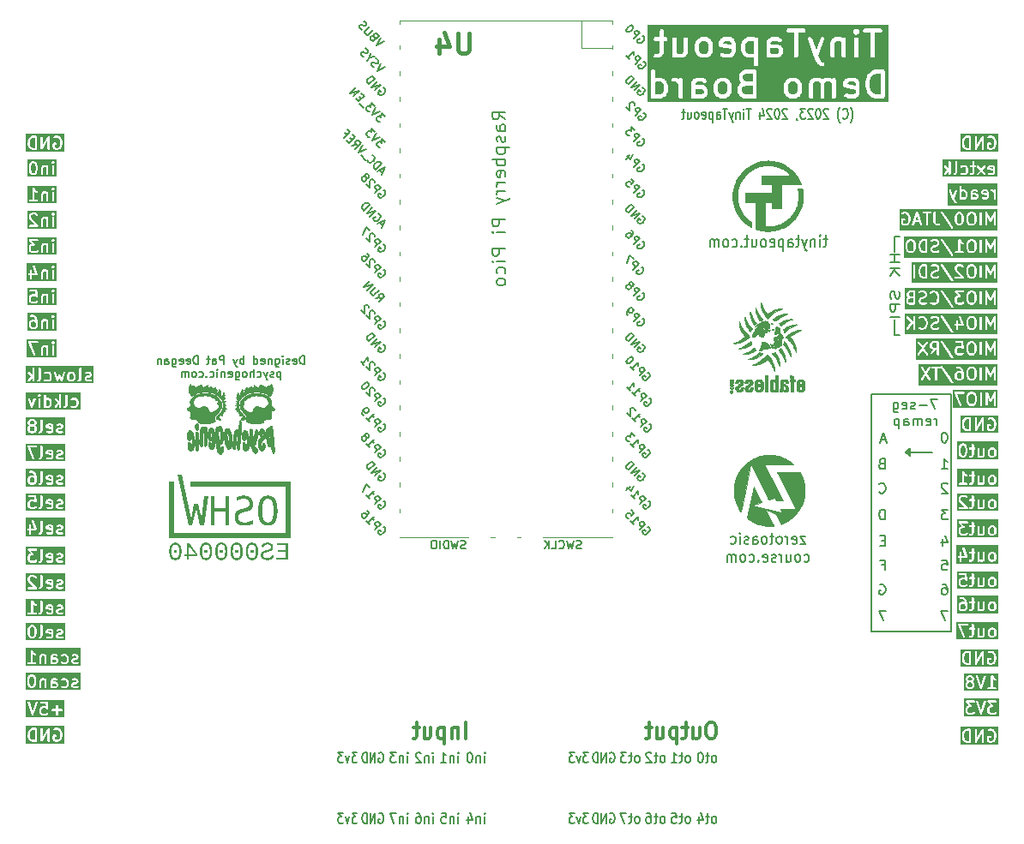
<source format=gbr>
G04 #@! TF.GenerationSoftware,KiCad,Pcbnew,7.0.10-7.0.10~ubuntu22.04.1*
G04 #@! TF.CreationDate,2024-02-20T20:22:53-05:00*
G04 #@! TF.ProjectId,mpw-mb1,6d70772d-6d62-4312-9e6b-696361645f70,2.2.6*
G04 #@! TF.SameCoordinates,PX35e1f20PY8044ea0*
G04 #@! TF.FileFunction,Legend,Bot*
G04 #@! TF.FilePolarity,Positive*
%FSLAX46Y46*%
G04 Gerber Fmt 4.6, Leading zero omitted, Abs format (unit mm)*
G04 Created by KiCad (PCBNEW 7.0.10-7.0.10~ubuntu22.04.1) date 2024-02-20 20:22:53*
%MOMM*%
%LPD*%
G01*
G04 APERTURE LIST*
%ADD10C,0.200000*%
%ADD11C,0.150000*%
%ADD12C,0.400000*%
%ADD13C,0.170000*%
%ADD14C,0.300000*%
%ADD15C,0.010000*%
%ADD16C,0.007028*%
%ADD17C,0.120000*%
G04 APERTURE END LIST*
D10*
X90600000Y37700000D02*
X91000000Y38100000D01*
D11*
X95100000Y43400000D02*
X87200000Y43400000D01*
D10*
X93200000Y37700000D02*
X90600000Y37700000D01*
X91000000Y37300000D02*
X90600000Y37700000D01*
X91000000Y38100000D02*
X91000000Y37400000D01*
D11*
X87200000Y43200000D02*
X87200000Y20000000D01*
X90900000Y37900000D02*
X90900000Y37600000D01*
X89500000Y59000000D02*
X89500000Y57500000D01*
X90000000Y49250000D02*
X89500000Y49250000D01*
X87200000Y43400000D02*
X87200000Y43200000D01*
X90000000Y59000000D02*
X89500000Y59000000D01*
X89500000Y50750000D02*
X89500000Y49250000D01*
X87200000Y20000000D02*
X95100000Y20000000D01*
X91000000Y37400000D02*
X91000000Y37300000D01*
X95100000Y20000000D02*
X95100000Y43400000D01*
X88229887Y26553991D02*
X88563220Y26553991D01*
X88563220Y26030181D02*
X88563220Y27030181D01*
X88563220Y27030181D02*
X88087030Y27030181D01*
X94187030Y27030181D02*
X94663220Y27030181D01*
X94663220Y27030181D02*
X94710839Y26553991D01*
X94710839Y26553991D02*
X94663220Y26601610D01*
X94663220Y26601610D02*
X94567982Y26649229D01*
X94567982Y26649229D02*
X94329887Y26649229D01*
X94329887Y26649229D02*
X94234649Y26601610D01*
X94234649Y26601610D02*
X94187030Y26553991D01*
X94187030Y26553991D02*
X94139411Y26458753D01*
X94139411Y26458753D02*
X94139411Y26220658D01*
X94139411Y26220658D02*
X94187030Y26125420D01*
X94187030Y26125420D02*
X94234649Y26077800D01*
X94234649Y26077800D02*
X94329887Y26030181D01*
X94329887Y26030181D02*
X94567982Y26030181D01*
X94567982Y26030181D02*
X94663220Y26077800D01*
X94663220Y26077800D02*
X94710839Y26125420D01*
D10*
G36*
X7549242Y11485829D02*
G01*
X3758798Y11485829D01*
X3758798Y12987437D01*
X3930227Y12987437D01*
X3930697Y12925635D01*
X4330697Y11725635D01*
X4348619Y11701357D01*
X4366174Y11676805D01*
X4366928Y11676554D01*
X4367402Y11675912D01*
X4396167Y11666807D01*
X4424806Y11657260D01*
X4425566Y11657501D01*
X4426324Y11657261D01*
X4454902Y11666788D01*
X4483728Y11675912D01*
X4484201Y11676554D01*
X4484956Y11676805D01*
X4502510Y11701357D01*
X4520433Y11725635D01*
X4607164Y11985829D01*
X5068422Y11985829D01*
X5075545Y11963906D01*
X5078979Y11941108D01*
X5136122Y11826821D01*
X5147496Y11815274D01*
X5154854Y11800832D01*
X5211997Y11743690D01*
X5226438Y11736332D01*
X5237987Y11724957D01*
X5352272Y11667815D01*
X5375069Y11664382D01*
X5396993Y11657258D01*
X5682708Y11657258D01*
X5704631Y11664382D01*
X5727429Y11667815D01*
X5841714Y11724957D01*
X5853261Y11736331D01*
X5867704Y11743689D01*
X5924846Y11800832D01*
X5952905Y11855899D01*
X5943237Y11916942D01*
X5899535Y11960644D01*
X5838492Y11970312D01*
X5783425Y11942253D01*
X5737756Y11896586D01*
X5659101Y11857258D01*
X5420600Y11857258D01*
X5341943Y11896586D01*
X5307750Y11930780D01*
X5268422Y12009436D01*
X5268422Y12183498D01*
X6273316Y12183498D01*
X6309643Y12133498D01*
X6368422Y12114400D01*
X6725564Y12114400D01*
X6725564Y11757258D01*
X6744662Y11698479D01*
X6794662Y11662152D01*
X6856466Y11662152D01*
X6906466Y11698479D01*
X6925564Y11757258D01*
X6925564Y12114400D01*
X7282707Y12114400D01*
X7341486Y12133498D01*
X7377813Y12183498D01*
X7377813Y12245302D01*
X7341486Y12295302D01*
X7282707Y12314400D01*
X6925564Y12314400D01*
X6925564Y12671543D01*
X6906466Y12730322D01*
X6856466Y12766649D01*
X6794662Y12766649D01*
X6744662Y12730322D01*
X6725564Y12671543D01*
X6725564Y12314400D01*
X6368422Y12314400D01*
X6309643Y12295302D01*
X6273316Y12245302D01*
X6273316Y12183498D01*
X5268422Y12183498D01*
X5268422Y12247936D01*
X5307750Y12326593D01*
X5341942Y12360786D01*
X5420600Y12400115D01*
X5659100Y12400115D01*
X5737756Y12360787D01*
X5783425Y12315119D01*
X5808518Y12302333D01*
X5832851Y12288120D01*
X5835827Y12288418D01*
X5838492Y12287060D01*
X5866314Y12291467D01*
X5894348Y12294270D01*
X5896580Y12296261D01*
X5899535Y12296728D01*
X5919454Y12316648D01*
X5940485Y12335392D01*
X5941121Y12338315D01*
X5943237Y12340430D01*
X5947643Y12368254D01*
X5953640Y12395779D01*
X5896497Y12967208D01*
X5892099Y12977223D01*
X5892099Y12988160D01*
X5879953Y13004877D01*
X5871645Y13023795D01*
X5862200Y13029312D01*
X5855772Y13038160D01*
X5836120Y13044545D01*
X5818278Y13054967D01*
X5807394Y13053879D01*
X5796993Y13057258D01*
X5225565Y13057258D01*
X5166786Y13038160D01*
X5130459Y12988160D01*
X5130459Y12926356D01*
X5166786Y12876356D01*
X5225565Y12857258D01*
X5706494Y12857258D01*
X5733571Y12586488D01*
X5727430Y12589558D01*
X5704631Y12592992D01*
X5682708Y12600115D01*
X5396993Y12600115D01*
X5375069Y12592992D01*
X5352272Y12589558D01*
X5237986Y12532415D01*
X5226436Y12521040D01*
X5211997Y12513682D01*
X5154854Y12456540D01*
X5147496Y12442099D01*
X5136122Y12430551D01*
X5078979Y12316264D01*
X5075545Y12293467D01*
X5068422Y12271543D01*
X5068422Y11985829D01*
X4607164Y11985829D01*
X4920433Y12925635D01*
X4920903Y12987437D01*
X4884956Y13037711D01*
X4826324Y13057255D01*
X4767402Y13038604D01*
X4730697Y12988881D01*
X4425565Y12073485D01*
X4120433Y12988881D01*
X4083728Y13038604D01*
X4024806Y13057256D01*
X3966174Y13037711D01*
X3930227Y12987437D01*
X3758798Y12987437D01*
X3758798Y13228687D01*
X7549242Y13228687D01*
X7549242Y11485829D01*
G37*
D11*
X93758458Y42940181D02*
X93091792Y42940181D01*
X93091792Y42940181D02*
X93520363Y41940181D01*
X92710839Y42321134D02*
X91948935Y42321134D01*
X91520363Y41987800D02*
X91425125Y41940181D01*
X91425125Y41940181D02*
X91234649Y41940181D01*
X91234649Y41940181D02*
X91139411Y41987800D01*
X91139411Y41987800D02*
X91091792Y42083039D01*
X91091792Y42083039D02*
X91091792Y42130658D01*
X91091792Y42130658D02*
X91139411Y42225896D01*
X91139411Y42225896D02*
X91234649Y42273515D01*
X91234649Y42273515D02*
X91377506Y42273515D01*
X91377506Y42273515D02*
X91472744Y42321134D01*
X91472744Y42321134D02*
X91520363Y42416372D01*
X91520363Y42416372D02*
X91520363Y42463991D01*
X91520363Y42463991D02*
X91472744Y42559229D01*
X91472744Y42559229D02*
X91377506Y42606848D01*
X91377506Y42606848D02*
X91234649Y42606848D01*
X91234649Y42606848D02*
X91139411Y42559229D01*
X90282268Y41987800D02*
X90377506Y41940181D01*
X90377506Y41940181D02*
X90567982Y41940181D01*
X90567982Y41940181D02*
X90663220Y41987800D01*
X90663220Y41987800D02*
X90710839Y42083039D01*
X90710839Y42083039D02*
X90710839Y42463991D01*
X90710839Y42463991D02*
X90663220Y42559229D01*
X90663220Y42559229D02*
X90567982Y42606848D01*
X90567982Y42606848D02*
X90377506Y42606848D01*
X90377506Y42606848D02*
X90282268Y42559229D01*
X90282268Y42559229D02*
X90234649Y42463991D01*
X90234649Y42463991D02*
X90234649Y42368753D01*
X90234649Y42368753D02*
X90710839Y42273515D01*
X89377506Y42606848D02*
X89377506Y41797324D01*
X89377506Y41797324D02*
X89425125Y41702086D01*
X89425125Y41702086D02*
X89472744Y41654467D01*
X89472744Y41654467D02*
X89567982Y41606848D01*
X89567982Y41606848D02*
X89710839Y41606848D01*
X89710839Y41606848D02*
X89806077Y41654467D01*
X89377506Y41987800D02*
X89472744Y41940181D01*
X89472744Y41940181D02*
X89663220Y41940181D01*
X89663220Y41940181D02*
X89758458Y41987800D01*
X89758458Y41987800D02*
X89806077Y42035420D01*
X89806077Y42035420D02*
X89853696Y42130658D01*
X89853696Y42130658D02*
X89853696Y42416372D01*
X89853696Y42416372D02*
X89806077Y42511610D01*
X89806077Y42511610D02*
X89758458Y42559229D01*
X89758458Y42559229D02*
X89663220Y42606848D01*
X89663220Y42606848D02*
X89472744Y42606848D01*
X89472744Y42606848D02*
X89377506Y42559229D01*
X93663220Y40330181D02*
X93663220Y40996848D01*
X93663220Y40806372D02*
X93615601Y40901610D01*
X93615601Y40901610D02*
X93567982Y40949229D01*
X93567982Y40949229D02*
X93472744Y40996848D01*
X93472744Y40996848D02*
X93377506Y40996848D01*
X92663220Y40377800D02*
X92758458Y40330181D01*
X92758458Y40330181D02*
X92948934Y40330181D01*
X92948934Y40330181D02*
X93044172Y40377800D01*
X93044172Y40377800D02*
X93091791Y40473039D01*
X93091791Y40473039D02*
X93091791Y40853991D01*
X93091791Y40853991D02*
X93044172Y40949229D01*
X93044172Y40949229D02*
X92948934Y40996848D01*
X92948934Y40996848D02*
X92758458Y40996848D01*
X92758458Y40996848D02*
X92663220Y40949229D01*
X92663220Y40949229D02*
X92615601Y40853991D01*
X92615601Y40853991D02*
X92615601Y40758753D01*
X92615601Y40758753D02*
X93091791Y40663515D01*
X92187029Y40330181D02*
X92187029Y40996848D01*
X92187029Y40901610D02*
X92139410Y40949229D01*
X92139410Y40949229D02*
X92044172Y40996848D01*
X92044172Y40996848D02*
X91901315Y40996848D01*
X91901315Y40996848D02*
X91806077Y40949229D01*
X91806077Y40949229D02*
X91758458Y40853991D01*
X91758458Y40853991D02*
X91758458Y40330181D01*
X91758458Y40853991D02*
X91710839Y40949229D01*
X91710839Y40949229D02*
X91615601Y40996848D01*
X91615601Y40996848D02*
X91472744Y40996848D01*
X91472744Y40996848D02*
X91377505Y40949229D01*
X91377505Y40949229D02*
X91329886Y40853991D01*
X91329886Y40853991D02*
X91329886Y40330181D01*
X90425125Y40330181D02*
X90425125Y40853991D01*
X90425125Y40853991D02*
X90472744Y40949229D01*
X90472744Y40949229D02*
X90567982Y40996848D01*
X90567982Y40996848D02*
X90758458Y40996848D01*
X90758458Y40996848D02*
X90853696Y40949229D01*
X90425125Y40377800D02*
X90520363Y40330181D01*
X90520363Y40330181D02*
X90758458Y40330181D01*
X90758458Y40330181D02*
X90853696Y40377800D01*
X90853696Y40377800D02*
X90901315Y40473039D01*
X90901315Y40473039D02*
X90901315Y40568277D01*
X90901315Y40568277D02*
X90853696Y40663515D01*
X90853696Y40663515D02*
X90758458Y40711134D01*
X90758458Y40711134D02*
X90520363Y40711134D01*
X90520363Y40711134D02*
X90425125Y40758753D01*
X89948934Y40996848D02*
X89948934Y39996848D01*
X89948934Y40949229D02*
X89853696Y40996848D01*
X89853696Y40996848D02*
X89663220Y40996848D01*
X89663220Y40996848D02*
X89567982Y40949229D01*
X89567982Y40949229D02*
X89520363Y40901610D01*
X89520363Y40901610D02*
X89472744Y40806372D01*
X89472744Y40806372D02*
X89472744Y40520658D01*
X89472744Y40520658D02*
X89520363Y40425420D01*
X89520363Y40425420D02*
X89567982Y40377800D01*
X89567982Y40377800D02*
X89663220Y40330181D01*
X89663220Y40330181D02*
X89853696Y40330181D01*
X89853696Y40330181D02*
X89948934Y40377800D01*
D10*
G36*
X6236742Y37725580D02*
G01*
X6268421Y37662222D01*
X6268421Y37579239D01*
X5896993Y37653524D01*
X5896993Y37662223D01*
X5928670Y37725580D01*
X5992029Y37757258D01*
X6173385Y37757258D01*
X6236742Y37725580D01*
G37*
G36*
X7611279Y36785829D02*
G01*
X3699478Y36785829D01*
X3699478Y38279416D01*
X3870907Y38279416D01*
X3873316Y38252944D01*
X3873316Y38226356D01*
X3876081Y38222550D01*
X3876508Y38217866D01*
X4390793Y37017866D01*
X4431501Y36971363D01*
X4491769Y36957669D01*
X4548575Y36982015D01*
X4580223Y37035101D01*
X4579562Y37042365D01*
X5012394Y37042365D01*
X5040033Y36987086D01*
X5094886Y36958610D01*
X5156000Y36967815D01*
X5270285Y37024957D01*
X5270851Y37025516D01*
X5271638Y37025646D01*
X5292799Y37047132D01*
X5314318Y37068325D01*
X5314448Y37069113D01*
X5315007Y37069679D01*
X5372150Y37183965D01*
X5375583Y37206763D01*
X5382707Y37228686D01*
X5382707Y37571543D01*
X5696993Y37571543D01*
X5698856Y37565807D01*
X5697674Y37559893D01*
X5708260Y37536866D01*
X5716091Y37512764D01*
X5720969Y37509220D01*
X5723489Y37503739D01*
X5745589Y37491333D01*
X5766091Y37476437D01*
X5772123Y37476437D01*
X5777381Y37473485D01*
X6268421Y37375278D01*
X6268421Y37252294D01*
X6236742Y37188936D01*
X6173386Y37157258D01*
X5992028Y37157258D01*
X5898856Y37203843D01*
X5837741Y37213048D01*
X5782889Y37184572D01*
X5755250Y37129292D01*
X5765381Y37068325D01*
X5809414Y37024957D01*
X5923700Y36967815D01*
X5946497Y36964382D01*
X5968421Y36957258D01*
X6196993Y36957258D01*
X6218916Y36964382D01*
X6241714Y36967815D01*
X6355999Y37024957D01*
X6356565Y37025516D01*
X6357352Y37025646D01*
X6378513Y37047132D01*
X6400032Y37068325D01*
X6400162Y37069113D01*
X6400721Y37069679D01*
X6457864Y37183965D01*
X6461297Y37206763D01*
X6468421Y37228686D01*
X6725564Y37228686D01*
X6732687Y37206763D01*
X6736121Y37183965D01*
X6793264Y37069678D01*
X6793822Y37069112D01*
X6793953Y37068325D01*
X6815455Y37047147D01*
X6836633Y37025646D01*
X6837419Y37025516D01*
X6837986Y37024957D01*
X6952272Y36967815D01*
X6975069Y36964382D01*
X6996993Y36957258D01*
X7225564Y36957258D01*
X7247487Y36964382D01*
X7270285Y36967815D01*
X7384571Y37024957D01*
X7428604Y37068325D01*
X7438735Y37129292D01*
X7411096Y37184572D01*
X7356244Y37213048D01*
X7295129Y37203843D01*
X7201957Y37157258D01*
X7020600Y37157258D01*
X6957242Y37188937D01*
X6925564Y37252293D01*
X6925564Y37262222D01*
X6957242Y37325580D01*
X7020601Y37357258D01*
X7168422Y37357258D01*
X7190345Y37364382D01*
X7213143Y37367815D01*
X7327428Y37424957D01*
X7327994Y37425516D01*
X7328781Y37425646D01*
X7349942Y37447132D01*
X7371461Y37468325D01*
X7371591Y37469113D01*
X7372150Y37469679D01*
X7429293Y37583965D01*
X7432726Y37606763D01*
X7439850Y37628686D01*
X7439850Y37685829D01*
X7432726Y37707753D01*
X7429293Y37730550D01*
X7372150Y37844836D01*
X7371591Y37845403D01*
X7371461Y37846189D01*
X7349959Y37867367D01*
X7328781Y37888869D01*
X7327994Y37889000D01*
X7327429Y37889557D01*
X7213144Y37946701D01*
X7190345Y37950135D01*
X7168422Y37957258D01*
X6996993Y37957258D01*
X6975069Y37950135D01*
X6952272Y37946701D01*
X6837986Y37889558D01*
X6793953Y37846189D01*
X6783822Y37785222D01*
X6811461Y37729943D01*
X6866314Y37701467D01*
X6927428Y37710672D01*
X7020601Y37757258D01*
X7144814Y37757258D01*
X7208171Y37725580D01*
X7239850Y37662222D01*
X7239850Y37652294D01*
X7208171Y37588936D01*
X7144815Y37557258D01*
X6996993Y37557258D01*
X6975069Y37550135D01*
X6952272Y37546701D01*
X6837986Y37489558D01*
X6837419Y37489000D01*
X6836633Y37488869D01*
X6815439Y37467352D01*
X6793953Y37446189D01*
X6793822Y37445405D01*
X6793264Y37444837D01*
X6736121Y37330550D01*
X6732687Y37307753D01*
X6725564Y37285829D01*
X6725564Y37228686D01*
X6468421Y37228686D01*
X6468421Y37685829D01*
X6461297Y37707753D01*
X6457864Y37730550D01*
X6400721Y37844836D01*
X6400162Y37845403D01*
X6400032Y37846189D01*
X6378530Y37867367D01*
X6357352Y37888869D01*
X6356565Y37889000D01*
X6356000Y37889557D01*
X6241715Y37946701D01*
X6218916Y37950135D01*
X6196993Y37957258D01*
X5968421Y37957258D01*
X5946497Y37950135D01*
X5923700Y37946701D01*
X5809414Y37889558D01*
X5808847Y37889000D01*
X5808060Y37888869D01*
X5786866Y37867351D01*
X5765381Y37846189D01*
X5765250Y37845403D01*
X5764692Y37844836D01*
X5707550Y37730550D01*
X5704116Y37707753D01*
X5696993Y37685829D01*
X5696993Y37571543D01*
X5382707Y37571543D01*
X5382707Y38257258D01*
X5363609Y38316037D01*
X5313609Y38352364D01*
X5251805Y38352364D01*
X5201805Y38316037D01*
X5182707Y38257258D01*
X5182707Y37252294D01*
X5151028Y37188936D01*
X5066558Y37146701D01*
X5022525Y37103332D01*
X5012394Y37042365D01*
X4579562Y37042365D01*
X4574622Y37096650D01*
X4120075Y38157258D01*
X4768422Y38157258D01*
X4827201Y38176356D01*
X4863528Y38226356D01*
X4863528Y38288160D01*
X4827201Y38338160D01*
X4768422Y38357258D01*
X3968422Y38357258D01*
X3963948Y38355805D01*
X3959361Y38356847D01*
X3934925Y38346375D01*
X3909643Y38338160D01*
X3906877Y38334355D01*
X3902554Y38332501D01*
X3888939Y38309665D01*
X3873316Y38288160D01*
X3873316Y38283457D01*
X3870907Y38279416D01*
X3699478Y38279416D01*
X3699478Y38528687D01*
X7611279Y38528687D01*
X7611279Y36785829D01*
G37*
D11*
X38609523Y1982562D02*
X38685713Y2030181D01*
X38685713Y2030181D02*
X38799999Y2030181D01*
X38799999Y2030181D02*
X38914285Y1982562D01*
X38914285Y1982562D02*
X38990475Y1887324D01*
X38990475Y1887324D02*
X39028570Y1792086D01*
X39028570Y1792086D02*
X39066666Y1601610D01*
X39066666Y1601610D02*
X39066666Y1458753D01*
X39066666Y1458753D02*
X39028570Y1268277D01*
X39028570Y1268277D02*
X38990475Y1173039D01*
X38990475Y1173039D02*
X38914285Y1077800D01*
X38914285Y1077800D02*
X38799999Y1030181D01*
X38799999Y1030181D02*
X38723808Y1030181D01*
X38723808Y1030181D02*
X38609523Y1077800D01*
X38609523Y1077800D02*
X38571427Y1125420D01*
X38571427Y1125420D02*
X38571427Y1458753D01*
X38571427Y1458753D02*
X38723808Y1458753D01*
X38228570Y1030181D02*
X38228570Y2030181D01*
X38228570Y2030181D02*
X37771427Y1030181D01*
X37771427Y1030181D02*
X37771427Y2030181D01*
X37390475Y1030181D02*
X37390475Y2030181D01*
X37390475Y2030181D02*
X37199999Y2030181D01*
X37199999Y2030181D02*
X37085713Y1982562D01*
X37085713Y1982562D02*
X37009523Y1887324D01*
X37009523Y1887324D02*
X36971428Y1792086D01*
X36971428Y1792086D02*
X36933332Y1601610D01*
X36933332Y1601610D02*
X36933332Y1458753D01*
X36933332Y1458753D02*
X36971428Y1268277D01*
X36971428Y1268277D02*
X37009523Y1173039D01*
X37009523Y1173039D02*
X37085713Y1077800D01*
X37085713Y1077800D02*
X37199999Y1030181D01*
X37199999Y1030181D02*
X37390475Y1030181D01*
D10*
G36*
X6752905Y52185829D02*
G01*
X3868421Y52185829D01*
X3868421Y52685829D01*
X4039850Y52685829D01*
X4046973Y52663906D01*
X4050407Y52641108D01*
X4107550Y52526821D01*
X4118924Y52515274D01*
X4126282Y52500832D01*
X4183425Y52443690D01*
X4197866Y52436332D01*
X4209415Y52424957D01*
X4323700Y52367815D01*
X4346497Y52364382D01*
X4368421Y52357258D01*
X4654136Y52357258D01*
X4676059Y52364382D01*
X4698857Y52367815D01*
X4813142Y52424957D01*
X4824689Y52436331D01*
X4839132Y52443689D01*
X4852701Y52457258D01*
X5239850Y52457258D01*
X5258948Y52398479D01*
X5308948Y52362152D01*
X5370752Y52362152D01*
X5420752Y52398479D01*
X5439850Y52457258D01*
X5439850Y53062223D01*
X5471527Y53125580D01*
X5534886Y53157258D01*
X5659099Y53157258D01*
X5737755Y53117930D01*
X5754135Y53101551D01*
X5754135Y52457258D01*
X5773233Y52398479D01*
X5823233Y52362152D01*
X5885037Y52362152D01*
X5935037Y52398479D01*
X5954135Y52457258D01*
X6325564Y52457258D01*
X6344662Y52398479D01*
X6394662Y52362152D01*
X6456466Y52362152D01*
X6506466Y52398479D01*
X6525564Y52457258D01*
X6525564Y53257258D01*
X6506466Y53316037D01*
X6456466Y53352364D01*
X6394662Y53352364D01*
X6344662Y53316037D01*
X6325564Y53257258D01*
X6325564Y52457258D01*
X5954135Y52457258D01*
X5954135Y53257258D01*
X5935037Y53316037D01*
X5885037Y53352364D01*
X5823233Y53352364D01*
X5779560Y53320635D01*
X5727429Y53346701D01*
X5704630Y53350135D01*
X5682707Y53357258D01*
X5511278Y53357258D01*
X5489354Y53350135D01*
X5466557Y53346701D01*
X5352271Y53289558D01*
X5351704Y53289000D01*
X5350917Y53288869D01*
X5329723Y53267351D01*
X5308238Y53246189D01*
X5308107Y53245403D01*
X5307549Y53244836D01*
X5250407Y53130550D01*
X5246973Y53107753D01*
X5239850Y53085829D01*
X5239850Y52457258D01*
X4852701Y52457258D01*
X4896274Y52500832D01*
X4924333Y52555899D01*
X4914665Y52616942D01*
X4870963Y52660644D01*
X4809920Y52670312D01*
X4754853Y52642253D01*
X4709184Y52596586D01*
X4630529Y52557258D01*
X4392028Y52557258D01*
X4313371Y52596586D01*
X4279178Y52630780D01*
X4239850Y52709436D01*
X4239850Y52947936D01*
X4279178Y53026593D01*
X4313370Y53060786D01*
X4392028Y53100115D01*
X4630528Y53100115D01*
X4709184Y53060787D01*
X4754853Y53015119D01*
X4779946Y53002333D01*
X4804279Y52988120D01*
X4807255Y52988418D01*
X4809920Y52987060D01*
X4837742Y52991467D01*
X4865776Y52994270D01*
X4868008Y52996261D01*
X4870963Y52996728D01*
X4890882Y53016648D01*
X4911913Y53035392D01*
X4912549Y53038315D01*
X4914665Y53040430D01*
X4919071Y53068254D01*
X4925068Y53095779D01*
X4876199Y53584472D01*
X6269652Y53584472D01*
X6276842Y53570361D01*
X6279320Y53554716D01*
X6290519Y53543517D01*
X6297710Y53529404D01*
X6354853Y53472262D01*
X6368964Y53465072D01*
X6380165Y53453871D01*
X6388134Y53452609D01*
X6394662Y53447866D01*
X6402731Y53447866D01*
X6409920Y53444203D01*
X6425563Y53446681D01*
X6441207Y53444203D01*
X6448396Y53447866D01*
X6456466Y53447866D01*
X6462994Y53452609D01*
X6470963Y53453871D01*
X6482162Y53465071D01*
X6496275Y53472261D01*
X6553417Y53529404D01*
X6560607Y53543516D01*
X6571808Y53554716D01*
X6574285Y53570360D01*
X6581476Y53584471D01*
X6578998Y53600115D01*
X6581476Y53615759D01*
X6574285Y53629871D01*
X6571808Y53645514D01*
X6560607Y53656715D01*
X6553417Y53670826D01*
X6496275Y53727969D01*
X6482162Y53735160D01*
X6470963Y53746359D01*
X6462994Y53747622D01*
X6456466Y53752364D01*
X6448396Y53752364D01*
X6441207Y53756027D01*
X6425563Y53753550D01*
X6409920Y53756027D01*
X6402731Y53752364D01*
X6394662Y53752364D01*
X6388134Y53747622D01*
X6380165Y53746359D01*
X6368964Y53735159D01*
X6354853Y53727968D01*
X6297710Y53670826D01*
X6290519Y53656714D01*
X6279320Y53645514D01*
X6276842Y53629870D01*
X6269652Y53615758D01*
X6272129Y53600115D01*
X6269652Y53584472D01*
X4876199Y53584472D01*
X4867925Y53667208D01*
X4863527Y53677223D01*
X4863527Y53688160D01*
X4851381Y53704877D01*
X4843073Y53723795D01*
X4833628Y53729312D01*
X4827200Y53738160D01*
X4807548Y53744545D01*
X4789706Y53754967D01*
X4778822Y53753879D01*
X4768421Y53757258D01*
X4196993Y53757258D01*
X4138214Y53738160D01*
X4101887Y53688160D01*
X4101887Y53626356D01*
X4138214Y53576356D01*
X4196993Y53557258D01*
X4677922Y53557258D01*
X4704999Y53286488D01*
X4698858Y53289558D01*
X4676059Y53292992D01*
X4654136Y53300115D01*
X4368421Y53300115D01*
X4346497Y53292992D01*
X4323700Y53289558D01*
X4209414Y53232415D01*
X4197864Y53221040D01*
X4183425Y53213682D01*
X4126282Y53156540D01*
X4118924Y53142099D01*
X4107550Y53130551D01*
X4050407Y53016264D01*
X4046973Y52993467D01*
X4039850Y52971543D01*
X4039850Y52685829D01*
X3868421Y52685829D01*
X3868421Y53928687D01*
X6752905Y53928687D01*
X6752905Y52185829D01*
G37*
G36*
X91266328Y58517930D02*
G01*
X91349552Y58434705D01*
X91396992Y58244948D01*
X91396992Y57869568D01*
X91349552Y57679811D01*
X91266329Y57596587D01*
X91187671Y57557258D01*
X91006313Y57557258D01*
X90927657Y57596586D01*
X90844430Y57679813D01*
X90796992Y57869568D01*
X90796992Y58244948D01*
X90844430Y58434703D01*
X90927657Y58517930D01*
X91006313Y58557258D01*
X91187671Y58557258D01*
X91266328Y58517930D01*
G37*
G36*
X92539849Y57557258D02*
G01*
X92370362Y57557258D01*
X92236724Y57601803D01*
X92150607Y57687921D01*
X92105629Y57777877D01*
X92054135Y57983853D01*
X92054135Y58130662D01*
X92105629Y58336638D01*
X92150607Y58426595D01*
X92236724Y58512713D01*
X92370362Y58557258D01*
X92539849Y58557258D01*
X92539849Y57557258D01*
G37*
G36*
X97266328Y58517930D02*
G01*
X97349552Y58434705D01*
X97396992Y58244948D01*
X97396992Y57869568D01*
X97349552Y57679811D01*
X97266329Y57596587D01*
X97187671Y57557258D01*
X97006313Y57557258D01*
X96927657Y57596586D01*
X96844430Y57679813D01*
X96796992Y57869568D01*
X96796992Y58244948D01*
X96844430Y58434703D01*
X96927657Y58517930D01*
X97006313Y58557258D01*
X97187671Y58557258D01*
X97266328Y58517930D01*
G37*
G36*
X99654136Y56903839D02*
G01*
X90425563Y56903839D01*
X90425563Y57857258D01*
X90596992Y57857258D01*
X90600838Y57845421D01*
X90599978Y57833004D01*
X90657121Y57604432D01*
X90671293Y57581784D01*
X90683424Y57557975D01*
X90797710Y57443689D01*
X90812153Y57436330D01*
X90823700Y57424957D01*
X90937985Y57367815D01*
X90960782Y57364382D01*
X90982706Y57357258D01*
X91211278Y57357258D01*
X91233201Y57364382D01*
X91255999Y57367815D01*
X91370285Y57424957D01*
X91381834Y57436332D01*
X91396275Y57443690D01*
X91510560Y57557976D01*
X91522689Y57581781D01*
X91536863Y57604432D01*
X91594006Y57833005D01*
X91593145Y57845421D01*
X91596992Y57857258D01*
X91596992Y57971543D01*
X91854135Y57971543D01*
X91857981Y57959706D01*
X91857121Y57947289D01*
X91914264Y57718718D01*
X91920175Y57709272D01*
X91921835Y57698251D01*
X91978978Y57583964D01*
X91990352Y57572416D01*
X91997710Y57557976D01*
X92111995Y57443690D01*
X92132536Y57433224D01*
X92151084Y57419532D01*
X92322513Y57362389D01*
X92338721Y57362266D01*
X92354135Y57357258D01*
X92639849Y57357258D01*
X92654912Y57362152D01*
X92670751Y57362152D01*
X92683564Y57371462D01*
X92698628Y57376356D01*
X92707937Y57389170D01*
X92720751Y57398479D01*
X92725645Y57413543D01*
X92734955Y57426356D01*
X92734955Y57442196D01*
X92739849Y57457258D01*
X92739849Y57685829D01*
X93054135Y57685829D01*
X93061258Y57663906D01*
X93064692Y57641108D01*
X93121835Y57526821D01*
X93133209Y57515274D01*
X93140567Y57500832D01*
X93197710Y57443690D01*
X93212151Y57436332D01*
X93223700Y57424957D01*
X93337985Y57367815D01*
X93360782Y57364382D01*
X93382706Y57357258D01*
X93668421Y57357258D01*
X93683836Y57362267D01*
X93700043Y57362390D01*
X93871472Y57419532D01*
X93921195Y57456237D01*
X93939847Y57515159D01*
X93920303Y57573791D01*
X93870029Y57609738D01*
X93808227Y57609269D01*
X93652195Y57557258D01*
X93406313Y57557258D01*
X93327656Y57596586D01*
X93293463Y57630780D01*
X93254135Y57709436D01*
X93254135Y57776507D01*
X93293463Y57855164D01*
X93327655Y57889357D01*
X93417608Y57934335D01*
X93635532Y57988815D01*
X93644978Y57994726D01*
X93656000Y57996386D01*
X93770285Y58053530D01*
X93781831Y58064903D01*
X93796274Y58072261D01*
X93853416Y58129404D01*
X93860773Y58143844D01*
X93872149Y58155393D01*
X93929292Y58269679D01*
X93932725Y58292477D01*
X93939849Y58314400D01*
X93939849Y58428686D01*
X93932725Y58450610D01*
X93929292Y58473407D01*
X93872149Y58587693D01*
X93860774Y58599242D01*
X93853416Y58613683D01*
X93796274Y58670826D01*
X93781831Y58678185D01*
X93770285Y58689557D01*
X93712539Y58718431D01*
X94082787Y58718431D01*
X94099501Y58658930D01*
X95128073Y57116073D01*
X95176568Y57077759D01*
X95238321Y57075268D01*
X95289746Y57109551D01*
X95311197Y57167512D01*
X95294483Y57227013D01*
X95161588Y57426356D01*
X95459029Y57426356D01*
X95495356Y57376356D01*
X95554135Y57357258D01*
X96239849Y57357258D01*
X96298628Y57376356D01*
X96334955Y57426356D01*
X96334955Y57488160D01*
X96298628Y57538160D01*
X96239849Y57557258D01*
X95996992Y57557258D01*
X95996992Y57857258D01*
X96596992Y57857258D01*
X96600838Y57845421D01*
X96599978Y57833004D01*
X96657121Y57604432D01*
X96671293Y57581784D01*
X96683424Y57557975D01*
X96797710Y57443689D01*
X96812153Y57436330D01*
X96823700Y57424957D01*
X96937985Y57367815D01*
X96960782Y57364382D01*
X96982706Y57357258D01*
X97211278Y57357258D01*
X97233201Y57364382D01*
X97255999Y57367815D01*
X97370285Y57424957D01*
X97381834Y57436332D01*
X97396275Y57443690D01*
X97409843Y57457258D01*
X97911278Y57457258D01*
X97930376Y57398479D01*
X97980376Y57362152D01*
X98042180Y57362152D01*
X98092180Y57398479D01*
X98111278Y57457258D01*
X98482707Y57457258D01*
X98501805Y57398479D01*
X98551805Y57362152D01*
X98613609Y57362152D01*
X98663609Y57398479D01*
X98682707Y57457258D01*
X98682707Y58206502D01*
X98892089Y57757826D01*
X98905183Y57743793D01*
X98914485Y57727000D01*
X98925761Y57721738D01*
X98934252Y57712638D01*
X98953099Y57708981D01*
X98970491Y57700864D01*
X98982704Y57703235D01*
X98994923Y57700863D01*
X99012319Y57708982D01*
X99031162Y57712638D01*
X99039650Y57721736D01*
X99050929Y57726999D01*
X99060232Y57743794D01*
X99073325Y57757826D01*
X99282707Y58206503D01*
X99282707Y57457258D01*
X99301805Y57398479D01*
X99351805Y57362152D01*
X99413609Y57362152D01*
X99463609Y57398479D01*
X99482707Y57457258D01*
X99482707Y58657258D01*
X99479678Y58666581D01*
X99480876Y58676311D01*
X99470331Y58695348D01*
X99463609Y58716037D01*
X99455679Y58721799D01*
X99450929Y58730374D01*
X99431210Y58739577D01*
X99413609Y58752364D01*
X99403807Y58752364D01*
X99394923Y58756510D01*
X99373561Y58752364D01*
X99351805Y58752364D01*
X99343875Y58746603D01*
X99334252Y58744735D01*
X99319408Y58728827D01*
X99301805Y58716037D01*
X99298775Y58706714D01*
X99292089Y58699547D01*
X98982706Y58036586D01*
X98673325Y58699547D01*
X98666638Y58706714D01*
X98663609Y58716037D01*
X98646005Y58728827D01*
X98631162Y58744735D01*
X98621539Y58746603D01*
X98613609Y58752364D01*
X98591850Y58752364D01*
X98570491Y58756509D01*
X98561609Y58752364D01*
X98551805Y58752364D01*
X98534200Y58739574D01*
X98514485Y58730373D01*
X98509735Y58721799D01*
X98501805Y58716037D01*
X98495081Y58695345D01*
X98484538Y58676310D01*
X98485735Y58666580D01*
X98482707Y58657258D01*
X98482707Y57457258D01*
X98111278Y57457258D01*
X98111278Y58657258D01*
X98092180Y58716037D01*
X98042180Y58752364D01*
X97980376Y58752364D01*
X97930376Y58716037D01*
X97911278Y58657258D01*
X97911278Y57457258D01*
X97409843Y57457258D01*
X97510560Y57557976D01*
X97522689Y57581781D01*
X97536863Y57604432D01*
X97594006Y57833005D01*
X97593145Y57845421D01*
X97596992Y57857258D01*
X97596992Y58257258D01*
X97593145Y58269096D01*
X97594006Y58281511D01*
X97536863Y58510083D01*
X97522689Y58532735D01*
X97510560Y58556539D01*
X97396275Y58670825D01*
X97381835Y58678183D01*
X97370286Y58689558D01*
X97255999Y58746701D01*
X97233201Y58750135D01*
X97211278Y58757258D01*
X96982706Y58757258D01*
X96960782Y58750135D01*
X96937985Y58746701D01*
X96823699Y58689558D01*
X96812151Y58678185D01*
X96797710Y58670826D01*
X96683424Y58556540D01*
X96671293Y58532732D01*
X96657121Y58510083D01*
X96599978Y58281512D01*
X96600838Y58269096D01*
X96596992Y58257258D01*
X96596992Y57857258D01*
X95996992Y57857258D01*
X95996992Y58358694D01*
X96054852Y58300833D01*
X96069293Y58293475D01*
X96080842Y58282100D01*
X96195128Y58224957D01*
X96256242Y58215752D01*
X96311095Y58244228D01*
X96338735Y58299507D01*
X96328603Y58360474D01*
X96284571Y58403843D01*
X96184798Y58453730D01*
X96088991Y58549537D01*
X95980197Y58712728D01*
X95978545Y58714034D01*
X95977894Y58716037D01*
X95954436Y58733080D01*
X95931702Y58751041D01*
X95929598Y58751126D01*
X95927894Y58752364D01*
X95898904Y58752364D01*
X95869949Y58753532D01*
X95868197Y58752364D01*
X95866090Y58752364D01*
X95842635Y58735324D01*
X95818525Y58719250D01*
X95817794Y58717276D01*
X95816090Y58716037D01*
X95807134Y58688474D01*
X95797073Y58661289D01*
X95797642Y58659261D01*
X95796992Y58657258D01*
X95796992Y57557258D01*
X95554135Y57557258D01*
X95495356Y57538160D01*
X95459029Y57488160D01*
X95459029Y57426356D01*
X95161588Y57426356D01*
X94265911Y58769870D01*
X94217416Y58808183D01*
X94155663Y58810674D01*
X94104239Y58776392D01*
X94082787Y58718431D01*
X93712539Y58718431D01*
X93656000Y58746701D01*
X93633201Y58750135D01*
X93611278Y58757258D01*
X93325563Y58757258D01*
X93310147Y58752250D01*
X93293940Y58752126D01*
X93122512Y58694983D01*
X93072789Y58658278D01*
X93054137Y58599356D01*
X93073682Y58540723D01*
X93123956Y58504777D01*
X93185758Y58505247D01*
X93341790Y58557258D01*
X93587670Y58557258D01*
X93666326Y58517930D01*
X93700520Y58483737D01*
X93739849Y58405079D01*
X93739849Y58338007D01*
X93700519Y58259350D01*
X93666326Y58225158D01*
X93576371Y58180180D01*
X93358452Y58125700D01*
X93349005Y58119789D01*
X93337985Y58118129D01*
X93223699Y58060986D01*
X93212149Y58049611D01*
X93197710Y58042253D01*
X93140567Y57985111D01*
X93133208Y57970669D01*
X93121836Y57959122D01*
X93064692Y57844837D01*
X93061258Y57822039D01*
X93054135Y57800115D01*
X93054135Y57685829D01*
X92739849Y57685829D01*
X92739849Y58657258D01*
X92734955Y58672321D01*
X92734955Y58688160D01*
X92725645Y58700974D01*
X92720751Y58716037D01*
X92707937Y58725347D01*
X92698628Y58738160D01*
X92683564Y58743055D01*
X92670751Y58752364D01*
X92654912Y58752364D01*
X92639849Y58757258D01*
X92354135Y58757258D01*
X92338719Y58752250D01*
X92322512Y58752126D01*
X92151083Y58694983D01*
X92132534Y58681291D01*
X92111995Y58670825D01*
X91997710Y58556539D01*
X91990352Y58542100D01*
X91978978Y58530551D01*
X91921835Y58416264D01*
X91920175Y58405244D01*
X91914264Y58395797D01*
X91857121Y58167226D01*
X91857981Y58154810D01*
X91854135Y58142972D01*
X91854135Y57971543D01*
X91596992Y57971543D01*
X91596992Y58257258D01*
X91593145Y58269096D01*
X91594006Y58281511D01*
X91536863Y58510083D01*
X91522689Y58532735D01*
X91510560Y58556539D01*
X91396275Y58670825D01*
X91381835Y58678183D01*
X91370286Y58689558D01*
X91255999Y58746701D01*
X91233201Y58750135D01*
X91211278Y58757258D01*
X90982706Y58757258D01*
X90960782Y58750135D01*
X90937985Y58746701D01*
X90823699Y58689558D01*
X90812151Y58678185D01*
X90797710Y58670826D01*
X90683424Y58556540D01*
X90671293Y58532732D01*
X90657121Y58510083D01*
X90599978Y58281512D01*
X90600838Y58269096D01*
X90596992Y58257258D01*
X90596992Y57857258D01*
X90425563Y57857258D01*
X90425563Y58982103D01*
X99654136Y58982103D01*
X99654136Y56903839D01*
G37*
G36*
X96845863Y16857258D02*
G01*
X96676376Y16857258D01*
X96542738Y16901803D01*
X96456621Y16987921D01*
X96411643Y17077877D01*
X96360149Y17283853D01*
X96360149Y17430662D01*
X96411643Y17636638D01*
X96456621Y17726595D01*
X96542738Y17812713D01*
X96676376Y17857258D01*
X96845863Y17857258D01*
X96845863Y16857258D01*
G37*
G36*
X99731578Y16485829D02*
G01*
X95988720Y16485829D01*
X95988720Y17271543D01*
X96160149Y17271543D01*
X96163995Y17259706D01*
X96163135Y17247289D01*
X96220278Y17018718D01*
X96226189Y17009272D01*
X96227849Y16998251D01*
X96284992Y16883964D01*
X96296366Y16872416D01*
X96303724Y16857976D01*
X96418009Y16743690D01*
X96438550Y16733224D01*
X96457098Y16719532D01*
X96628527Y16662389D01*
X96644735Y16662266D01*
X96660149Y16657258D01*
X96945863Y16657258D01*
X96960926Y16662152D01*
X96976765Y16662152D01*
X96989578Y16671462D01*
X97004642Y16676356D01*
X97013951Y16689170D01*
X97026765Y16698479D01*
X97031659Y16713543D01*
X97040969Y16726356D01*
X97040969Y16742196D01*
X97045863Y16757258D01*
X97417292Y16757258D01*
X97419036Y16751890D01*
X97417887Y16746362D01*
X97428446Y16722926D01*
X97436390Y16698479D01*
X97440957Y16695161D01*
X97443276Y16690015D01*
X97465590Y16677264D01*
X97486390Y16662152D01*
X97492035Y16662152D01*
X97496937Y16659351D01*
X97522491Y16662152D01*
X97548194Y16662152D01*
X97552760Y16665470D01*
X97558372Y16666085D01*
X97577395Y16683368D01*
X97598194Y16698479D01*
X97599938Y16703849D01*
X97604116Y16707644D01*
X98103006Y17580702D01*
X98103006Y16757258D01*
X98122104Y16698479D01*
X98172104Y16662152D01*
X98233908Y16662152D01*
X98283908Y16698479D01*
X98303006Y16757258D01*
X98303006Y16871543D01*
X98617292Y16871543D01*
X98619785Y16863870D01*
X98618523Y16855900D01*
X98629153Y16835036D01*
X98636390Y16812764D01*
X98642918Y16808022D01*
X98646581Y16800832D01*
X98703724Y16743690D01*
X98724265Y16733224D01*
X98742813Y16719532D01*
X98914241Y16662389D01*
X98930449Y16662266D01*
X98945863Y16657258D01*
X99060149Y16657258D01*
X99075564Y16662267D01*
X99091771Y16662390D01*
X99263201Y16719532D01*
X99281749Y16733225D01*
X99302289Y16743690D01*
X99416574Y16857976D01*
X99423931Y16872417D01*
X99435306Y16883965D01*
X99492449Y16998251D01*
X99494108Y17009272D01*
X99500020Y17018718D01*
X99557163Y17247290D01*
X99556302Y17259706D01*
X99560149Y17271543D01*
X99560149Y17442972D01*
X99556302Y17454810D01*
X99557163Y17467225D01*
X99500020Y17695797D01*
X99494108Y17705244D01*
X99492449Y17716264D01*
X99435306Y17830550D01*
X99423931Y17842099D01*
X99416574Y17856539D01*
X99302289Y17970825D01*
X99281749Y17981291D01*
X99263201Y17994983D01*
X99091772Y18052126D01*
X99075564Y18052250D01*
X99060149Y18057258D01*
X98888721Y18057258D01*
X98866797Y18050135D01*
X98844000Y18046701D01*
X98729714Y17989558D01*
X98685681Y17946189D01*
X98675550Y17885222D01*
X98703189Y17829943D01*
X98758042Y17801467D01*
X98819156Y17810672D01*
X98912329Y17857258D01*
X99043922Y17857258D01*
X99177559Y17812713D01*
X99263676Y17726595D01*
X99308654Y17636638D01*
X99360149Y17430662D01*
X99360149Y17283854D01*
X99308654Y17077878D01*
X99263676Y16987921D01*
X99177560Y16901804D01*
X99043923Y16857258D01*
X98962090Y16857258D01*
X98828453Y16901803D01*
X98817292Y16912965D01*
X98817292Y17171543D01*
X98945863Y17171543D01*
X99004642Y17190641D01*
X99040969Y17240641D01*
X99040969Y17302445D01*
X99004642Y17352445D01*
X98945863Y17371543D01*
X98717292Y17371543D01*
X98702229Y17366649D01*
X98686390Y17366649D01*
X98673576Y17357340D01*
X98658513Y17352445D01*
X98649203Y17339632D01*
X98636390Y17330322D01*
X98631495Y17315259D01*
X98622186Y17302445D01*
X98622186Y17286606D01*
X98617292Y17271543D01*
X98617292Y16871543D01*
X98303006Y16871543D01*
X98303006Y17957258D01*
X98301261Y17962627D01*
X98302411Y17968154D01*
X98291851Y17991591D01*
X98283908Y18016037D01*
X98279340Y18019356D01*
X98277022Y18024501D01*
X98254707Y18037253D01*
X98233908Y18052364D01*
X98228263Y18052364D01*
X98223361Y18055165D01*
X98197807Y18052364D01*
X98172104Y18052364D01*
X98167537Y18049047D01*
X98161926Y18048431D01*
X98142902Y18031149D01*
X98122104Y18016037D01*
X98120359Y18010668D01*
X98116182Y18006872D01*
X97617292Y17133815D01*
X97617292Y17957258D01*
X97598194Y18016037D01*
X97548194Y18052364D01*
X97486390Y18052364D01*
X97436390Y18016037D01*
X97417292Y17957258D01*
X97417292Y16757258D01*
X97045863Y16757258D01*
X97045863Y17957258D01*
X97040969Y17972321D01*
X97040969Y17988160D01*
X97031659Y18000974D01*
X97026765Y18016037D01*
X97013951Y18025347D01*
X97004642Y18038160D01*
X96989578Y18043055D01*
X96976765Y18052364D01*
X96960926Y18052364D01*
X96945863Y18057258D01*
X96660149Y18057258D01*
X96644733Y18052250D01*
X96628526Y18052126D01*
X96457097Y17994983D01*
X96438548Y17981291D01*
X96418009Y17970825D01*
X96303724Y17856539D01*
X96296366Y17842100D01*
X96284992Y17830551D01*
X96227849Y17716264D01*
X96226189Y17705244D01*
X96220278Y17695797D01*
X96163135Y17467226D01*
X96163995Y17454810D01*
X96160149Y17442972D01*
X96160149Y17271543D01*
X95988720Y17271543D01*
X95988720Y18228687D01*
X99731578Y18228687D01*
X99731578Y16485829D01*
G37*
G36*
X6037756Y42817930D02*
G01*
X6071950Y42783737D01*
X6111279Y42705079D01*
X6111279Y42409437D01*
X6071950Y42330779D01*
X6037756Y42296586D01*
X5959101Y42257258D01*
X5777743Y42257258D01*
X5739851Y42276204D01*
X5739851Y42838312D01*
X5777743Y42857258D01*
X5959100Y42857258D01*
X6037756Y42817930D01*
G37*
G36*
X9111279Y41885829D02*
G01*
X3772463Y41885829D01*
X3772463Y42985402D01*
X3943892Y42985402D01*
X3945676Y42923624D01*
X4231391Y42123624D01*
X4248590Y42101334D01*
X4264476Y42078086D01*
X4267308Y42077075D01*
X4269146Y42074693D01*
X4296164Y42066769D01*
X4322679Y42057299D01*
X4325565Y42058146D01*
X4328451Y42057299D01*
X4354965Y42066769D01*
X4381984Y42074693D01*
X4383821Y42077075D01*
X4386654Y42078086D01*
X4402539Y42101334D01*
X4419739Y42123624D01*
X4431751Y42157258D01*
X4968422Y42157258D01*
X4987520Y42098479D01*
X5037520Y42062152D01*
X5099324Y42062152D01*
X5149324Y42098479D01*
X5168422Y42157258D01*
X5539851Y42157258D01*
X5558949Y42098479D01*
X5608949Y42062152D01*
X5670753Y42062152D01*
X5691130Y42076958D01*
X5709415Y42067815D01*
X5732212Y42064382D01*
X5754136Y42057258D01*
X5982708Y42057258D01*
X6004631Y42064382D01*
X6027429Y42067815D01*
X6141714Y42124957D01*
X6153261Y42136331D01*
X6167704Y42143689D01*
X6182791Y42158776D01*
X6568433Y42158776D01*
X6586637Y42099715D01*
X6636080Y42062632D01*
X6697876Y42061694D01*
X6748422Y42097258D01*
X7022098Y42462160D01*
X7025565Y42458693D01*
X7025565Y42157258D01*
X7044663Y42098479D01*
X7094663Y42062152D01*
X7156467Y42062152D01*
X7206467Y42098479D01*
X7220726Y42142365D01*
X7483823Y42142365D01*
X7511462Y42087086D01*
X7566315Y42058610D01*
X7627429Y42067815D01*
X7741714Y42124957D01*
X7742280Y42125516D01*
X7743067Y42125646D01*
X7764228Y42147132D01*
X7785747Y42168325D01*
X7785877Y42169113D01*
X7786436Y42169679D01*
X7816243Y42229293D01*
X8169537Y42229293D01*
X8179668Y42168326D01*
X8223701Y42124957D01*
X8337986Y42067815D01*
X8360783Y42064382D01*
X8382707Y42057258D01*
X8611279Y42057258D01*
X8633202Y42064382D01*
X8656000Y42067815D01*
X8770285Y42124957D01*
X8781832Y42136331D01*
X8796275Y42143689D01*
X8853417Y42200832D01*
X8860775Y42215274D01*
X8872150Y42226822D01*
X8929293Y42341108D01*
X8932726Y42363906D01*
X8939850Y42385829D01*
X8939850Y42728686D01*
X8932726Y42750610D01*
X8929293Y42773407D01*
X8872150Y42887693D01*
X8860775Y42899242D01*
X8853417Y42913683D01*
X8796275Y42970826D01*
X8781832Y42978185D01*
X8770286Y42989557D01*
X8656001Y43046701D01*
X8633202Y43050135D01*
X8611279Y43057258D01*
X8382707Y43057258D01*
X8360783Y43050135D01*
X8337986Y43046701D01*
X8223700Y42989558D01*
X8179668Y42946189D01*
X8169537Y42885222D01*
X8197177Y42829942D01*
X8252029Y42801467D01*
X8313144Y42810672D01*
X8406314Y42857258D01*
X8587671Y42857258D01*
X8666327Y42817930D01*
X8700521Y42783737D01*
X8739850Y42705079D01*
X8739850Y42409437D01*
X8700521Y42330779D01*
X8666327Y42296586D01*
X8587672Y42257258D01*
X8406314Y42257258D01*
X8313143Y42303843D01*
X8252029Y42313048D01*
X8197176Y42284572D01*
X8169537Y42229293D01*
X7816243Y42229293D01*
X7843579Y42283965D01*
X7847012Y42306763D01*
X7854136Y42328686D01*
X7854136Y43357258D01*
X7835038Y43416037D01*
X7785038Y43452364D01*
X7723234Y43452364D01*
X7673234Y43416037D01*
X7654136Y43357258D01*
X7654136Y42352294D01*
X7622457Y42288936D01*
X7537987Y42246701D01*
X7493954Y42203332D01*
X7483823Y42142365D01*
X7220726Y42142365D01*
X7225565Y42157258D01*
X7225565Y43357258D01*
X7206467Y43416037D01*
X7156467Y43452364D01*
X7094663Y43452364D01*
X7044663Y43416037D01*
X7025565Y43357258D01*
X7025565Y42741537D01*
X6739133Y43027969D01*
X6684065Y43056027D01*
X6623023Y43046359D01*
X6579321Y43002657D01*
X6569653Y42941615D01*
X6597711Y42886547D01*
X6879241Y42605017D01*
X6588422Y42217258D01*
X6568433Y42158776D01*
X6182791Y42158776D01*
X6224846Y42200832D01*
X6232204Y42215274D01*
X6243579Y42226822D01*
X6300722Y42341108D01*
X6304155Y42363906D01*
X6311279Y42385829D01*
X6311279Y42728686D01*
X6304155Y42750610D01*
X6300722Y42773407D01*
X6243579Y42887693D01*
X6232204Y42899242D01*
X6224846Y42913683D01*
X6167704Y42970826D01*
X6153261Y42978185D01*
X6141715Y42989557D01*
X6027430Y43046701D01*
X6004631Y43050135D01*
X5982708Y43057258D01*
X5754136Y43057258D01*
X5739851Y43052617D01*
X5739851Y43357258D01*
X5720753Y43416037D01*
X5670753Y43452364D01*
X5608949Y43452364D01*
X5558949Y43416037D01*
X5539851Y43357258D01*
X5539851Y42157258D01*
X5168422Y42157258D01*
X5168422Y42957258D01*
X5149324Y43016037D01*
X5099324Y43052364D01*
X5037520Y43052364D01*
X4987520Y43016037D01*
X4968422Y42957258D01*
X4968422Y42157258D01*
X4431751Y42157258D01*
X4705453Y42923625D01*
X4707237Y42985403D01*
X4672368Y43036430D01*
X4614165Y43057217D01*
X4554860Y43039823D01*
X4517105Y42990892D01*
X4325564Y42454580D01*
X4134024Y42990892D01*
X4096269Y43039823D01*
X4036964Y43057217D01*
X3978761Y43036430D01*
X3943892Y42985402D01*
X3772463Y42985402D01*
X3772463Y43284472D01*
X4912510Y43284472D01*
X4919700Y43270361D01*
X4922178Y43254716D01*
X4933377Y43243517D01*
X4940568Y43229404D01*
X4997711Y43172262D01*
X5011822Y43165072D01*
X5023023Y43153871D01*
X5030992Y43152609D01*
X5037520Y43147866D01*
X5045589Y43147866D01*
X5052778Y43144203D01*
X5068421Y43146681D01*
X5084065Y43144203D01*
X5091254Y43147866D01*
X5099324Y43147866D01*
X5105852Y43152609D01*
X5113821Y43153871D01*
X5125020Y43165071D01*
X5139133Y43172261D01*
X5196275Y43229404D01*
X5203465Y43243516D01*
X5214666Y43254716D01*
X5217143Y43270360D01*
X5224334Y43284471D01*
X5221856Y43300115D01*
X5224334Y43315759D01*
X5217143Y43329871D01*
X5214666Y43345514D01*
X5203465Y43356715D01*
X5196275Y43370826D01*
X5139133Y43427969D01*
X5125020Y43435160D01*
X5113821Y43446359D01*
X5105852Y43447622D01*
X5099324Y43452364D01*
X5091254Y43452364D01*
X5084065Y43456027D01*
X5068421Y43453550D01*
X5052778Y43456027D01*
X5045589Y43452364D01*
X5037520Y43452364D01*
X5030992Y43447622D01*
X5023023Y43446359D01*
X5011822Y43435159D01*
X4997711Y43427968D01*
X4940568Y43370826D01*
X4933377Y43356714D01*
X4922178Y43345514D01*
X4919700Y43329870D01*
X4912510Y43315758D01*
X4914987Y43300115D01*
X4912510Y43284472D01*
X3772463Y43284472D01*
X3772463Y43627456D01*
X9111279Y43627456D01*
X9111279Y41885829D01*
G37*
D11*
X61409523Y1982562D02*
X61485713Y2030181D01*
X61485713Y2030181D02*
X61599999Y2030181D01*
X61599999Y2030181D02*
X61714285Y1982562D01*
X61714285Y1982562D02*
X61790475Y1887324D01*
X61790475Y1887324D02*
X61828570Y1792086D01*
X61828570Y1792086D02*
X61866666Y1601610D01*
X61866666Y1601610D02*
X61866666Y1458753D01*
X61866666Y1458753D02*
X61828570Y1268277D01*
X61828570Y1268277D02*
X61790475Y1173039D01*
X61790475Y1173039D02*
X61714285Y1077800D01*
X61714285Y1077800D02*
X61599999Y1030181D01*
X61599999Y1030181D02*
X61523808Y1030181D01*
X61523808Y1030181D02*
X61409523Y1077800D01*
X61409523Y1077800D02*
X61371427Y1125420D01*
X61371427Y1125420D02*
X61371427Y1458753D01*
X61371427Y1458753D02*
X61523808Y1458753D01*
X61028570Y1030181D02*
X61028570Y2030181D01*
X61028570Y2030181D02*
X60571427Y1030181D01*
X60571427Y1030181D02*
X60571427Y2030181D01*
X60190475Y1030181D02*
X60190475Y2030181D01*
X60190475Y2030181D02*
X59999999Y2030181D01*
X59999999Y2030181D02*
X59885713Y1982562D01*
X59885713Y1982562D02*
X59809523Y1887324D01*
X59809523Y1887324D02*
X59771428Y1792086D01*
X59771428Y1792086D02*
X59733332Y1601610D01*
X59733332Y1601610D02*
X59733332Y1458753D01*
X59733332Y1458753D02*
X59771428Y1268277D01*
X59771428Y1268277D02*
X59809523Y1173039D01*
X59809523Y1173039D02*
X59885713Y1077800D01*
X59885713Y1077800D02*
X59999999Y1030181D01*
X59999999Y1030181D02*
X60190475Y1030181D01*
D12*
G36*
X66546371Y74208004D02*
G01*
X66623421Y74133918D01*
X66709523Y73968338D01*
X66709523Y73351835D01*
X66623421Y73186255D01*
X66546373Y73112171D01*
X66368704Y73026753D01*
X65964626Y73026753D01*
X65871428Y73071560D01*
X65871428Y74248614D01*
X65964626Y74293420D01*
X66368706Y74293420D01*
X66546371Y74208004D01*
G37*
G36*
X69837480Y73589056D02*
G01*
X69880952Y73579134D01*
X69881084Y73579134D01*
X70454421Y73579134D01*
X70600913Y73508705D01*
X70671428Y73373100D01*
X70671428Y73232789D01*
X70600913Y73097183D01*
X70454419Y73026753D01*
X69926531Y73026753D01*
X69833333Y73071560D01*
X69833333Y73590000D01*
X69837480Y73589056D01*
G37*
G36*
X72860657Y74208004D02*
G01*
X72937707Y74133918D01*
X73023809Y73968338D01*
X73023809Y73351835D01*
X72937707Y73186255D01*
X72860659Y73112171D01*
X72682990Y73026753D01*
X72402722Y73026753D01*
X72225052Y73112172D01*
X72148007Y73186255D01*
X72061905Y73351835D01*
X72061905Y73968338D01*
X72148007Y74133918D01*
X72225054Y74208003D01*
X72402722Y74293420D01*
X72682992Y74293420D01*
X72860657Y74208004D01*
G37*
G36*
X75500000Y73026753D02*
G01*
X74755103Y73026753D01*
X74577433Y73112172D01*
X74500388Y73186255D01*
X74414286Y73351835D01*
X74414286Y73611195D01*
X74500388Y73776775D01*
X74567104Y73840926D01*
X74864600Y73936277D01*
X75500000Y73936277D01*
X75500000Y73026753D01*
G37*
G36*
X75500000Y74336277D02*
G01*
X74878912Y74336277D01*
X74701242Y74421696D01*
X74624198Y74495778D01*
X74538095Y74661360D01*
X74538095Y74801671D01*
X74624196Y74967250D01*
X74701246Y75041337D01*
X74878912Y75126753D01*
X75500000Y75126753D01*
X75500000Y74336277D01*
G37*
G36*
X79793990Y74208004D02*
G01*
X79871040Y74133918D01*
X79957142Y73968338D01*
X79957142Y73351835D01*
X79871040Y73186255D01*
X79793992Y73112171D01*
X79616323Y73026753D01*
X79336055Y73026753D01*
X79158385Y73112172D01*
X79081340Y73186255D01*
X78995238Y73351835D01*
X78995238Y73968338D01*
X79081340Y74133918D01*
X79158387Y74208003D01*
X79336055Y74293420D01*
X79616325Y74293420D01*
X79793990Y74208004D01*
G37*
G36*
X85581865Y74222991D02*
G01*
X85652380Y74087386D01*
X85652380Y73902212D01*
X84814285Y74063384D01*
X84814285Y74087385D01*
X84884800Y74222991D01*
X85031293Y74293420D01*
X85435373Y74293420D01*
X85581865Y74222991D01*
G37*
G36*
X88128571Y73026753D02*
G01*
X87740790Y73026753D01*
X87443293Y73122105D01*
X87252769Y73305302D01*
X87154542Y73494199D01*
X87042857Y73923758D01*
X87042857Y74229748D01*
X87154541Y74659307D01*
X87252768Y74848203D01*
X87443293Y75031402D01*
X87740790Y75126753D01*
X88128571Y75126753D01*
X88128571Y73026753D01*
G37*
G36*
X75623809Y78273614D02*
G01*
X75623809Y77096561D01*
X75530609Y77051753D01*
X75126531Y77051753D01*
X74948861Y77137172D01*
X74871816Y77211255D01*
X74785714Y77376835D01*
X74785714Y77993338D01*
X74871816Y78158918D01*
X74948863Y78233003D01*
X75126531Y78318420D01*
X75530611Y78318420D01*
X75623809Y78273614D01*
G37*
G36*
X71003514Y78233004D02*
G01*
X71080564Y78158918D01*
X71166666Y77993338D01*
X71166666Y77376835D01*
X71080564Y77211255D01*
X71003516Y77137171D01*
X70825847Y77051753D01*
X70545579Y77051753D01*
X70367909Y77137172D01*
X70290864Y77211255D01*
X70204762Y77376835D01*
X70204762Y77993338D01*
X70290864Y78158918D01*
X70367911Y78233003D01*
X70545579Y78318420D01*
X70825849Y78318420D01*
X71003514Y78233004D01*
G37*
G36*
X73324722Y78247991D02*
G01*
X73395237Y78112386D01*
X73395237Y77927212D01*
X72557142Y78088384D01*
X72557142Y78112385D01*
X72627657Y78247991D01*
X72774150Y78318420D01*
X73178230Y78318420D01*
X73324722Y78247991D01*
G37*
G36*
X77266051Y77614056D02*
G01*
X77309523Y77604134D01*
X77309655Y77604134D01*
X77882992Y77604134D01*
X78029484Y77533705D01*
X78099999Y77398100D01*
X78099999Y77257789D01*
X78029484Y77122183D01*
X77882990Y77051753D01*
X77355102Y77051753D01*
X77261904Y77096560D01*
X77261904Y77615000D01*
X77266051Y77614056D01*
G37*
G36*
X88885714Y72269610D02*
G01*
X65114285Y72269610D01*
X65114285Y72826753D01*
X65471428Y72826753D01*
X65491234Y72739976D01*
X65546730Y72670387D01*
X65626924Y72631767D01*
X65715932Y72631767D01*
X65789422Y72667159D01*
X65832389Y72646502D01*
X65875575Y72636675D01*
X65919047Y72626753D01*
X65919179Y72626753D01*
X66414154Y72626753D01*
X66414285Y72626753D01*
X66457427Y72636600D01*
X66500944Y72646502D01*
X66748563Y72765550D01*
X66773355Y72785295D01*
X66800526Y72801633D01*
X66924336Y72920682D01*
X66942145Y72947830D01*
X66963157Y72972578D01*
X67086967Y73210673D01*
X67087759Y73213712D01*
X67089717Y73216166D01*
X67098952Y73256631D01*
X67109429Y73296801D01*
X67108824Y73299883D01*
X67109523Y73302943D01*
X67109523Y74017229D01*
X67108824Y74020290D01*
X67109429Y74023371D01*
X67098952Y74063542D01*
X67089717Y74104006D01*
X67087759Y74106461D01*
X67086967Y74109499D01*
X66963157Y74347594D01*
X66942145Y74372343D01*
X66924336Y74399490D01*
X66872933Y74448916D01*
X67457395Y74448916D01*
X67496015Y74368722D01*
X67565604Y74313226D01*
X67652381Y74293420D01*
X67854421Y74293420D01*
X68032088Y74208003D01*
X68109134Y74133919D01*
X68195238Y73968337D01*
X68195238Y72826753D01*
X68215044Y72739976D01*
X68270540Y72670387D01*
X68350734Y72631767D01*
X68439742Y72631767D01*
X68519936Y72670387D01*
X68575432Y72739976D01*
X68595238Y72826753D01*
X69433333Y72826753D01*
X69453139Y72739976D01*
X69508635Y72670387D01*
X69588829Y72631767D01*
X69677837Y72631767D01*
X69751327Y72667159D01*
X69794294Y72646502D01*
X69837480Y72636675D01*
X69880952Y72626753D01*
X69881084Y72626753D01*
X70499869Y72626753D01*
X70500000Y72626753D01*
X70543142Y72636600D01*
X70586659Y72646502D01*
X70834278Y72765550D01*
X70849576Y72777735D01*
X70867456Y72785677D01*
X70883960Y72805118D01*
X70903904Y72821000D01*
X70912402Y72838618D01*
X70925063Y72853530D01*
X71048871Y73091626D01*
X71049662Y73094663D01*
X71051622Y73097119D01*
X71060859Y73137594D01*
X71071334Y73177753D01*
X71070729Y73180836D01*
X71071428Y73183896D01*
X71071428Y73302943D01*
X71661905Y73302943D01*
X71662603Y73299883D01*
X71661999Y73296800D01*
X71672473Y73256641D01*
X71681711Y73216166D01*
X71683670Y73213710D01*
X71684462Y73210673D01*
X71808271Y72972577D01*
X71829280Y72947831D01*
X71847092Y72920681D01*
X71970903Y72801633D01*
X71998065Y72785300D01*
X72022865Y72765549D01*
X72270485Y72646502D01*
X72313671Y72636675D01*
X72357143Y72626753D01*
X72357275Y72626753D01*
X72728440Y72626753D01*
X72728571Y72626753D01*
X72771713Y72636600D01*
X72815230Y72646502D01*
X73062849Y72765550D01*
X73087641Y72785295D01*
X73114812Y72801633D01*
X73238622Y72920682D01*
X73256431Y72947830D01*
X73277443Y72972578D01*
X73401253Y73210673D01*
X73402045Y73213712D01*
X73404003Y73216166D01*
X73413238Y73256631D01*
X73423715Y73296801D01*
X73423110Y73299883D01*
X73423809Y73302943D01*
X74014286Y73302943D01*
X74014984Y73299883D01*
X74014380Y73296800D01*
X74024854Y73256641D01*
X74034092Y73216166D01*
X74036051Y73213710D01*
X74036843Y73210673D01*
X74160652Y72972577D01*
X74181661Y72947831D01*
X74199473Y72920681D01*
X74323284Y72801633D01*
X74350446Y72785300D01*
X74375246Y72765549D01*
X74622866Y72646502D01*
X74666052Y72636675D01*
X74709524Y72626753D01*
X74709656Y72626753D01*
X75700000Y72626753D01*
X75721968Y72631767D01*
X75744504Y72631767D01*
X75764807Y72641545D01*
X75786777Y72646559D01*
X75804396Y72660611D01*
X75824698Y72670387D01*
X75838748Y72688005D01*
X75856366Y72702055D01*
X75866142Y72722357D01*
X75880194Y72739976D01*
X75885208Y72761946D01*
X75894986Y72782249D01*
X75894986Y72804785D01*
X75900000Y72826753D01*
X75900000Y73302943D01*
X78595238Y73302943D01*
X78595936Y73299883D01*
X78595332Y73296800D01*
X78605806Y73256641D01*
X78615044Y73216166D01*
X78617003Y73213710D01*
X78617795Y73210673D01*
X78741604Y72972577D01*
X78762613Y72947831D01*
X78780425Y72920681D01*
X78904236Y72801633D01*
X78931398Y72785300D01*
X78956198Y72765549D01*
X79203818Y72646502D01*
X79247004Y72636675D01*
X79290476Y72626753D01*
X79290608Y72626753D01*
X79661773Y72626753D01*
X79661904Y72626753D01*
X79705046Y72636600D01*
X79748563Y72646502D01*
X79996182Y72765550D01*
X80020974Y72785295D01*
X80048145Y72801633D01*
X80074270Y72826753D01*
X81071428Y72826753D01*
X81091234Y72739976D01*
X81146730Y72670387D01*
X81226924Y72631767D01*
X81315932Y72631767D01*
X81396126Y72670387D01*
X81451622Y72739976D01*
X81471428Y72826753D01*
X81471428Y74087385D01*
X81541943Y74222991D01*
X81688436Y74293420D01*
X81968707Y74293420D01*
X82115199Y74222991D01*
X82185714Y74087386D01*
X82185714Y72826753D01*
X82205520Y72739976D01*
X82261016Y72670387D01*
X82341210Y72631767D01*
X82430218Y72631767D01*
X82510412Y72670387D01*
X82565908Y72739976D01*
X82585714Y72826753D01*
X82585714Y74087385D01*
X82656229Y74222991D01*
X82802722Y74293420D01*
X83082992Y74293420D01*
X83260657Y74208004D01*
X83300000Y74170175D01*
X83300000Y72826753D01*
X83319806Y72739976D01*
X83375302Y72670387D01*
X83455496Y72631767D01*
X83544504Y72631767D01*
X83624698Y72670387D01*
X83680194Y72739976D01*
X83700000Y72826753D01*
X83700000Y73898181D01*
X84414285Y73898181D01*
X84415067Y73894754D01*
X84414403Y73891300D01*
X84424933Y73851527D01*
X84434091Y73811404D01*
X84436284Y73808654D01*
X84437184Y73805256D01*
X84463930Y73773987D01*
X84489587Y73741815D01*
X84492753Y73740291D01*
X84495040Y73737617D01*
X84532704Y73721051D01*
X84569781Y73703195D01*
X84573299Y73703195D01*
X84576516Y73701780D01*
X85652380Y73494884D01*
X85652380Y73232789D01*
X85581865Y73097183D01*
X85435371Y73026753D01*
X85031293Y73026753D01*
X84824754Y73126051D01*
X84737964Y73145800D01*
X84651200Y73125937D01*
X84581646Y73070395D01*
X84543080Y72990177D01*
X84543139Y72901168D01*
X84581810Y72820999D01*
X84651436Y72765549D01*
X84899056Y72646502D01*
X84942242Y72636675D01*
X84985714Y72626753D01*
X84985846Y72626753D01*
X85480821Y72626753D01*
X85480952Y72626753D01*
X85524094Y72636600D01*
X85567611Y72646502D01*
X85815230Y72765550D01*
X85830528Y72777735D01*
X85848408Y72785677D01*
X85864912Y72805118D01*
X85884856Y72821000D01*
X85893354Y72838618D01*
X85906015Y72853530D01*
X86029823Y73091626D01*
X86030614Y73094663D01*
X86032574Y73097119D01*
X86041811Y73137594D01*
X86052286Y73177753D01*
X86051681Y73180836D01*
X86052380Y73183896D01*
X86052380Y73898181D01*
X86642857Y73898181D01*
X86648528Y73873334D01*
X86649292Y73847854D01*
X86773101Y73371664D01*
X86783517Y73351595D01*
X86789223Y73329720D01*
X86913033Y73091625D01*
X86934044Y73066877D01*
X86951854Y73039730D01*
X87199473Y72801634D01*
X87200070Y72801275D01*
X87200460Y72800690D01*
X87238288Y72778293D01*
X87275752Y72755765D01*
X87276447Y72755701D01*
X87277051Y72755343D01*
X87648480Y72636296D01*
X87679335Y72633643D01*
X87709523Y72626753D01*
X88328571Y72626753D01*
X88350539Y72631767D01*
X88373075Y72631767D01*
X88393378Y72641545D01*
X88415348Y72646559D01*
X88432967Y72660611D01*
X88453269Y72670387D01*
X88467319Y72688005D01*
X88484937Y72702055D01*
X88494713Y72722357D01*
X88508765Y72739976D01*
X88513779Y72761946D01*
X88523557Y72782249D01*
X88523557Y72804785D01*
X88528571Y72826753D01*
X88528571Y75326753D01*
X88523557Y75348722D01*
X88523557Y75371257D01*
X88513779Y75391561D01*
X88508765Y75413530D01*
X88494713Y75431150D01*
X88484937Y75451451D01*
X88467319Y75465502D01*
X88453269Y75483119D01*
X88432967Y75492896D01*
X88415348Y75506947D01*
X88393378Y75511962D01*
X88373075Y75521739D01*
X88350539Y75521739D01*
X88328571Y75526753D01*
X87709523Y75526753D01*
X87679331Y75519863D01*
X87648479Y75517209D01*
X87277051Y75398161D01*
X87276451Y75397806D01*
X87275753Y75397741D01*
X87238138Y75375122D01*
X87200460Y75352814D01*
X87200072Y75352232D01*
X87199474Y75351872D01*
X86951854Y75113777D01*
X86934042Y75086628D01*
X86913033Y75061881D01*
X86789223Y74823786D01*
X86783517Y74801912D01*
X86773101Y74781842D01*
X86649292Y74305651D01*
X86648528Y74280172D01*
X86642857Y74255324D01*
X86642857Y73898181D01*
X86052380Y73898181D01*
X86052380Y74136277D01*
X86051681Y74139338D01*
X86052286Y74142419D01*
X86041809Y74182590D01*
X86032574Y74223054D01*
X86030616Y74225509D01*
X86029824Y74228547D01*
X85906014Y74466642D01*
X85893355Y74481553D01*
X85884856Y74499172D01*
X85864911Y74515056D01*
X85848408Y74534495D01*
X85830528Y74542438D01*
X85815230Y74554622D01*
X85567731Y74673613D01*
X85567729Y74673614D01*
X85567726Y74673615D01*
X85567611Y74673670D01*
X85524828Y74683406D01*
X85480952Y74693420D01*
X84985714Y74693420D01*
X84941837Y74683406D01*
X84899055Y74673670D01*
X84898939Y74673615D01*
X84898937Y74673614D01*
X84898934Y74673613D01*
X84651436Y74554622D01*
X84636135Y74542437D01*
X84618259Y74534495D01*
X84601755Y74515057D01*
X84581810Y74499172D01*
X84573311Y74481554D01*
X84560652Y74466643D01*
X84436842Y74228548D01*
X84436049Y74225511D01*
X84434091Y74223054D01*
X84424853Y74182583D01*
X84414379Y74142420D01*
X84414983Y74139338D01*
X84414285Y74136277D01*
X84414285Y73898181D01*
X83700000Y73898181D01*
X83700000Y74493420D01*
X83680194Y74580197D01*
X83624698Y74649786D01*
X83544504Y74688406D01*
X83455496Y74688406D01*
X83375302Y74649786D01*
X83344706Y74611422D01*
X83215350Y74673613D01*
X83215348Y74673614D01*
X83215345Y74673615D01*
X83215230Y74673670D01*
X83172447Y74683406D01*
X83128571Y74693420D01*
X82757143Y74693420D01*
X82713266Y74683406D01*
X82670484Y74673670D01*
X82670368Y74673615D01*
X82670366Y74673614D01*
X82670363Y74673613D01*
X82422865Y74554622D01*
X82407564Y74542437D01*
X82389688Y74534495D01*
X82385714Y74529816D01*
X82381742Y74534495D01*
X82363862Y74542438D01*
X82348564Y74554622D01*
X82101065Y74673613D01*
X82101063Y74673614D01*
X82101060Y74673615D01*
X82100945Y74673670D01*
X82058162Y74683406D01*
X82014286Y74693420D01*
X81642857Y74693420D01*
X81598980Y74683406D01*
X81556198Y74673670D01*
X81556082Y74673615D01*
X81556080Y74673614D01*
X81556077Y74673613D01*
X81308579Y74554622D01*
X81293278Y74542437D01*
X81275402Y74534495D01*
X81258898Y74515057D01*
X81238953Y74499172D01*
X81230454Y74481554D01*
X81217795Y74466643D01*
X81093985Y74228548D01*
X81093192Y74225511D01*
X81091234Y74223054D01*
X81081996Y74182583D01*
X81071522Y74142420D01*
X81072126Y74139338D01*
X81071428Y74136277D01*
X81071428Y72826753D01*
X80074270Y72826753D01*
X80171955Y72920682D01*
X80189764Y72947830D01*
X80210776Y72972578D01*
X80334586Y73210673D01*
X80335378Y73213712D01*
X80337336Y73216166D01*
X80346571Y73256631D01*
X80357048Y73296801D01*
X80356443Y73299883D01*
X80357142Y73302943D01*
X80357142Y74017229D01*
X80356443Y74020290D01*
X80357048Y74023371D01*
X80346571Y74063542D01*
X80337336Y74104006D01*
X80335378Y74106461D01*
X80334586Y74109499D01*
X80210776Y74347594D01*
X80189764Y74372343D01*
X80171955Y74399490D01*
X80048145Y74518539D01*
X80020974Y74534878D01*
X79996182Y74554622D01*
X79748683Y74673613D01*
X79748681Y74673614D01*
X79748678Y74673615D01*
X79748563Y74673670D01*
X79705780Y74683406D01*
X79661904Y74693420D01*
X79290476Y74693420D01*
X79246599Y74683406D01*
X79203817Y74673670D01*
X79203701Y74673615D01*
X79203699Y74673614D01*
X79203696Y74673613D01*
X78956198Y74554622D01*
X78931403Y74534876D01*
X78904236Y74518539D01*
X78780425Y74399491D01*
X78762613Y74372342D01*
X78741604Y74347595D01*
X78617795Y74109499D01*
X78617003Y74106463D01*
X78615044Y74104006D01*
X78605806Y74063532D01*
X78595332Y74023372D01*
X78595936Y74020290D01*
X78595238Y74017229D01*
X78595238Y73302943D01*
X75900000Y73302943D01*
X75900000Y75326753D01*
X75894986Y75348722D01*
X75894986Y75371257D01*
X75885208Y75391561D01*
X75880194Y75413530D01*
X75866142Y75431150D01*
X75856366Y75451451D01*
X75838748Y75465502D01*
X75824698Y75483119D01*
X75804396Y75492896D01*
X75786777Y75506947D01*
X75764807Y75511962D01*
X75744504Y75521739D01*
X75721968Y75521739D01*
X75700000Y75526753D01*
X74833333Y75526753D01*
X74789456Y75516739D01*
X74746674Y75507003D01*
X74746558Y75506948D01*
X74746556Y75506947D01*
X74746553Y75506946D01*
X74499055Y75387955D01*
X74474262Y75368211D01*
X74447092Y75351872D01*
X74323283Y75232825D01*
X74305471Y75205676D01*
X74284462Y75180929D01*
X74160652Y74942833D01*
X74159859Y74939796D01*
X74157901Y74937339D01*
X74148663Y74896868D01*
X74138189Y74856705D01*
X74138793Y74853623D01*
X74138095Y74850562D01*
X74138095Y74612467D01*
X74138793Y74609407D01*
X74138189Y74606324D01*
X74148663Y74566162D01*
X74157901Y74525690D01*
X74159859Y74523234D01*
X74160652Y74520196D01*
X74284462Y74282101D01*
X74305474Y74257352D01*
X74323283Y74230206D01*
X74367311Y74187871D01*
X74361948Y74184646D01*
X74324270Y74162338D01*
X74323882Y74161756D01*
X74323284Y74161396D01*
X74199473Y74042348D01*
X74181661Y74015199D01*
X74160652Y73990452D01*
X74036843Y73752356D01*
X74036051Y73749320D01*
X74034092Y73746863D01*
X74024854Y73706389D01*
X74014380Y73666229D01*
X74014984Y73663147D01*
X74014286Y73660086D01*
X74014286Y73302943D01*
X73423809Y73302943D01*
X73423809Y74017229D01*
X73423110Y74020290D01*
X73423715Y74023371D01*
X73413238Y74063542D01*
X73404003Y74104006D01*
X73402045Y74106461D01*
X73401253Y74109499D01*
X73277443Y74347594D01*
X73256431Y74372343D01*
X73238622Y74399490D01*
X73114812Y74518539D01*
X73087641Y74534878D01*
X73062849Y74554622D01*
X72815350Y74673613D01*
X72815348Y74673614D01*
X72815345Y74673615D01*
X72815230Y74673670D01*
X72772447Y74683406D01*
X72728571Y74693420D01*
X72357143Y74693420D01*
X72313266Y74683406D01*
X72270484Y74673670D01*
X72270368Y74673615D01*
X72270366Y74673614D01*
X72270363Y74673613D01*
X72022865Y74554622D01*
X71998070Y74534876D01*
X71970903Y74518539D01*
X71847092Y74399491D01*
X71829280Y74372342D01*
X71808271Y74347595D01*
X71684462Y74109499D01*
X71683670Y74106463D01*
X71681711Y74104006D01*
X71672473Y74063532D01*
X71661999Y74023372D01*
X71662603Y74020290D01*
X71661905Y74017229D01*
X71661905Y73302943D01*
X71071428Y73302943D01*
X71071428Y73421991D01*
X71070729Y73425052D01*
X71071334Y73428133D01*
X71060857Y73468304D01*
X71051622Y73508768D01*
X71049664Y73511223D01*
X71048872Y73514261D01*
X70925062Y73752356D01*
X70912403Y73767267D01*
X70903904Y73784886D01*
X70883959Y73800770D01*
X70867456Y73820209D01*
X70849576Y73828152D01*
X70834278Y73840336D01*
X70586779Y73959327D01*
X70586777Y73959328D01*
X70586774Y73959329D01*
X70586659Y73959384D01*
X70543876Y73969120D01*
X70500000Y73979134D01*
X69926531Y73979134D01*
X69833333Y74023941D01*
X69833333Y74087385D01*
X69903848Y74222991D01*
X70050341Y74293420D01*
X70454421Y74293420D01*
X70660960Y74194122D01*
X70747750Y74174372D01*
X70834513Y74194235D01*
X70904067Y74249776D01*
X70942634Y74329995D01*
X70942575Y74419004D01*
X70903904Y74499172D01*
X70834278Y74554622D01*
X70586779Y74673613D01*
X70586777Y74673614D01*
X70586774Y74673615D01*
X70586659Y74673670D01*
X70543876Y74683406D01*
X70500000Y74693420D01*
X70004762Y74693420D01*
X69960885Y74683406D01*
X69918103Y74673670D01*
X69917987Y74673615D01*
X69917985Y74673614D01*
X69917982Y74673613D01*
X69670484Y74554622D01*
X69655183Y74542437D01*
X69637307Y74534495D01*
X69620803Y74515057D01*
X69600858Y74499172D01*
X69592359Y74481554D01*
X69579700Y74466643D01*
X69455890Y74228548D01*
X69455097Y74225511D01*
X69453139Y74223054D01*
X69443901Y74182583D01*
X69433427Y74142420D01*
X69434031Y74139338D01*
X69433333Y74136277D01*
X69433333Y72826753D01*
X68595238Y72826753D01*
X68595238Y74493420D01*
X68575432Y74580197D01*
X68519936Y74649786D01*
X68439742Y74688406D01*
X68350734Y74688406D01*
X68270540Y74649786D01*
X68215044Y74580197D01*
X68211685Y74565484D01*
X67986779Y74673613D01*
X67986777Y74673614D01*
X67986774Y74673615D01*
X67986659Y74673670D01*
X67943876Y74683406D01*
X67900000Y74693420D01*
X67652381Y74693420D01*
X67565604Y74673614D01*
X67496015Y74618118D01*
X67457395Y74537924D01*
X67457395Y74448916D01*
X66872933Y74448916D01*
X66800526Y74518539D01*
X66773355Y74534878D01*
X66748563Y74554622D01*
X66501064Y74673613D01*
X66501062Y74673614D01*
X66501059Y74673615D01*
X66500944Y74673670D01*
X66458161Y74683406D01*
X66414285Y74693420D01*
X65919047Y74693420D01*
X65875170Y74683406D01*
X65871428Y74682554D01*
X65871428Y75326753D01*
X65851622Y75413530D01*
X65796126Y75483119D01*
X65715932Y75521739D01*
X65626924Y75521739D01*
X65546730Y75483119D01*
X65491234Y75413530D01*
X65471428Y75326753D01*
X65471428Y72826753D01*
X65114285Y72826753D01*
X65114285Y76807249D01*
X65724061Y76807249D01*
X65762681Y76727055D01*
X65832270Y76671559D01*
X65919047Y76651753D01*
X66166535Y76651753D01*
X66166666Y76651753D01*
X66209808Y76661600D01*
X66253325Y76671502D01*
X66500944Y76790550D01*
X66516244Y76802736D01*
X66534121Y76810677D01*
X66550624Y76830116D01*
X66570570Y76846000D01*
X66573345Y76851753D01*
X67576190Y76851753D01*
X67595996Y76764976D01*
X67651492Y76695387D01*
X67731686Y76656767D01*
X67820694Y76656767D01*
X67900888Y76695387D01*
X67931482Y76733751D01*
X68060961Y76671502D01*
X68104147Y76661675D01*
X68147619Y76651753D01*
X68147751Y76651753D01*
X68518916Y76651753D01*
X68519047Y76651753D01*
X68562189Y76661600D01*
X68605706Y76671502D01*
X68853325Y76790550D01*
X68868625Y76802736D01*
X68886502Y76810677D01*
X68903005Y76830116D01*
X68922951Y76846000D01*
X68931449Y76863619D01*
X68944109Y76878529D01*
X69067919Y77116626D01*
X69068710Y77119663D01*
X69070670Y77122119D01*
X69079907Y77162594D01*
X69090382Y77202753D01*
X69089777Y77205836D01*
X69090476Y77208896D01*
X69090476Y77327943D01*
X69804762Y77327943D01*
X69805460Y77324883D01*
X69804856Y77321800D01*
X69815330Y77281641D01*
X69824568Y77241166D01*
X69826527Y77238710D01*
X69827319Y77235673D01*
X69951128Y76997577D01*
X69972137Y76972831D01*
X69989949Y76945681D01*
X70113760Y76826633D01*
X70140922Y76810300D01*
X70165722Y76790549D01*
X70413342Y76671502D01*
X70456528Y76661675D01*
X70500000Y76651753D01*
X70500132Y76651753D01*
X70871297Y76651753D01*
X70871428Y76651753D01*
X70914570Y76661600D01*
X70958087Y76671502D01*
X71205706Y76790550D01*
X71230498Y76810295D01*
X71257669Y76826633D01*
X71381479Y76945682D01*
X71399288Y76972830D01*
X71420300Y76997578D01*
X71544110Y77235673D01*
X71544902Y77238712D01*
X71546860Y77241166D01*
X71556095Y77281631D01*
X71566572Y77321801D01*
X71565967Y77324883D01*
X71566666Y77327943D01*
X71566666Y77923181D01*
X72157142Y77923181D01*
X72157924Y77919754D01*
X72157260Y77916300D01*
X72167790Y77876527D01*
X72176948Y77836404D01*
X72179141Y77833654D01*
X72180041Y77830256D01*
X72206787Y77798987D01*
X72232444Y77766815D01*
X72235610Y77765291D01*
X72237897Y77762617D01*
X72275561Y77746051D01*
X72312638Y77728195D01*
X72316156Y77728195D01*
X72319373Y77726780D01*
X73395237Y77519884D01*
X73395237Y77257789D01*
X73324722Y77122183D01*
X73178228Y77051753D01*
X72774150Y77051753D01*
X72567611Y77151051D01*
X72480821Y77170800D01*
X72394057Y77150937D01*
X72324503Y77095395D01*
X72285937Y77015177D01*
X72285996Y76926168D01*
X72324667Y76845999D01*
X72394293Y76790549D01*
X72641913Y76671502D01*
X72685099Y76661675D01*
X72728571Y76651753D01*
X72728703Y76651753D01*
X73223678Y76651753D01*
X73223809Y76651753D01*
X73266951Y76661600D01*
X73310468Y76671502D01*
X73558087Y76790550D01*
X73573385Y76802735D01*
X73591265Y76810677D01*
X73607769Y76830118D01*
X73627713Y76846000D01*
X73636211Y76863618D01*
X73648872Y76878530D01*
X73772680Y77116626D01*
X73773471Y77119663D01*
X73775431Y77122119D01*
X73784668Y77162594D01*
X73795143Y77202753D01*
X73794538Y77205836D01*
X73795237Y77208896D01*
X73795237Y77327943D01*
X74385714Y77327943D01*
X74386412Y77324883D01*
X74385808Y77321800D01*
X74396282Y77281641D01*
X74405520Y77241166D01*
X74407479Y77238710D01*
X74408271Y77235673D01*
X74532080Y76997577D01*
X74553089Y76972831D01*
X74570901Y76945681D01*
X74694712Y76826633D01*
X74721874Y76810300D01*
X74746674Y76790549D01*
X74994294Y76671502D01*
X75037480Y76661675D01*
X75080952Y76651753D01*
X75081084Y76651753D01*
X75576059Y76651753D01*
X75576190Y76651753D01*
X75619332Y76661600D01*
X75623809Y76662619D01*
X75623809Y76018420D01*
X75643615Y75931643D01*
X75699111Y75862054D01*
X75779305Y75823434D01*
X75868313Y75823434D01*
X75948507Y75862054D01*
X76004003Y75931643D01*
X76023809Y76018420D01*
X76023809Y76851753D01*
X76861904Y76851753D01*
X76881710Y76764976D01*
X76937206Y76695387D01*
X77017400Y76656767D01*
X77106408Y76656767D01*
X77179898Y76692159D01*
X77222865Y76671502D01*
X77266051Y76661675D01*
X77309523Y76651753D01*
X77309655Y76651753D01*
X77928440Y76651753D01*
X77928571Y76651753D01*
X77971713Y76661600D01*
X78015230Y76671502D01*
X78262849Y76790550D01*
X78278147Y76802735D01*
X78296027Y76810677D01*
X78312531Y76830118D01*
X78332475Y76846000D01*
X78340973Y76863618D01*
X78353634Y76878530D01*
X78477442Y77116626D01*
X78478233Y77119663D01*
X78480193Y77122119D01*
X78489430Y77162594D01*
X78499905Y77202753D01*
X78499300Y77205836D01*
X78499999Y77208896D01*
X78499999Y77446991D01*
X78499300Y77450052D01*
X78499905Y77453133D01*
X78489428Y77493304D01*
X78480193Y77533768D01*
X78478235Y77536223D01*
X78477443Y77539261D01*
X78353633Y77777356D01*
X78340974Y77792267D01*
X78332475Y77809886D01*
X78312530Y77825770D01*
X78296027Y77845209D01*
X78278147Y77853152D01*
X78262849Y77865336D01*
X78015350Y77984327D01*
X78015348Y77984328D01*
X78015345Y77984329D01*
X78015230Y77984384D01*
X77972447Y77994120D01*
X77928571Y78004134D01*
X77355102Y78004134D01*
X77261904Y78048941D01*
X77261904Y78112385D01*
X77332419Y78247991D01*
X77478912Y78318420D01*
X77882992Y78318420D01*
X78089531Y78219122D01*
X78176321Y78199372D01*
X78263084Y78219235D01*
X78332638Y78274776D01*
X78371205Y78354995D01*
X78371146Y78444004D01*
X78332475Y78524172D01*
X78262849Y78579622D01*
X78015350Y78698613D01*
X78015348Y78698614D01*
X78015345Y78698615D01*
X78015230Y78698670D01*
X77972384Y78708420D01*
X77928571Y78718420D01*
X77433333Y78718420D01*
X77389520Y78708420D01*
X77346674Y78698670D01*
X77346558Y78698615D01*
X77346556Y78698614D01*
X77346553Y78698613D01*
X77099055Y78579622D01*
X77083754Y78567437D01*
X77065878Y78559495D01*
X77049374Y78540057D01*
X77029429Y78524172D01*
X77020930Y78506554D01*
X77008271Y78491643D01*
X76884461Y78253548D01*
X76883668Y78250511D01*
X76881710Y78248054D01*
X76872472Y78207583D01*
X76861998Y78167420D01*
X76862602Y78164338D01*
X76861904Y78161277D01*
X76861904Y76851753D01*
X76023809Y76851753D01*
X76023809Y78518420D01*
X76004003Y78605197D01*
X75948507Y78674786D01*
X75868313Y78713406D01*
X75779305Y78713406D01*
X75705813Y78678014D01*
X75662969Y78698613D01*
X75662967Y78698614D01*
X75662964Y78698615D01*
X75662849Y78698670D01*
X75620003Y78708420D01*
X75576190Y78718420D01*
X75080952Y78718420D01*
X75037139Y78708420D01*
X74994293Y78698670D01*
X74994177Y78698615D01*
X74994175Y78698614D01*
X74994172Y78698613D01*
X74746674Y78579622D01*
X74721879Y78559876D01*
X74694712Y78543539D01*
X74570901Y78424491D01*
X74553089Y78397342D01*
X74532080Y78372595D01*
X74408271Y78134499D01*
X74407479Y78131463D01*
X74405520Y78129006D01*
X74396282Y78088532D01*
X74385808Y78048372D01*
X74386412Y78045290D01*
X74385714Y78042229D01*
X74385714Y77327943D01*
X73795237Y77327943D01*
X73795237Y78161277D01*
X73794538Y78164338D01*
X73795143Y78167419D01*
X73784666Y78207590D01*
X73775431Y78248054D01*
X73773473Y78250509D01*
X73772681Y78253547D01*
X73648871Y78491642D01*
X73636212Y78506553D01*
X73627713Y78524172D01*
X73607768Y78540056D01*
X73591265Y78559495D01*
X73573385Y78567438D01*
X73558087Y78579622D01*
X73310588Y78698613D01*
X73310586Y78698614D01*
X73310583Y78698615D01*
X73310468Y78698670D01*
X73267622Y78708420D01*
X73223809Y78718420D01*
X72728571Y78718420D01*
X72684758Y78708420D01*
X72641912Y78698670D01*
X72641796Y78698615D01*
X72641794Y78698614D01*
X72641791Y78698613D01*
X72394293Y78579622D01*
X72378992Y78567437D01*
X72361116Y78559495D01*
X72344612Y78540057D01*
X72324667Y78524172D01*
X72316168Y78506554D01*
X72303509Y78491643D01*
X72179699Y78253548D01*
X72178906Y78250511D01*
X72176948Y78248054D01*
X72167710Y78207583D01*
X72157236Y78167420D01*
X72157840Y78164338D01*
X72157142Y78161277D01*
X72157142Y77923181D01*
X71566666Y77923181D01*
X71566666Y78042229D01*
X71565967Y78045290D01*
X71566572Y78048371D01*
X71556095Y78088542D01*
X71546860Y78129006D01*
X71544902Y78131461D01*
X71544110Y78134499D01*
X71420300Y78372594D01*
X71399288Y78397343D01*
X71381479Y78424490D01*
X71257669Y78543539D01*
X71230498Y78559878D01*
X71205706Y78579622D01*
X70958207Y78698613D01*
X70958205Y78698614D01*
X70958202Y78698615D01*
X70958087Y78698670D01*
X70915241Y78708420D01*
X70871428Y78718420D01*
X70500000Y78718420D01*
X70456187Y78708420D01*
X70413341Y78698670D01*
X70413225Y78698615D01*
X70413223Y78698614D01*
X70413220Y78698613D01*
X70165722Y78579622D01*
X70140927Y78559876D01*
X70113760Y78543539D01*
X69989949Y78424491D01*
X69972137Y78397342D01*
X69951128Y78372595D01*
X69827319Y78134499D01*
X69826527Y78131463D01*
X69824568Y78129006D01*
X69815330Y78088532D01*
X69804856Y78048372D01*
X69805460Y78045290D01*
X69804762Y78042229D01*
X69804762Y77327943D01*
X69090476Y77327943D01*
X69090476Y78518420D01*
X69070670Y78605197D01*
X69015174Y78674786D01*
X68934980Y78713406D01*
X68845972Y78713406D01*
X68765778Y78674786D01*
X68710282Y78605197D01*
X68690476Y78518420D01*
X68690476Y77257789D01*
X68619961Y77122183D01*
X68473466Y77051753D01*
X68193198Y77051753D01*
X68015528Y77137172D01*
X67976190Y77174998D01*
X67976190Y78518420D01*
X67956384Y78605197D01*
X67900888Y78674786D01*
X67820694Y78713406D01*
X67731686Y78713406D01*
X67651492Y78674786D01*
X67595996Y78605197D01*
X67576190Y78518420D01*
X67576190Y76851753D01*
X66573345Y76851753D01*
X66579068Y76863619D01*
X66591728Y76878529D01*
X66715538Y77116626D01*
X66716329Y77119663D01*
X66718289Y77122119D01*
X66727526Y77162594D01*
X66738001Y77202753D01*
X66737396Y77205836D01*
X66738095Y77208896D01*
X66738095Y78318420D01*
X66909523Y78318420D01*
X66996300Y78338226D01*
X67065889Y78393722D01*
X67104509Y78473916D01*
X67104509Y78562924D01*
X67065889Y78643118D01*
X66996300Y78698614D01*
X66909523Y78718420D01*
X66738095Y78718420D01*
X66738095Y79307249D01*
X78847870Y79307249D01*
X78886490Y79227055D01*
X78956079Y79171559D01*
X79042856Y79151753D01*
X79585713Y79151753D01*
X79585713Y76851753D01*
X79605519Y76764976D01*
X79661015Y76695387D01*
X79741209Y76656767D01*
X79830217Y76656767D01*
X79910411Y76695387D01*
X79965907Y76764976D01*
X79985713Y76851753D01*
X79985713Y78537026D01*
X80948485Y78537026D01*
X80960133Y78448783D01*
X81579180Y76782115D01*
X81581340Y76778819D01*
X81582006Y76774935D01*
X81829625Y76179697D01*
X81853278Y76146468D01*
X81875662Y76112348D01*
X81999473Y75993300D01*
X82026635Y75976967D01*
X82051435Y75957216D01*
X82299055Y75838169D01*
X82385845Y75818420D01*
X82472608Y75838283D01*
X82542162Y75893824D01*
X82580728Y75974043D01*
X82580669Y76063052D01*
X82541998Y76143220D01*
X82472372Y76198670D01*
X82253622Y76303839D01*
X82182939Y76371804D01*
X81983280Y76851753D01*
X83176189Y76851753D01*
X83195995Y76764976D01*
X83251491Y76695387D01*
X83331685Y76656767D01*
X83420693Y76656767D01*
X83500887Y76695387D01*
X83556383Y76764976D01*
X83576189Y76851753D01*
X83576189Y78112385D01*
X83646704Y78247991D01*
X83793197Y78318420D01*
X84073467Y78318420D01*
X84251132Y78233004D01*
X84290475Y78195175D01*
X84290475Y76851753D01*
X84310281Y76764976D01*
X84365777Y76695387D01*
X84445971Y76656767D01*
X84534979Y76656767D01*
X84615173Y76695387D01*
X84670669Y76764976D01*
X84690475Y76851753D01*
X85528570Y76851753D01*
X85548376Y76764976D01*
X85603872Y76695387D01*
X85684066Y76656767D01*
X85773074Y76656767D01*
X85853268Y76695387D01*
X85908764Y76764976D01*
X85928570Y76851753D01*
X85928570Y78518420D01*
X85908764Y78605197D01*
X85853268Y78674786D01*
X85773074Y78713406D01*
X85684066Y78713406D01*
X85603872Y78674786D01*
X85548376Y78605197D01*
X85528570Y78518420D01*
X85528570Y76851753D01*
X84690475Y76851753D01*
X84690475Y78518420D01*
X84670669Y78605197D01*
X84615173Y78674786D01*
X84534979Y78713406D01*
X84445971Y78713406D01*
X84365777Y78674786D01*
X84335181Y78636422D01*
X84205825Y78698613D01*
X84205823Y78698614D01*
X84205820Y78698615D01*
X84205705Y78698670D01*
X84162859Y78708420D01*
X84119046Y78718420D01*
X83747618Y78718420D01*
X83703805Y78708420D01*
X83660959Y78698670D01*
X83660843Y78698615D01*
X83660841Y78698614D01*
X83660838Y78698613D01*
X83413340Y78579622D01*
X83398039Y78567437D01*
X83380163Y78559495D01*
X83363659Y78540057D01*
X83343714Y78524172D01*
X83335215Y78506554D01*
X83322556Y78491643D01*
X83198746Y78253548D01*
X83197953Y78250511D01*
X83195995Y78248054D01*
X83186757Y78207583D01*
X83176283Y78167420D01*
X83176887Y78164338D01*
X83176189Y78161277D01*
X83176189Y76851753D01*
X81983280Y76851753D01*
X81981555Y76855900D01*
X82573198Y78448783D01*
X82584846Y78537026D01*
X82557053Y78621583D01*
X82495324Y78685709D01*
X82411885Y78716701D01*
X82323263Y78708420D01*
X82247009Y78662508D01*
X82198228Y78588057D01*
X81766665Y77426158D01*
X81335103Y78588057D01*
X81286322Y78662508D01*
X81210069Y78708420D01*
X81121446Y78716701D01*
X81038007Y78685709D01*
X80976278Y78621583D01*
X80948485Y78537026D01*
X79985713Y78537026D01*
X79985713Y79151753D01*
X80528570Y79151753D01*
X80615347Y79171559D01*
X80668833Y79214213D01*
X85405617Y79214213D01*
X85413845Y79189131D01*
X85417315Y79162960D01*
X85427547Y79147363D01*
X85433362Y79129639D01*
X85451658Y79110611D01*
X85466139Y79088538D01*
X85589949Y78969491D01*
X85598008Y78964645D01*
X85603872Y78957292D01*
X85612345Y78953212D01*
X85618864Y78946432D01*
X85643604Y78937227D01*
X85666229Y78923622D01*
X85675592Y78922753D01*
X85684066Y78918672D01*
X85693472Y78918672D01*
X85702285Y78915393D01*
X85728570Y78917834D01*
X85754856Y78915393D01*
X85763669Y78918672D01*
X85773074Y78918672D01*
X85781547Y78922753D01*
X85790912Y78923622D01*
X85813536Y78937227D01*
X85838277Y78946432D01*
X85844796Y78953213D01*
X85853268Y78957292D01*
X85859130Y78964644D01*
X85867192Y78969491D01*
X85991001Y79088538D01*
X86005481Y79110611D01*
X86023777Y79129638D01*
X86029591Y79147362D01*
X86039825Y79162961D01*
X86043294Y79189132D01*
X86051522Y79214212D01*
X86049070Y79232705D01*
X86051522Y79251197D01*
X86043294Y79276278D01*
X86039825Y79302448D01*
X86036675Y79307249D01*
X86400250Y79307249D01*
X86438870Y79227055D01*
X86508459Y79171559D01*
X86595236Y79151753D01*
X87138093Y79151753D01*
X87138093Y76851753D01*
X87157899Y76764976D01*
X87213395Y76695387D01*
X87293589Y76656767D01*
X87382597Y76656767D01*
X87462791Y76695387D01*
X87518287Y76764976D01*
X87538093Y76851753D01*
X87538093Y79151753D01*
X88080950Y79151753D01*
X88167727Y79171559D01*
X88237316Y79227055D01*
X88275936Y79307249D01*
X88275936Y79396257D01*
X88237316Y79476451D01*
X88167727Y79531947D01*
X88080950Y79551753D01*
X86595236Y79551753D01*
X86508459Y79531947D01*
X86438870Y79476451D01*
X86400250Y79396257D01*
X86400250Y79307249D01*
X86036675Y79307249D01*
X86029591Y79318048D01*
X86023777Y79335771D01*
X86005481Y79354799D01*
X85991001Y79376871D01*
X85867192Y79495919D01*
X85859132Y79500766D01*
X85853268Y79508119D01*
X85844798Y79512198D01*
X85838277Y79518980D01*
X85813531Y79528187D01*
X85790913Y79541788D01*
X85781549Y79542658D01*
X85773074Y79546739D01*
X85763668Y79546739D01*
X85754855Y79550018D01*
X85728568Y79547578D01*
X85702286Y79550018D01*
X85693473Y79546739D01*
X85684066Y79546739D01*
X85675592Y79542659D01*
X85666228Y79541789D01*
X85643605Y79528186D01*
X85618864Y79518980D01*
X85612343Y79512199D01*
X85603872Y79508119D01*
X85598008Y79500767D01*
X85589949Y79495920D01*
X85466138Y79376872D01*
X85451658Y79354800D01*
X85433361Y79335771D01*
X85427546Y79318048D01*
X85417314Y79302449D01*
X85413844Y79276277D01*
X85405617Y79251196D01*
X85408068Y79232706D01*
X85405617Y79214213D01*
X80668833Y79214213D01*
X80684936Y79227055D01*
X80723556Y79307249D01*
X80723556Y79396257D01*
X80684936Y79476451D01*
X80615347Y79531947D01*
X80528570Y79551753D01*
X79042856Y79551753D01*
X78956079Y79531947D01*
X78886490Y79476451D01*
X78847870Y79396257D01*
X78847870Y79307249D01*
X66738095Y79307249D01*
X66738095Y79351753D01*
X66718289Y79438530D01*
X66662793Y79508119D01*
X66582599Y79546739D01*
X66493591Y79546739D01*
X66413397Y79508119D01*
X66357901Y79438530D01*
X66338095Y79351753D01*
X66338095Y78718420D01*
X65919047Y78718420D01*
X65832270Y78698614D01*
X65762681Y78643118D01*
X65724061Y78562924D01*
X65724061Y78473916D01*
X65762681Y78393722D01*
X65832270Y78338226D01*
X65919047Y78318420D01*
X66338095Y78318420D01*
X66338095Y77257789D01*
X66267580Y77122183D01*
X66121085Y77051753D01*
X65919047Y77051753D01*
X65832270Y77031947D01*
X65762681Y76976451D01*
X65724061Y76896257D01*
X65724061Y76807249D01*
X65114285Y76807249D01*
X65114285Y79908896D01*
X88885714Y79908896D01*
X88885714Y72269610D01*
G37*
D10*
G36*
X6236742Y30325580D02*
G01*
X6268421Y30262222D01*
X6268421Y30179239D01*
X5896993Y30253524D01*
X5896993Y30262223D01*
X5928670Y30325580D01*
X5992029Y30357258D01*
X6173385Y30357258D01*
X6236742Y30325580D01*
G37*
G36*
X7611279Y29385829D02*
G01*
X3701887Y29385829D01*
X3701887Y30026356D01*
X3873316Y30026356D01*
X3909643Y29976356D01*
X3968422Y29957258D01*
X4039851Y29957258D01*
X4039851Y29657258D01*
X4058949Y29598479D01*
X4108949Y29562152D01*
X4170753Y29562152D01*
X4220753Y29598479D01*
X4235012Y29642365D01*
X5012394Y29642365D01*
X5040033Y29587086D01*
X5094886Y29558610D01*
X5156000Y29567815D01*
X5270285Y29624957D01*
X5270851Y29625516D01*
X5271638Y29625646D01*
X5292799Y29647132D01*
X5314318Y29668325D01*
X5314448Y29669113D01*
X5315007Y29669679D01*
X5372150Y29783965D01*
X5375583Y29806763D01*
X5382707Y29828686D01*
X5382707Y30171543D01*
X5696993Y30171543D01*
X5698856Y30165807D01*
X5697674Y30159893D01*
X5708260Y30136866D01*
X5716091Y30112764D01*
X5720969Y30109220D01*
X5723489Y30103739D01*
X5745589Y30091333D01*
X5766091Y30076437D01*
X5772123Y30076437D01*
X5777381Y30073485D01*
X6268421Y29975278D01*
X6268421Y29852294D01*
X6236742Y29788936D01*
X6173386Y29757258D01*
X5992028Y29757258D01*
X5898856Y29803843D01*
X5837741Y29813048D01*
X5782889Y29784572D01*
X5755250Y29729292D01*
X5765381Y29668325D01*
X5809414Y29624957D01*
X5923700Y29567815D01*
X5946497Y29564382D01*
X5968421Y29557258D01*
X6196993Y29557258D01*
X6218916Y29564382D01*
X6241714Y29567815D01*
X6355999Y29624957D01*
X6356565Y29625516D01*
X6357352Y29625646D01*
X6378513Y29647132D01*
X6400032Y29668325D01*
X6400162Y29669113D01*
X6400721Y29669679D01*
X6457864Y29783965D01*
X6461297Y29806763D01*
X6468421Y29828686D01*
X6725564Y29828686D01*
X6732687Y29806763D01*
X6736121Y29783965D01*
X6793264Y29669678D01*
X6793822Y29669112D01*
X6793953Y29668325D01*
X6815455Y29647147D01*
X6836633Y29625646D01*
X6837419Y29625516D01*
X6837986Y29624957D01*
X6952272Y29567815D01*
X6975069Y29564382D01*
X6996993Y29557258D01*
X7225564Y29557258D01*
X7247487Y29564382D01*
X7270285Y29567815D01*
X7384571Y29624957D01*
X7428604Y29668325D01*
X7438735Y29729292D01*
X7411096Y29784572D01*
X7356244Y29813048D01*
X7295129Y29803843D01*
X7201957Y29757258D01*
X7020600Y29757258D01*
X6957242Y29788937D01*
X6925564Y29852293D01*
X6925564Y29862222D01*
X6957242Y29925580D01*
X7020601Y29957258D01*
X7168422Y29957258D01*
X7190345Y29964382D01*
X7213143Y29967815D01*
X7327428Y30024957D01*
X7327994Y30025516D01*
X7328781Y30025646D01*
X7349942Y30047132D01*
X7371461Y30068325D01*
X7371591Y30069113D01*
X7372150Y30069679D01*
X7429293Y30183965D01*
X7432726Y30206763D01*
X7439850Y30228686D01*
X7439850Y30285829D01*
X7432726Y30307753D01*
X7429293Y30330550D01*
X7372150Y30444836D01*
X7371591Y30445403D01*
X7371461Y30446189D01*
X7349959Y30467367D01*
X7328781Y30488869D01*
X7327994Y30489000D01*
X7327429Y30489557D01*
X7213144Y30546701D01*
X7190345Y30550135D01*
X7168422Y30557258D01*
X6996993Y30557258D01*
X6975069Y30550135D01*
X6952272Y30546701D01*
X6837986Y30489558D01*
X6793953Y30446189D01*
X6783822Y30385222D01*
X6811461Y30329943D01*
X6866314Y30301467D01*
X6927428Y30310672D01*
X7020601Y30357258D01*
X7144814Y30357258D01*
X7208171Y30325580D01*
X7239850Y30262222D01*
X7239850Y30252294D01*
X7208171Y30188936D01*
X7144815Y30157258D01*
X6996993Y30157258D01*
X6975069Y30150135D01*
X6952272Y30146701D01*
X6837986Y30089558D01*
X6837419Y30089000D01*
X6836633Y30088869D01*
X6815439Y30067352D01*
X6793953Y30046189D01*
X6793822Y30045405D01*
X6793264Y30044837D01*
X6736121Y29930550D01*
X6732687Y29907753D01*
X6725564Y29885829D01*
X6725564Y29828686D01*
X6468421Y29828686D01*
X6468421Y30285829D01*
X6461297Y30307753D01*
X6457864Y30330550D01*
X6400721Y30444836D01*
X6400162Y30445403D01*
X6400032Y30446189D01*
X6378530Y30467367D01*
X6357352Y30488869D01*
X6356565Y30489000D01*
X6356000Y30489557D01*
X6241715Y30546701D01*
X6218916Y30550135D01*
X6196993Y30557258D01*
X5968421Y30557258D01*
X5946497Y30550135D01*
X5923700Y30546701D01*
X5809414Y30489558D01*
X5808847Y30489000D01*
X5808060Y30488869D01*
X5786866Y30467351D01*
X5765381Y30446189D01*
X5765250Y30445403D01*
X5764692Y30444836D01*
X5707550Y30330550D01*
X5704116Y30307753D01*
X5696993Y30285829D01*
X5696993Y30171543D01*
X5382707Y30171543D01*
X5382707Y30857258D01*
X5363609Y30916037D01*
X5313609Y30952364D01*
X5251805Y30952364D01*
X5201805Y30916037D01*
X5182707Y30857258D01*
X5182707Y29852294D01*
X5151028Y29788936D01*
X5066558Y29746701D01*
X5022525Y29703332D01*
X5012394Y29642365D01*
X4235012Y29642365D01*
X4239851Y29657258D01*
X4239851Y29957258D01*
X4711279Y29957258D01*
X4711656Y29957381D01*
X4712038Y29957260D01*
X4741025Y29966923D01*
X4770058Y29976356D01*
X4770292Y29976680D01*
X4770670Y29976805D01*
X4788410Y30001617D01*
X4806385Y30026356D01*
X4806385Y30026755D01*
X4806617Y30027079D01*
X4806385Y30057586D01*
X4806385Y30088160D01*
X4806150Y30088484D01*
X4806147Y30088881D01*
X4520433Y30946023D01*
X4483728Y30995746D01*
X4424806Y31014398D01*
X4366174Y30994853D01*
X4330227Y30944579D01*
X4330697Y30882777D01*
X4572537Y30157258D01*
X4239851Y30157258D01*
X4239851Y30457258D01*
X4220753Y30516037D01*
X4170753Y30552364D01*
X4108949Y30552364D01*
X4058949Y30516037D01*
X4039851Y30457258D01*
X4039851Y30157258D01*
X3968422Y30157258D01*
X3909643Y30138160D01*
X3873316Y30088160D01*
X3873316Y30026356D01*
X3701887Y30026356D01*
X3701887Y31185827D01*
X7611279Y31185827D01*
X7611279Y29385829D01*
G37*
G36*
X97266328Y48417930D02*
G01*
X97349552Y48334705D01*
X97396992Y48144948D01*
X97396992Y47769568D01*
X97349552Y47579811D01*
X97266329Y47496587D01*
X97187671Y47457258D01*
X97006313Y47457258D01*
X96927657Y47496586D01*
X96844430Y47579813D01*
X96796992Y47769568D01*
X96796992Y48144948D01*
X96844430Y48334703D01*
X96927657Y48417930D01*
X97006313Y48457258D01*
X97187671Y48457258D01*
X97266328Y48417930D01*
G37*
G36*
X93682706Y48028686D02*
G01*
X93349170Y48028686D01*
X93270512Y48068016D01*
X93236320Y48102209D01*
X93196992Y48180865D01*
X93196992Y48305079D01*
X93236320Y48383736D01*
X93270512Y48417929D01*
X93349170Y48457258D01*
X93682706Y48457258D01*
X93682706Y48028686D01*
G37*
G36*
X99654136Y46803839D02*
G01*
X91625644Y46803839D01*
X91625644Y47353227D01*
X91797073Y47353227D01*
X91818525Y47295266D01*
X91869949Y47260984D01*
X91931702Y47263475D01*
X91980197Y47301788D01*
X92296992Y47776981D01*
X92613787Y47301788D01*
X92662282Y47263474D01*
X92724036Y47260983D01*
X92775460Y47295266D01*
X92796912Y47353227D01*
X92780197Y47412728D01*
X92417177Y47957258D01*
X92550510Y48157258D01*
X92996992Y48157258D01*
X93004115Y48135335D01*
X93007549Y48112537D01*
X93064692Y47998250D01*
X93076066Y47986703D01*
X93083424Y47972261D01*
X93140567Y47915119D01*
X93155006Y47907762D01*
X93166556Y47896386D01*
X93280842Y47839243D01*
X93303639Y47835810D01*
X93308750Y47834149D01*
X93015069Y47414604D01*
X92997007Y47355499D01*
X93017136Y47297065D01*
X93067768Y47261623D01*
X93129562Y47262710D01*
X93178915Y47299912D01*
X93549057Y47828686D01*
X93682706Y47828686D01*
X93682706Y47357258D01*
X93701804Y47298479D01*
X93751804Y47262152D01*
X93813608Y47262152D01*
X93863608Y47298479D01*
X93882706Y47357258D01*
X93882706Y48557258D01*
X93877812Y48572321D01*
X93877812Y48588160D01*
X93868502Y48600974D01*
X93863608Y48616037D01*
X93860313Y48618431D01*
X94082787Y48618431D01*
X94099501Y48558930D01*
X95128073Y47016073D01*
X95176568Y46977759D01*
X95238321Y46975268D01*
X95289746Y47009551D01*
X95311197Y47067512D01*
X95294483Y47127013D01*
X94988605Y47585829D01*
X95454135Y47585829D01*
X95461258Y47563906D01*
X95464692Y47541108D01*
X95521835Y47426821D01*
X95533209Y47415274D01*
X95540567Y47400832D01*
X95597710Y47343690D01*
X95612151Y47336332D01*
X95623700Y47324957D01*
X95737985Y47267815D01*
X95760782Y47264382D01*
X95782706Y47257258D01*
X96068421Y47257258D01*
X96090344Y47264382D01*
X96113142Y47267815D01*
X96227427Y47324957D01*
X96238974Y47336331D01*
X96253417Y47343689D01*
X96310559Y47400832D01*
X96338618Y47455899D01*
X96328950Y47516942D01*
X96285248Y47560644D01*
X96224205Y47570312D01*
X96169138Y47542253D01*
X96123469Y47496586D01*
X96044814Y47457258D01*
X95806313Y47457258D01*
X95727656Y47496586D01*
X95693463Y47530780D01*
X95654135Y47609436D01*
X95654135Y47757258D01*
X96596992Y47757258D01*
X96600838Y47745421D01*
X96599978Y47733004D01*
X96657121Y47504432D01*
X96671293Y47481784D01*
X96683424Y47457975D01*
X96797710Y47343689D01*
X96812153Y47336330D01*
X96823700Y47324957D01*
X96937985Y47267815D01*
X96960782Y47264382D01*
X96982706Y47257258D01*
X97211278Y47257258D01*
X97233201Y47264382D01*
X97255999Y47267815D01*
X97370285Y47324957D01*
X97381834Y47336332D01*
X97396275Y47343690D01*
X97409843Y47357258D01*
X97911278Y47357258D01*
X97930376Y47298479D01*
X97980376Y47262152D01*
X98042180Y47262152D01*
X98092180Y47298479D01*
X98111278Y47357258D01*
X98482707Y47357258D01*
X98501805Y47298479D01*
X98551805Y47262152D01*
X98613609Y47262152D01*
X98663609Y47298479D01*
X98682707Y47357258D01*
X98682707Y48106502D01*
X98892089Y47657826D01*
X98905183Y47643793D01*
X98914485Y47627000D01*
X98925761Y47621738D01*
X98934252Y47612638D01*
X98953099Y47608981D01*
X98970491Y47600864D01*
X98982704Y47603235D01*
X98994923Y47600863D01*
X99012319Y47608982D01*
X99031162Y47612638D01*
X99039650Y47621736D01*
X99050929Y47626999D01*
X99060232Y47643794D01*
X99073325Y47657826D01*
X99282707Y48106503D01*
X99282707Y47357258D01*
X99301805Y47298479D01*
X99351805Y47262152D01*
X99413609Y47262152D01*
X99463609Y47298479D01*
X99482707Y47357258D01*
X99482707Y48557258D01*
X99479678Y48566581D01*
X99480876Y48576311D01*
X99470331Y48595348D01*
X99463609Y48616037D01*
X99455679Y48621799D01*
X99450929Y48630374D01*
X99431210Y48639577D01*
X99413609Y48652364D01*
X99403807Y48652364D01*
X99394923Y48656510D01*
X99373561Y48652364D01*
X99351805Y48652364D01*
X99343875Y48646603D01*
X99334252Y48644735D01*
X99319408Y48628827D01*
X99301805Y48616037D01*
X99298775Y48606714D01*
X99292089Y48599547D01*
X98982706Y47936586D01*
X98673325Y48599547D01*
X98666638Y48606714D01*
X98663609Y48616037D01*
X98646005Y48628827D01*
X98631162Y48644735D01*
X98621539Y48646603D01*
X98613609Y48652364D01*
X98591850Y48652364D01*
X98570491Y48656509D01*
X98561609Y48652364D01*
X98551805Y48652364D01*
X98534200Y48639574D01*
X98514485Y48630373D01*
X98509735Y48621799D01*
X98501805Y48616037D01*
X98495081Y48595345D01*
X98484538Y48576310D01*
X98485735Y48566580D01*
X98482707Y48557258D01*
X98482707Y47357258D01*
X98111278Y47357258D01*
X98111278Y48557258D01*
X98092180Y48616037D01*
X98042180Y48652364D01*
X97980376Y48652364D01*
X97930376Y48616037D01*
X97911278Y48557258D01*
X97911278Y47357258D01*
X97409843Y47357258D01*
X97510560Y47457976D01*
X97522689Y47481781D01*
X97536863Y47504432D01*
X97594006Y47733005D01*
X97593145Y47745421D01*
X97596992Y47757258D01*
X97596992Y48157258D01*
X97593145Y48169096D01*
X97594006Y48181511D01*
X97536863Y48410083D01*
X97522689Y48432735D01*
X97510560Y48456539D01*
X97396275Y48570825D01*
X97381835Y48578183D01*
X97370286Y48589558D01*
X97255999Y48646701D01*
X97233201Y48650135D01*
X97211278Y48657258D01*
X96982706Y48657258D01*
X96960782Y48650135D01*
X96937985Y48646701D01*
X96823699Y48589558D01*
X96812151Y48578185D01*
X96797710Y48570826D01*
X96683424Y48456540D01*
X96671293Y48432732D01*
X96657121Y48410083D01*
X96599978Y48181512D01*
X96600838Y48169096D01*
X96596992Y48157258D01*
X96596992Y47757258D01*
X95654135Y47757258D01*
X95654135Y47847936D01*
X95693463Y47926593D01*
X95727655Y47960786D01*
X95806313Y48000115D01*
X96044813Y48000115D01*
X96123469Y47960787D01*
X96169138Y47915119D01*
X96194231Y47902333D01*
X96218564Y47888120D01*
X96221540Y47888418D01*
X96224205Y47887060D01*
X96252027Y47891467D01*
X96280061Y47894270D01*
X96282293Y47896261D01*
X96285248Y47896728D01*
X96305167Y47916648D01*
X96326198Y47935392D01*
X96326834Y47938315D01*
X96328950Y47940430D01*
X96333356Y47968254D01*
X96339353Y47995779D01*
X96282210Y48567208D01*
X96277812Y48577223D01*
X96277812Y48588160D01*
X96265666Y48604877D01*
X96257358Y48623795D01*
X96247913Y48629312D01*
X96241485Y48638160D01*
X96221833Y48644545D01*
X96203991Y48654967D01*
X96193107Y48653879D01*
X96182706Y48657258D01*
X95611278Y48657258D01*
X95552499Y48638160D01*
X95516172Y48588160D01*
X95516172Y48526356D01*
X95552499Y48476356D01*
X95611278Y48457258D01*
X96092207Y48457258D01*
X96119284Y48186488D01*
X96113143Y48189558D01*
X96090344Y48192992D01*
X96068421Y48200115D01*
X95782706Y48200115D01*
X95760782Y48192992D01*
X95737985Y48189558D01*
X95623699Y48132415D01*
X95612149Y48121040D01*
X95597710Y48113682D01*
X95540567Y48056540D01*
X95533209Y48042099D01*
X95521835Y48030551D01*
X95464692Y47916264D01*
X95461258Y47893467D01*
X95454135Y47871543D01*
X95454135Y47585829D01*
X94988605Y47585829D01*
X94265911Y48669870D01*
X94217416Y48708183D01*
X94155663Y48710674D01*
X94104239Y48676392D01*
X94082787Y48618431D01*
X93860313Y48618431D01*
X93850794Y48625347D01*
X93841485Y48638160D01*
X93826421Y48643055D01*
X93813608Y48652364D01*
X93797769Y48652364D01*
X93782706Y48657258D01*
X93325563Y48657258D01*
X93303639Y48650135D01*
X93280842Y48646701D01*
X93166556Y48589558D01*
X93155006Y48578183D01*
X93140567Y48570825D01*
X93083424Y48513683D01*
X93076066Y48499242D01*
X93064692Y48487694D01*
X93007549Y48373407D01*
X93004115Y48350610D01*
X92996992Y48328686D01*
X92996992Y48157258D01*
X92550510Y48157258D01*
X92780197Y48501788D01*
X92796912Y48561289D01*
X92775460Y48619250D01*
X92724036Y48653533D01*
X92662282Y48651042D01*
X92613787Y48612728D01*
X92296992Y48137536D01*
X91980197Y48612728D01*
X91931702Y48651041D01*
X91869949Y48653532D01*
X91818525Y48619250D01*
X91797073Y48561289D01*
X91813787Y48501788D01*
X92176807Y47957258D01*
X91813787Y47412728D01*
X91797073Y47353227D01*
X91625644Y47353227D01*
X91625644Y48882103D01*
X99654136Y48882103D01*
X99654136Y46803839D01*
G37*
D11*
X94234649Y29096848D02*
X94234649Y28430181D01*
X94472744Y29477800D02*
X94710839Y28763515D01*
X94710839Y28763515D02*
X94091792Y28763515D01*
X85152382Y70249229D02*
X85190477Y70296848D01*
X85190477Y70296848D02*
X85266668Y70439705D01*
X85266668Y70439705D02*
X85304763Y70534943D01*
X85304763Y70534943D02*
X85342858Y70677800D01*
X85342858Y70677800D02*
X85380953Y70915896D01*
X85380953Y70915896D02*
X85380953Y71106372D01*
X85380953Y71106372D02*
X85342858Y71344467D01*
X85342858Y71344467D02*
X85304763Y71487324D01*
X85304763Y71487324D02*
X85266668Y71582562D01*
X85266668Y71582562D02*
X85190477Y71725420D01*
X85190477Y71725420D02*
X85152382Y71773039D01*
X84390477Y70725420D02*
X84428573Y70677800D01*
X84428573Y70677800D02*
X84542858Y70630181D01*
X84542858Y70630181D02*
X84619049Y70630181D01*
X84619049Y70630181D02*
X84733335Y70677800D01*
X84733335Y70677800D02*
X84809525Y70773039D01*
X84809525Y70773039D02*
X84847620Y70868277D01*
X84847620Y70868277D02*
X84885716Y71058753D01*
X84885716Y71058753D02*
X84885716Y71201610D01*
X84885716Y71201610D02*
X84847620Y71392086D01*
X84847620Y71392086D02*
X84809525Y71487324D01*
X84809525Y71487324D02*
X84733335Y71582562D01*
X84733335Y71582562D02*
X84619049Y71630181D01*
X84619049Y71630181D02*
X84542858Y71630181D01*
X84542858Y71630181D02*
X84428573Y71582562D01*
X84428573Y71582562D02*
X84390477Y71534943D01*
X84123811Y70249229D02*
X84085716Y70296848D01*
X84085716Y70296848D02*
X84009525Y70439705D01*
X84009525Y70439705D02*
X83971430Y70534943D01*
X83971430Y70534943D02*
X83933335Y70677800D01*
X83933335Y70677800D02*
X83895239Y70915896D01*
X83895239Y70915896D02*
X83895239Y71106372D01*
X83895239Y71106372D02*
X83933335Y71344467D01*
X83933335Y71344467D02*
X83971430Y71487324D01*
X83971430Y71487324D02*
X84009525Y71582562D01*
X84009525Y71582562D02*
X84085716Y71725420D01*
X84085716Y71725420D02*
X84123811Y71773039D01*
X82942859Y71534943D02*
X82904763Y71582562D01*
X82904763Y71582562D02*
X82828573Y71630181D01*
X82828573Y71630181D02*
X82638097Y71630181D01*
X82638097Y71630181D02*
X82561906Y71582562D01*
X82561906Y71582562D02*
X82523811Y71534943D01*
X82523811Y71534943D02*
X82485716Y71439705D01*
X82485716Y71439705D02*
X82485716Y71344467D01*
X82485716Y71344467D02*
X82523811Y71201610D01*
X82523811Y71201610D02*
X82980954Y70630181D01*
X82980954Y70630181D02*
X82485716Y70630181D01*
X81990477Y71630181D02*
X81914287Y71630181D01*
X81914287Y71630181D02*
X81838096Y71582562D01*
X81838096Y71582562D02*
X81800001Y71534943D01*
X81800001Y71534943D02*
X81761906Y71439705D01*
X81761906Y71439705D02*
X81723811Y71249229D01*
X81723811Y71249229D02*
X81723811Y71011134D01*
X81723811Y71011134D02*
X81761906Y70820658D01*
X81761906Y70820658D02*
X81800001Y70725420D01*
X81800001Y70725420D02*
X81838096Y70677800D01*
X81838096Y70677800D02*
X81914287Y70630181D01*
X81914287Y70630181D02*
X81990477Y70630181D01*
X81990477Y70630181D02*
X82066668Y70677800D01*
X82066668Y70677800D02*
X82104763Y70725420D01*
X82104763Y70725420D02*
X82142858Y70820658D01*
X82142858Y70820658D02*
X82180954Y71011134D01*
X82180954Y71011134D02*
X82180954Y71249229D01*
X82180954Y71249229D02*
X82142858Y71439705D01*
X82142858Y71439705D02*
X82104763Y71534943D01*
X82104763Y71534943D02*
X82066668Y71582562D01*
X82066668Y71582562D02*
X81990477Y71630181D01*
X81419049Y71534943D02*
X81380953Y71582562D01*
X81380953Y71582562D02*
X81304763Y71630181D01*
X81304763Y71630181D02*
X81114287Y71630181D01*
X81114287Y71630181D02*
X81038096Y71582562D01*
X81038096Y71582562D02*
X81000001Y71534943D01*
X81000001Y71534943D02*
X80961906Y71439705D01*
X80961906Y71439705D02*
X80961906Y71344467D01*
X80961906Y71344467D02*
X81000001Y71201610D01*
X81000001Y71201610D02*
X81457144Y70630181D01*
X81457144Y70630181D02*
X80961906Y70630181D01*
X80695239Y71630181D02*
X80200001Y71630181D01*
X80200001Y71630181D02*
X80466667Y71249229D01*
X80466667Y71249229D02*
X80352382Y71249229D01*
X80352382Y71249229D02*
X80276191Y71201610D01*
X80276191Y71201610D02*
X80238096Y71153991D01*
X80238096Y71153991D02*
X80200001Y71058753D01*
X80200001Y71058753D02*
X80200001Y70820658D01*
X80200001Y70820658D02*
X80238096Y70725420D01*
X80238096Y70725420D02*
X80276191Y70677800D01*
X80276191Y70677800D02*
X80352382Y70630181D01*
X80352382Y70630181D02*
X80580953Y70630181D01*
X80580953Y70630181D02*
X80657144Y70677800D01*
X80657144Y70677800D02*
X80695239Y70725420D01*
X79819048Y70677800D02*
X79819048Y70630181D01*
X79819048Y70630181D02*
X79857143Y70534943D01*
X79857143Y70534943D02*
X79895239Y70487324D01*
X78904763Y71534943D02*
X78866667Y71582562D01*
X78866667Y71582562D02*
X78790477Y71630181D01*
X78790477Y71630181D02*
X78600001Y71630181D01*
X78600001Y71630181D02*
X78523810Y71582562D01*
X78523810Y71582562D02*
X78485715Y71534943D01*
X78485715Y71534943D02*
X78447620Y71439705D01*
X78447620Y71439705D02*
X78447620Y71344467D01*
X78447620Y71344467D02*
X78485715Y71201610D01*
X78485715Y71201610D02*
X78942858Y70630181D01*
X78942858Y70630181D02*
X78447620Y70630181D01*
X77952381Y71630181D02*
X77876191Y71630181D01*
X77876191Y71630181D02*
X77800000Y71582562D01*
X77800000Y71582562D02*
X77761905Y71534943D01*
X77761905Y71534943D02*
X77723810Y71439705D01*
X77723810Y71439705D02*
X77685715Y71249229D01*
X77685715Y71249229D02*
X77685715Y71011134D01*
X77685715Y71011134D02*
X77723810Y70820658D01*
X77723810Y70820658D02*
X77761905Y70725420D01*
X77761905Y70725420D02*
X77800000Y70677800D01*
X77800000Y70677800D02*
X77876191Y70630181D01*
X77876191Y70630181D02*
X77952381Y70630181D01*
X77952381Y70630181D02*
X78028572Y70677800D01*
X78028572Y70677800D02*
X78066667Y70725420D01*
X78066667Y70725420D02*
X78104762Y70820658D01*
X78104762Y70820658D02*
X78142858Y71011134D01*
X78142858Y71011134D02*
X78142858Y71249229D01*
X78142858Y71249229D02*
X78104762Y71439705D01*
X78104762Y71439705D02*
X78066667Y71534943D01*
X78066667Y71534943D02*
X78028572Y71582562D01*
X78028572Y71582562D02*
X77952381Y71630181D01*
X77380953Y71534943D02*
X77342857Y71582562D01*
X77342857Y71582562D02*
X77266667Y71630181D01*
X77266667Y71630181D02*
X77076191Y71630181D01*
X77076191Y71630181D02*
X77000000Y71582562D01*
X77000000Y71582562D02*
X76961905Y71534943D01*
X76961905Y71534943D02*
X76923810Y71439705D01*
X76923810Y71439705D02*
X76923810Y71344467D01*
X76923810Y71344467D02*
X76961905Y71201610D01*
X76961905Y71201610D02*
X77419048Y70630181D01*
X77419048Y70630181D02*
X76923810Y70630181D01*
X76238095Y71296848D02*
X76238095Y70630181D01*
X76428571Y71677800D02*
X76619048Y70963515D01*
X76619048Y70963515D02*
X76123809Y70963515D01*
X75323809Y71630181D02*
X74866666Y71630181D01*
X75095238Y70630181D02*
X75095238Y71630181D01*
X74599999Y70630181D02*
X74599999Y71296848D01*
X74599999Y71630181D02*
X74638095Y71582562D01*
X74638095Y71582562D02*
X74599999Y71534943D01*
X74599999Y71534943D02*
X74561904Y71582562D01*
X74561904Y71582562D02*
X74599999Y71630181D01*
X74599999Y71630181D02*
X74599999Y71534943D01*
X74219047Y71296848D02*
X74219047Y70630181D01*
X74219047Y71201610D02*
X74180952Y71249229D01*
X74180952Y71249229D02*
X74104762Y71296848D01*
X74104762Y71296848D02*
X73990476Y71296848D01*
X73990476Y71296848D02*
X73914285Y71249229D01*
X73914285Y71249229D02*
X73876190Y71153991D01*
X73876190Y71153991D02*
X73876190Y70630181D01*
X73571428Y71296848D02*
X73380952Y70630181D01*
X73190475Y71296848D02*
X73380952Y70630181D01*
X73380952Y70630181D02*
X73457142Y70392086D01*
X73457142Y70392086D02*
X73495237Y70344467D01*
X73495237Y70344467D02*
X73571428Y70296848D01*
X72999999Y71630181D02*
X72542856Y71630181D01*
X72771428Y70630181D02*
X72771428Y71630181D01*
X71933332Y70630181D02*
X71933332Y71153991D01*
X71933332Y71153991D02*
X71971427Y71249229D01*
X71971427Y71249229D02*
X72047618Y71296848D01*
X72047618Y71296848D02*
X72199999Y71296848D01*
X72199999Y71296848D02*
X72276189Y71249229D01*
X71933332Y70677800D02*
X72009523Y70630181D01*
X72009523Y70630181D02*
X72199999Y70630181D01*
X72199999Y70630181D02*
X72276189Y70677800D01*
X72276189Y70677800D02*
X72314285Y70773039D01*
X72314285Y70773039D02*
X72314285Y70868277D01*
X72314285Y70868277D02*
X72276189Y70963515D01*
X72276189Y70963515D02*
X72199999Y71011134D01*
X72199999Y71011134D02*
X72009523Y71011134D01*
X72009523Y71011134D02*
X71933332Y71058753D01*
X71552379Y71296848D02*
X71552379Y70296848D01*
X71552379Y71249229D02*
X71476189Y71296848D01*
X71476189Y71296848D02*
X71323808Y71296848D01*
X71323808Y71296848D02*
X71247617Y71249229D01*
X71247617Y71249229D02*
X71209522Y71201610D01*
X71209522Y71201610D02*
X71171427Y71106372D01*
X71171427Y71106372D02*
X71171427Y70820658D01*
X71171427Y70820658D02*
X71209522Y70725420D01*
X71209522Y70725420D02*
X71247617Y70677800D01*
X71247617Y70677800D02*
X71323808Y70630181D01*
X71323808Y70630181D02*
X71476189Y70630181D01*
X71476189Y70630181D02*
X71552379Y70677800D01*
X70523807Y70677800D02*
X70599998Y70630181D01*
X70599998Y70630181D02*
X70752379Y70630181D01*
X70752379Y70630181D02*
X70828569Y70677800D01*
X70828569Y70677800D02*
X70866665Y70773039D01*
X70866665Y70773039D02*
X70866665Y71153991D01*
X70866665Y71153991D02*
X70828569Y71249229D01*
X70828569Y71249229D02*
X70752379Y71296848D01*
X70752379Y71296848D02*
X70599998Y71296848D01*
X70599998Y71296848D02*
X70523807Y71249229D01*
X70523807Y71249229D02*
X70485712Y71153991D01*
X70485712Y71153991D02*
X70485712Y71058753D01*
X70485712Y71058753D02*
X70866665Y70963515D01*
X70028570Y70630181D02*
X70104760Y70677800D01*
X70104760Y70677800D02*
X70142855Y70725420D01*
X70142855Y70725420D02*
X70180951Y70820658D01*
X70180951Y70820658D02*
X70180951Y71106372D01*
X70180951Y71106372D02*
X70142855Y71201610D01*
X70142855Y71201610D02*
X70104760Y71249229D01*
X70104760Y71249229D02*
X70028570Y71296848D01*
X70028570Y71296848D02*
X69914284Y71296848D01*
X69914284Y71296848D02*
X69838093Y71249229D01*
X69838093Y71249229D02*
X69799998Y71201610D01*
X69799998Y71201610D02*
X69761903Y71106372D01*
X69761903Y71106372D02*
X69761903Y70820658D01*
X69761903Y70820658D02*
X69799998Y70725420D01*
X69799998Y70725420D02*
X69838093Y70677800D01*
X69838093Y70677800D02*
X69914284Y70630181D01*
X69914284Y70630181D02*
X70028570Y70630181D01*
X69076188Y71296848D02*
X69076188Y70630181D01*
X69419045Y71296848D02*
X69419045Y70773039D01*
X69419045Y70773039D02*
X69380950Y70677800D01*
X69380950Y70677800D02*
X69304760Y70630181D01*
X69304760Y70630181D02*
X69190474Y70630181D01*
X69190474Y70630181D02*
X69114283Y70677800D01*
X69114283Y70677800D02*
X69076188Y70725420D01*
X68809521Y71296848D02*
X68504759Y71296848D01*
X68695235Y71630181D02*
X68695235Y70773039D01*
X68695235Y70773039D02*
X68657140Y70677800D01*
X68657140Y70677800D02*
X68580950Y70630181D01*
X68580950Y70630181D02*
X68504759Y70630181D01*
X64149999Y7030181D02*
X64235714Y7077800D01*
X64235714Y7077800D02*
X64278571Y7125420D01*
X64278571Y7125420D02*
X64321428Y7220658D01*
X64321428Y7220658D02*
X64321428Y7506372D01*
X64321428Y7506372D02*
X64278571Y7601610D01*
X64278571Y7601610D02*
X64235714Y7649229D01*
X64235714Y7649229D02*
X64149999Y7696848D01*
X64149999Y7696848D02*
X64021428Y7696848D01*
X64021428Y7696848D02*
X63935714Y7649229D01*
X63935714Y7649229D02*
X63892857Y7601610D01*
X63892857Y7601610D02*
X63849999Y7506372D01*
X63849999Y7506372D02*
X63849999Y7220658D01*
X63849999Y7220658D02*
X63892857Y7125420D01*
X63892857Y7125420D02*
X63935714Y7077800D01*
X63935714Y7077800D02*
X64021428Y7030181D01*
X64021428Y7030181D02*
X64149999Y7030181D01*
X63592856Y7696848D02*
X63249999Y7696848D01*
X63464285Y8030181D02*
X63464285Y7173039D01*
X63464285Y7173039D02*
X63421428Y7077800D01*
X63421428Y7077800D02*
X63335713Y7030181D01*
X63335713Y7030181D02*
X63249999Y7030181D01*
X63035713Y8030181D02*
X62478570Y8030181D01*
X62478570Y8030181D02*
X62778570Y7649229D01*
X62778570Y7649229D02*
X62649999Y7649229D01*
X62649999Y7649229D02*
X62564285Y7601610D01*
X62564285Y7601610D02*
X62521427Y7553991D01*
X62521427Y7553991D02*
X62478570Y7458753D01*
X62478570Y7458753D02*
X62478570Y7220658D01*
X62478570Y7220658D02*
X62521427Y7125420D01*
X62521427Y7125420D02*
X62564285Y7077800D01*
X62564285Y7077800D02*
X62649999Y7030181D01*
X62649999Y7030181D02*
X62907142Y7030181D01*
X62907142Y7030181D02*
X62992856Y7077800D01*
X62992856Y7077800D02*
X63035713Y7125420D01*
D10*
G36*
X6382707Y17214400D02*
G01*
X6644815Y17214400D01*
X6708171Y17182723D01*
X6739850Y17119365D01*
X6739850Y17052294D01*
X6708171Y16988936D01*
X6644815Y16957258D01*
X6406314Y16957258D01*
X6368422Y16976204D01*
X6368422Y17219042D01*
X6382707Y17214400D01*
G37*
G36*
X9111279Y16585829D02*
G01*
X3716173Y16585829D01*
X3716173Y16826356D01*
X3887602Y16826356D01*
X3923929Y16776356D01*
X3982708Y16757258D01*
X4668422Y16757258D01*
X4727201Y16776356D01*
X4763528Y16826356D01*
X4763528Y16857258D01*
X5082708Y16857258D01*
X5101806Y16798479D01*
X5151806Y16762152D01*
X5213610Y16762152D01*
X5263610Y16798479D01*
X5282708Y16857258D01*
X5282708Y17462223D01*
X5314385Y17525580D01*
X5377744Y17557258D01*
X5501957Y17557258D01*
X5580613Y17517930D01*
X5596993Y17501551D01*
X5596993Y16857258D01*
X5616091Y16798479D01*
X5666091Y16762152D01*
X5727895Y16762152D01*
X5777895Y16798479D01*
X5796993Y16857258D01*
X6168422Y16857258D01*
X6187520Y16798479D01*
X6237520Y16762152D01*
X6299324Y16762152D01*
X6319701Y16776958D01*
X6337986Y16767815D01*
X6360783Y16764382D01*
X6382707Y16757258D01*
X6668422Y16757258D01*
X6690345Y16764382D01*
X6713143Y16767815D01*
X6827428Y16824957D01*
X6827994Y16825516D01*
X6828781Y16825646D01*
X6849942Y16847132D01*
X6871461Y16868325D01*
X6871591Y16869113D01*
X6872150Y16869679D01*
X6901957Y16929293D01*
X7198108Y16929293D01*
X7208239Y16868326D01*
X7252272Y16824957D01*
X7366557Y16767815D01*
X7389354Y16764382D01*
X7411278Y16757258D01*
X7639850Y16757258D01*
X7661773Y16764382D01*
X7684571Y16767815D01*
X7798856Y16824957D01*
X7810403Y16836331D01*
X7824846Y16843689D01*
X7881988Y16900832D01*
X7889346Y16915274D01*
X7900721Y16926822D01*
X7951653Y17028686D01*
X8225564Y17028686D01*
X8232687Y17006763D01*
X8236121Y16983965D01*
X8293264Y16869678D01*
X8293822Y16869112D01*
X8293953Y16868325D01*
X8315455Y16847147D01*
X8336633Y16825646D01*
X8337419Y16825516D01*
X8337986Y16824957D01*
X8452272Y16767815D01*
X8475069Y16764382D01*
X8496993Y16757258D01*
X8725564Y16757258D01*
X8747487Y16764382D01*
X8770285Y16767815D01*
X8884571Y16824957D01*
X8928604Y16868325D01*
X8938735Y16929292D01*
X8911096Y16984572D01*
X8856244Y17013048D01*
X8795129Y17003843D01*
X8701957Y16957258D01*
X8520600Y16957258D01*
X8457242Y16988937D01*
X8425564Y17052293D01*
X8425564Y17062222D01*
X8457242Y17125580D01*
X8520601Y17157258D01*
X8668422Y17157258D01*
X8690345Y17164382D01*
X8713143Y17167815D01*
X8827428Y17224957D01*
X8827994Y17225516D01*
X8828781Y17225646D01*
X8849942Y17247132D01*
X8871461Y17268325D01*
X8871591Y17269113D01*
X8872150Y17269679D01*
X8929293Y17383965D01*
X8932726Y17406763D01*
X8939850Y17428686D01*
X8939850Y17485829D01*
X8932726Y17507753D01*
X8929293Y17530550D01*
X8872150Y17644836D01*
X8871591Y17645403D01*
X8871461Y17646189D01*
X8849959Y17667367D01*
X8828781Y17688869D01*
X8827994Y17689000D01*
X8827429Y17689557D01*
X8713144Y17746701D01*
X8690345Y17750135D01*
X8668422Y17757258D01*
X8496993Y17757258D01*
X8475069Y17750135D01*
X8452272Y17746701D01*
X8337986Y17689558D01*
X8293953Y17646189D01*
X8283822Y17585222D01*
X8311461Y17529943D01*
X8366314Y17501467D01*
X8427428Y17510672D01*
X8520601Y17557258D01*
X8644814Y17557258D01*
X8708171Y17525580D01*
X8739850Y17462222D01*
X8739850Y17452294D01*
X8708171Y17388936D01*
X8644815Y17357258D01*
X8496993Y17357258D01*
X8475069Y17350135D01*
X8452272Y17346701D01*
X8337986Y17289558D01*
X8337419Y17289000D01*
X8336633Y17288869D01*
X8315439Y17267352D01*
X8293953Y17246189D01*
X8293822Y17245405D01*
X8293264Y17244837D01*
X8236121Y17130550D01*
X8232687Y17107753D01*
X8225564Y17085829D01*
X8225564Y17028686D01*
X7951653Y17028686D01*
X7957864Y17041108D01*
X7961297Y17063906D01*
X7968421Y17085829D01*
X7968421Y17428686D01*
X7961297Y17450610D01*
X7957864Y17473407D01*
X7900721Y17587693D01*
X7889346Y17599242D01*
X7881988Y17613683D01*
X7824846Y17670826D01*
X7810403Y17678185D01*
X7798857Y17689557D01*
X7684572Y17746701D01*
X7661773Y17750135D01*
X7639850Y17757258D01*
X7411278Y17757258D01*
X7389354Y17750135D01*
X7366557Y17746701D01*
X7252271Y17689558D01*
X7208239Y17646189D01*
X7198108Y17585222D01*
X7225748Y17529942D01*
X7280600Y17501467D01*
X7341715Y17510672D01*
X7434885Y17557258D01*
X7616242Y17557258D01*
X7694898Y17517930D01*
X7729092Y17483737D01*
X7768421Y17405079D01*
X7768421Y17109437D01*
X7729092Y17030779D01*
X7694898Y16996586D01*
X7616243Y16957258D01*
X7434885Y16957258D01*
X7341714Y17003843D01*
X7280600Y17013048D01*
X7225747Y16984572D01*
X7198108Y16929293D01*
X6901957Y16929293D01*
X6929293Y16983965D01*
X6932726Y17006763D01*
X6939850Y17028686D01*
X6939850Y17142972D01*
X6932726Y17164896D01*
X6929293Y17187693D01*
X6872150Y17301979D01*
X6871591Y17302546D01*
X6871461Y17303333D01*
X6849942Y17324527D01*
X6828781Y17346012D01*
X6827994Y17346143D01*
X6827428Y17346701D01*
X6713143Y17403843D01*
X6690345Y17407277D01*
X6668422Y17414400D01*
X6406314Y17414400D01*
X6368422Y17433347D01*
X6368422Y17462223D01*
X6400099Y17525580D01*
X6463458Y17557258D01*
X6644814Y17557258D01*
X6737986Y17510672D01*
X6799100Y17501467D01*
X6853953Y17529942D01*
X6881592Y17585221D01*
X6871461Y17646189D01*
X6827429Y17689557D01*
X6713144Y17746701D01*
X6690345Y17750135D01*
X6668422Y17757258D01*
X6439850Y17757258D01*
X6417926Y17750135D01*
X6395129Y17746701D01*
X6280843Y17689558D01*
X6280276Y17689000D01*
X6279489Y17688869D01*
X6258295Y17667351D01*
X6236810Y17646189D01*
X6236679Y17645403D01*
X6236121Y17644836D01*
X6178979Y17530550D01*
X6175545Y17507753D01*
X6168422Y17485829D01*
X6168422Y16857258D01*
X5796993Y16857258D01*
X5796993Y17657258D01*
X5777895Y17716037D01*
X5727895Y17752364D01*
X5666091Y17752364D01*
X5622418Y17720635D01*
X5570287Y17746701D01*
X5547488Y17750135D01*
X5525565Y17757258D01*
X5354136Y17757258D01*
X5332212Y17750135D01*
X5309415Y17746701D01*
X5195129Y17689558D01*
X5194562Y17689000D01*
X5193775Y17688869D01*
X5172581Y17667351D01*
X5151096Y17646189D01*
X5150965Y17645403D01*
X5150407Y17644836D01*
X5093265Y17530550D01*
X5089831Y17507753D01*
X5082708Y17485829D01*
X5082708Y16857258D01*
X4763528Y16857258D01*
X4763528Y16888160D01*
X4727201Y16938160D01*
X4668422Y16957258D01*
X4425565Y16957258D01*
X4425565Y17758694D01*
X4483425Y17700833D01*
X4497866Y17693475D01*
X4509415Y17682100D01*
X4623701Y17624957D01*
X4684815Y17615752D01*
X4739668Y17644228D01*
X4767308Y17699507D01*
X4757176Y17760474D01*
X4713144Y17803843D01*
X4613371Y17853730D01*
X4517564Y17949537D01*
X4408770Y18112728D01*
X4407118Y18114034D01*
X4406467Y18116037D01*
X4383009Y18133080D01*
X4360275Y18151041D01*
X4358171Y18151126D01*
X4356467Y18152364D01*
X4327477Y18152364D01*
X4298522Y18153532D01*
X4296770Y18152364D01*
X4294663Y18152364D01*
X4271208Y18135324D01*
X4247098Y18119250D01*
X4246367Y18117276D01*
X4244663Y18116037D01*
X4235707Y18088474D01*
X4225646Y18061289D01*
X4226215Y18059261D01*
X4225565Y18057258D01*
X4225565Y16957258D01*
X3982708Y16957258D01*
X3923929Y16938160D01*
X3887602Y16888160D01*
X3887602Y16826356D01*
X3716173Y16826356D01*
X3716173Y18324961D01*
X9111279Y18324961D01*
X9111279Y16585829D01*
G37*
G36*
X6752905Y62285829D02*
G01*
X3873315Y62285829D01*
X3873315Y62526356D01*
X4044744Y62526356D01*
X4081071Y62476356D01*
X4139850Y62457258D01*
X4825564Y62457258D01*
X4884343Y62476356D01*
X4920670Y62526356D01*
X4920670Y62557258D01*
X5239850Y62557258D01*
X5258948Y62498479D01*
X5308948Y62462152D01*
X5370752Y62462152D01*
X5420752Y62498479D01*
X5439850Y62557258D01*
X5439850Y63162223D01*
X5471527Y63225580D01*
X5534886Y63257258D01*
X5659099Y63257258D01*
X5737755Y63217930D01*
X5754135Y63201551D01*
X5754135Y62557258D01*
X5773233Y62498479D01*
X5823233Y62462152D01*
X5885037Y62462152D01*
X5935037Y62498479D01*
X5954135Y62557258D01*
X6325564Y62557258D01*
X6344662Y62498479D01*
X6394662Y62462152D01*
X6456466Y62462152D01*
X6506466Y62498479D01*
X6525564Y62557258D01*
X6525564Y63357258D01*
X6506466Y63416037D01*
X6456466Y63452364D01*
X6394662Y63452364D01*
X6344662Y63416037D01*
X6325564Y63357258D01*
X6325564Y62557258D01*
X5954135Y62557258D01*
X5954135Y63357258D01*
X5935037Y63416037D01*
X5885037Y63452364D01*
X5823233Y63452364D01*
X5779560Y63420635D01*
X5727429Y63446701D01*
X5704630Y63450135D01*
X5682707Y63457258D01*
X5511278Y63457258D01*
X5489354Y63450135D01*
X5466557Y63446701D01*
X5352271Y63389558D01*
X5351704Y63389000D01*
X5350917Y63388869D01*
X5329723Y63367351D01*
X5308238Y63346189D01*
X5308107Y63345403D01*
X5307549Y63344836D01*
X5250407Y63230550D01*
X5246973Y63207753D01*
X5239850Y63185829D01*
X5239850Y62557258D01*
X4920670Y62557258D01*
X4920670Y62588160D01*
X4884343Y62638160D01*
X4825564Y62657258D01*
X4582707Y62657258D01*
X4582707Y63458694D01*
X4640567Y63400833D01*
X4655008Y63393475D01*
X4666557Y63382100D01*
X4780843Y63324957D01*
X4841957Y63315752D01*
X4896810Y63344228D01*
X4924450Y63399507D01*
X4914318Y63460474D01*
X4870286Y63503843D01*
X4770513Y63553730D01*
X4674706Y63649537D01*
X4651416Y63684472D01*
X6269652Y63684472D01*
X6276842Y63670361D01*
X6279320Y63654716D01*
X6290519Y63643517D01*
X6297710Y63629404D01*
X6354853Y63572262D01*
X6368964Y63565072D01*
X6380165Y63553871D01*
X6388134Y63552609D01*
X6394662Y63547866D01*
X6402731Y63547866D01*
X6409920Y63544203D01*
X6425563Y63546681D01*
X6441207Y63544203D01*
X6448396Y63547866D01*
X6456466Y63547866D01*
X6462994Y63552609D01*
X6470963Y63553871D01*
X6482162Y63565071D01*
X6496275Y63572261D01*
X6553417Y63629404D01*
X6560607Y63643516D01*
X6571808Y63654716D01*
X6574285Y63670360D01*
X6581476Y63684471D01*
X6578998Y63700115D01*
X6581476Y63715759D01*
X6574285Y63729871D01*
X6571808Y63745514D01*
X6560607Y63756715D01*
X6553417Y63770826D01*
X6496275Y63827969D01*
X6482162Y63835160D01*
X6470963Y63846359D01*
X6462994Y63847622D01*
X6456466Y63852364D01*
X6448396Y63852364D01*
X6441207Y63856027D01*
X6425563Y63853550D01*
X6409920Y63856027D01*
X6402731Y63852364D01*
X6394662Y63852364D01*
X6388134Y63847622D01*
X6380165Y63846359D01*
X6368964Y63835159D01*
X6354853Y63827968D01*
X6297710Y63770826D01*
X6290519Y63756714D01*
X6279320Y63745514D01*
X6276842Y63729870D01*
X6269652Y63715758D01*
X6272129Y63700115D01*
X6269652Y63684472D01*
X4651416Y63684472D01*
X4565912Y63812728D01*
X4564260Y63814034D01*
X4563609Y63816037D01*
X4540151Y63833080D01*
X4517417Y63851041D01*
X4515313Y63851126D01*
X4513609Y63852364D01*
X4484619Y63852364D01*
X4455664Y63853532D01*
X4453912Y63852364D01*
X4451805Y63852364D01*
X4428350Y63835324D01*
X4404240Y63819250D01*
X4403509Y63817276D01*
X4401805Y63816037D01*
X4392849Y63788474D01*
X4382788Y63761289D01*
X4383357Y63759261D01*
X4382707Y63757258D01*
X4382707Y62657258D01*
X4139850Y62657258D01*
X4081071Y62638160D01*
X4044744Y62588160D01*
X4044744Y62526356D01*
X3873315Y62526356D01*
X3873315Y64027456D01*
X6752905Y64027456D01*
X6752905Y62285829D01*
G37*
X80714285Y29366135D02*
X80190476Y29366135D01*
X80190476Y29366135D02*
X80714285Y28632802D01*
X80714285Y28632802D02*
X80190476Y28632802D01*
X79428571Y28685182D02*
X79523809Y28632802D01*
X79523809Y28632802D02*
X79714285Y28632802D01*
X79714285Y28632802D02*
X79809523Y28685182D01*
X79809523Y28685182D02*
X79857142Y28789944D01*
X79857142Y28789944D02*
X79857142Y29208992D01*
X79857142Y29208992D02*
X79809523Y29313754D01*
X79809523Y29313754D02*
X79714285Y29366135D01*
X79714285Y29366135D02*
X79523809Y29366135D01*
X79523809Y29366135D02*
X79428571Y29313754D01*
X79428571Y29313754D02*
X79380952Y29208992D01*
X79380952Y29208992D02*
X79380952Y29104230D01*
X79380952Y29104230D02*
X79857142Y28999468D01*
X78952380Y28632802D02*
X78952380Y29366135D01*
X78952380Y29156611D02*
X78904761Y29261373D01*
X78904761Y29261373D02*
X78857142Y29313754D01*
X78857142Y29313754D02*
X78761904Y29366135D01*
X78761904Y29366135D02*
X78666666Y29366135D01*
X78190475Y28632802D02*
X78285713Y28685182D01*
X78285713Y28685182D02*
X78333332Y28737563D01*
X78333332Y28737563D02*
X78380951Y28842325D01*
X78380951Y28842325D02*
X78380951Y29156611D01*
X78380951Y29156611D02*
X78333332Y29261373D01*
X78333332Y29261373D02*
X78285713Y29313754D01*
X78285713Y29313754D02*
X78190475Y29366135D01*
X78190475Y29366135D02*
X78047618Y29366135D01*
X78047618Y29366135D02*
X77952380Y29313754D01*
X77952380Y29313754D02*
X77904761Y29261373D01*
X77904761Y29261373D02*
X77857142Y29156611D01*
X77857142Y29156611D02*
X77857142Y28842325D01*
X77857142Y28842325D02*
X77904761Y28737563D01*
X77904761Y28737563D02*
X77952380Y28685182D01*
X77952380Y28685182D02*
X78047618Y28632802D01*
X78047618Y28632802D02*
X78190475Y28632802D01*
X77571427Y29366135D02*
X77190475Y29366135D01*
X77428570Y29732802D02*
X77428570Y28789944D01*
X77428570Y28789944D02*
X77380951Y28685182D01*
X77380951Y28685182D02*
X77285713Y28632802D01*
X77285713Y28632802D02*
X77190475Y28632802D01*
X76714284Y28632802D02*
X76809522Y28685182D01*
X76809522Y28685182D02*
X76857141Y28737563D01*
X76857141Y28737563D02*
X76904760Y28842325D01*
X76904760Y28842325D02*
X76904760Y29156611D01*
X76904760Y29156611D02*
X76857141Y29261373D01*
X76857141Y29261373D02*
X76809522Y29313754D01*
X76809522Y29313754D02*
X76714284Y29366135D01*
X76714284Y29366135D02*
X76571427Y29366135D01*
X76571427Y29366135D02*
X76476189Y29313754D01*
X76476189Y29313754D02*
X76428570Y29261373D01*
X76428570Y29261373D02*
X76380951Y29156611D01*
X76380951Y29156611D02*
X76380951Y28842325D01*
X76380951Y28842325D02*
X76428570Y28737563D01*
X76428570Y28737563D02*
X76476189Y28685182D01*
X76476189Y28685182D02*
X76571427Y28632802D01*
X76571427Y28632802D02*
X76714284Y28632802D01*
X75523808Y28632802D02*
X75523808Y29208992D01*
X75523808Y29208992D02*
X75571427Y29313754D01*
X75571427Y29313754D02*
X75666665Y29366135D01*
X75666665Y29366135D02*
X75857141Y29366135D01*
X75857141Y29366135D02*
X75952379Y29313754D01*
X75523808Y28685182D02*
X75619046Y28632802D01*
X75619046Y28632802D02*
X75857141Y28632802D01*
X75857141Y28632802D02*
X75952379Y28685182D01*
X75952379Y28685182D02*
X75999998Y28789944D01*
X75999998Y28789944D02*
X75999998Y28894706D01*
X75999998Y28894706D02*
X75952379Y28999468D01*
X75952379Y28999468D02*
X75857141Y29051849D01*
X75857141Y29051849D02*
X75619046Y29051849D01*
X75619046Y29051849D02*
X75523808Y29104230D01*
X75095236Y28685182D02*
X74999998Y28632802D01*
X74999998Y28632802D02*
X74809522Y28632802D01*
X74809522Y28632802D02*
X74714284Y28685182D01*
X74714284Y28685182D02*
X74666665Y28789944D01*
X74666665Y28789944D02*
X74666665Y28842325D01*
X74666665Y28842325D02*
X74714284Y28947087D01*
X74714284Y28947087D02*
X74809522Y28999468D01*
X74809522Y28999468D02*
X74952379Y28999468D01*
X74952379Y28999468D02*
X75047617Y29051849D01*
X75047617Y29051849D02*
X75095236Y29156611D01*
X75095236Y29156611D02*
X75095236Y29208992D01*
X75095236Y29208992D02*
X75047617Y29313754D01*
X75047617Y29313754D02*
X74952379Y29366135D01*
X74952379Y29366135D02*
X74809522Y29366135D01*
X74809522Y29366135D02*
X74714284Y29313754D01*
X74238093Y28632802D02*
X74238093Y29366135D01*
X74238093Y29732802D02*
X74285712Y29680421D01*
X74285712Y29680421D02*
X74238093Y29628040D01*
X74238093Y29628040D02*
X74190474Y29680421D01*
X74190474Y29680421D02*
X74238093Y29732802D01*
X74238093Y29732802D02*
X74238093Y29628040D01*
X73333332Y28685182D02*
X73428570Y28632802D01*
X73428570Y28632802D02*
X73619046Y28632802D01*
X73619046Y28632802D02*
X73714284Y28685182D01*
X73714284Y28685182D02*
X73761903Y28737563D01*
X73761903Y28737563D02*
X73809522Y28842325D01*
X73809522Y28842325D02*
X73809522Y29156611D01*
X73809522Y29156611D02*
X73761903Y29261373D01*
X73761903Y29261373D02*
X73714284Y29313754D01*
X73714284Y29313754D02*
X73619046Y29366135D01*
X73619046Y29366135D02*
X73428570Y29366135D01*
X73428570Y29366135D02*
X73333332Y29313754D01*
X80595238Y26914182D02*
X80690476Y26861802D01*
X80690476Y26861802D02*
X80880952Y26861802D01*
X80880952Y26861802D02*
X80976190Y26914182D01*
X80976190Y26914182D02*
X81023809Y26966563D01*
X81023809Y26966563D02*
X81071428Y27071325D01*
X81071428Y27071325D02*
X81071428Y27385611D01*
X81071428Y27385611D02*
X81023809Y27490373D01*
X81023809Y27490373D02*
X80976190Y27542754D01*
X80976190Y27542754D02*
X80880952Y27595135D01*
X80880952Y27595135D02*
X80690476Y27595135D01*
X80690476Y27595135D02*
X80595238Y27542754D01*
X80023809Y26861802D02*
X80119047Y26914182D01*
X80119047Y26914182D02*
X80166666Y26966563D01*
X80166666Y26966563D02*
X80214285Y27071325D01*
X80214285Y27071325D02*
X80214285Y27385611D01*
X80214285Y27385611D02*
X80166666Y27490373D01*
X80166666Y27490373D02*
X80119047Y27542754D01*
X80119047Y27542754D02*
X80023809Y27595135D01*
X80023809Y27595135D02*
X79880952Y27595135D01*
X79880952Y27595135D02*
X79785714Y27542754D01*
X79785714Y27542754D02*
X79738095Y27490373D01*
X79738095Y27490373D02*
X79690476Y27385611D01*
X79690476Y27385611D02*
X79690476Y27071325D01*
X79690476Y27071325D02*
X79738095Y26966563D01*
X79738095Y26966563D02*
X79785714Y26914182D01*
X79785714Y26914182D02*
X79880952Y26861802D01*
X79880952Y26861802D02*
X80023809Y26861802D01*
X78833333Y27595135D02*
X78833333Y26861802D01*
X79261904Y27595135D02*
X79261904Y27018944D01*
X79261904Y27018944D02*
X79214285Y26914182D01*
X79214285Y26914182D02*
X79119047Y26861802D01*
X79119047Y26861802D02*
X78976190Y26861802D01*
X78976190Y26861802D02*
X78880952Y26914182D01*
X78880952Y26914182D02*
X78833333Y26966563D01*
X78357142Y26861802D02*
X78357142Y27595135D01*
X78357142Y27385611D02*
X78309523Y27490373D01*
X78309523Y27490373D02*
X78261904Y27542754D01*
X78261904Y27542754D02*
X78166666Y27595135D01*
X78166666Y27595135D02*
X78071428Y27595135D01*
X77785713Y26914182D02*
X77690475Y26861802D01*
X77690475Y26861802D02*
X77499999Y26861802D01*
X77499999Y26861802D02*
X77404761Y26914182D01*
X77404761Y26914182D02*
X77357142Y27018944D01*
X77357142Y27018944D02*
X77357142Y27071325D01*
X77357142Y27071325D02*
X77404761Y27176087D01*
X77404761Y27176087D02*
X77499999Y27228468D01*
X77499999Y27228468D02*
X77642856Y27228468D01*
X77642856Y27228468D02*
X77738094Y27280849D01*
X77738094Y27280849D02*
X77785713Y27385611D01*
X77785713Y27385611D02*
X77785713Y27437992D01*
X77785713Y27437992D02*
X77738094Y27542754D01*
X77738094Y27542754D02*
X77642856Y27595135D01*
X77642856Y27595135D02*
X77499999Y27595135D01*
X77499999Y27595135D02*
X77404761Y27542754D01*
X76547618Y26914182D02*
X76642856Y26861802D01*
X76642856Y26861802D02*
X76833332Y26861802D01*
X76833332Y26861802D02*
X76928570Y26914182D01*
X76928570Y26914182D02*
X76976189Y27018944D01*
X76976189Y27018944D02*
X76976189Y27437992D01*
X76976189Y27437992D02*
X76928570Y27542754D01*
X76928570Y27542754D02*
X76833332Y27595135D01*
X76833332Y27595135D02*
X76642856Y27595135D01*
X76642856Y27595135D02*
X76547618Y27542754D01*
X76547618Y27542754D02*
X76499999Y27437992D01*
X76499999Y27437992D02*
X76499999Y27333230D01*
X76499999Y27333230D02*
X76976189Y27228468D01*
X76071427Y26966563D02*
X76023808Y26914182D01*
X76023808Y26914182D02*
X76071427Y26861802D01*
X76071427Y26861802D02*
X76119046Y26914182D01*
X76119046Y26914182D02*
X76071427Y26966563D01*
X76071427Y26966563D02*
X76071427Y26861802D01*
X75166666Y26914182D02*
X75261904Y26861802D01*
X75261904Y26861802D02*
X75452380Y26861802D01*
X75452380Y26861802D02*
X75547618Y26914182D01*
X75547618Y26914182D02*
X75595237Y26966563D01*
X75595237Y26966563D02*
X75642856Y27071325D01*
X75642856Y27071325D02*
X75642856Y27385611D01*
X75642856Y27385611D02*
X75595237Y27490373D01*
X75595237Y27490373D02*
X75547618Y27542754D01*
X75547618Y27542754D02*
X75452380Y27595135D01*
X75452380Y27595135D02*
X75261904Y27595135D01*
X75261904Y27595135D02*
X75166666Y27542754D01*
X74595237Y26861802D02*
X74690475Y26914182D01*
X74690475Y26914182D02*
X74738094Y26966563D01*
X74738094Y26966563D02*
X74785713Y27071325D01*
X74785713Y27071325D02*
X74785713Y27385611D01*
X74785713Y27385611D02*
X74738094Y27490373D01*
X74738094Y27490373D02*
X74690475Y27542754D01*
X74690475Y27542754D02*
X74595237Y27595135D01*
X74595237Y27595135D02*
X74452380Y27595135D01*
X74452380Y27595135D02*
X74357142Y27542754D01*
X74357142Y27542754D02*
X74309523Y27490373D01*
X74309523Y27490373D02*
X74261904Y27385611D01*
X74261904Y27385611D02*
X74261904Y27071325D01*
X74261904Y27071325D02*
X74309523Y26966563D01*
X74309523Y26966563D02*
X74357142Y26914182D01*
X74357142Y26914182D02*
X74452380Y26861802D01*
X74452380Y26861802D02*
X74595237Y26861802D01*
X73833332Y26861802D02*
X73833332Y27595135D01*
X73833332Y27490373D02*
X73785713Y27542754D01*
X73785713Y27542754D02*
X73690475Y27595135D01*
X73690475Y27595135D02*
X73547618Y27595135D01*
X73547618Y27595135D02*
X73452380Y27542754D01*
X73452380Y27542754D02*
X73404761Y27437992D01*
X73404761Y27437992D02*
X73404761Y26861802D01*
X73404761Y27437992D02*
X73357142Y27542754D01*
X73357142Y27542754D02*
X73261904Y27595135D01*
X73261904Y27595135D02*
X73119047Y27595135D01*
X73119047Y27595135D02*
X73023808Y27542754D01*
X73023808Y27542754D02*
X72976189Y27437992D01*
X72976189Y27437992D02*
X72976189Y26861802D01*
G36*
X99286626Y20117930D02*
G01*
X99320820Y20083737D01*
X99360149Y20005079D01*
X99360149Y19709437D01*
X99320820Y19630779D01*
X99286626Y19596586D01*
X99207971Y19557258D01*
X99083756Y19557258D01*
X99005099Y19596586D01*
X98970907Y19630778D01*
X98931578Y19709436D01*
X98931578Y20005079D01*
X98970907Y20083737D01*
X99005099Y20117930D01*
X99083757Y20157258D01*
X99207970Y20157258D01*
X99286626Y20117930D01*
G37*
G36*
X99731578Y19185829D02*
G01*
X95591206Y19185829D01*
X95591206Y20679416D01*
X95762635Y20679416D01*
X95765044Y20652944D01*
X95765044Y20626356D01*
X95767809Y20622550D01*
X95768236Y20617866D01*
X96282521Y19417866D01*
X96323229Y19371363D01*
X96383497Y19357669D01*
X96440303Y19382015D01*
X96466738Y19426356D01*
X96850758Y19426356D01*
X96887085Y19376356D01*
X96945864Y19357258D01*
X97060150Y19357258D01*
X97082073Y19364382D01*
X97104871Y19367815D01*
X97219156Y19424957D01*
X97219722Y19425516D01*
X97220509Y19425646D01*
X97241670Y19447132D01*
X97251952Y19457258D01*
X97703007Y19457258D01*
X97722105Y19398479D01*
X97772105Y19362152D01*
X97833909Y19362152D01*
X97877580Y19393882D01*
X97929714Y19367815D01*
X97952511Y19364382D01*
X97974435Y19357258D01*
X98145864Y19357258D01*
X98167787Y19364382D01*
X98190585Y19367815D01*
X98304870Y19424957D01*
X98305436Y19425516D01*
X98306223Y19425646D01*
X98327384Y19447132D01*
X98348903Y19468325D01*
X98349033Y19469113D01*
X98349592Y19469679D01*
X98406735Y19583965D01*
X98410168Y19606763D01*
X98417292Y19628686D01*
X98417292Y19685829D01*
X98731578Y19685829D01*
X98738701Y19663906D01*
X98742135Y19641108D01*
X98799278Y19526821D01*
X98810652Y19515273D01*
X98818010Y19500833D01*
X98875152Y19443690D01*
X98889592Y19436332D01*
X98901142Y19424957D01*
X99015428Y19367815D01*
X99038225Y19364382D01*
X99060149Y19357258D01*
X99231578Y19357258D01*
X99253501Y19364382D01*
X99276299Y19367815D01*
X99390584Y19424957D01*
X99402131Y19436331D01*
X99416574Y19443689D01*
X99473716Y19500832D01*
X99481074Y19515274D01*
X99492449Y19526822D01*
X99549592Y19641108D01*
X99553025Y19663906D01*
X99560149Y19685829D01*
X99560149Y20028686D01*
X99553025Y20050610D01*
X99549592Y20073407D01*
X99492449Y20187693D01*
X99481074Y20199242D01*
X99473716Y20213683D01*
X99416574Y20270826D01*
X99402131Y20278185D01*
X99390585Y20289557D01*
X99276300Y20346701D01*
X99253501Y20350135D01*
X99231578Y20357258D01*
X99060149Y20357258D01*
X99038225Y20350135D01*
X99015428Y20346701D01*
X98901142Y20289558D01*
X98889593Y20278184D01*
X98875152Y20270825D01*
X98818010Y20213682D01*
X98810652Y20199243D01*
X98799278Y20187694D01*
X98742135Y20073407D01*
X98738701Y20050610D01*
X98731578Y20028686D01*
X98731578Y19685829D01*
X98417292Y19685829D01*
X98417292Y20257258D01*
X98398194Y20316037D01*
X98348194Y20352364D01*
X98286390Y20352364D01*
X98236390Y20316037D01*
X98217292Y20257258D01*
X98217292Y19652294D01*
X98185613Y19588936D01*
X98122257Y19557258D01*
X97998042Y19557258D01*
X97919385Y19596586D01*
X97903007Y19612964D01*
X97903007Y20257258D01*
X97883909Y20316037D01*
X97833909Y20352364D01*
X97772105Y20352364D01*
X97722105Y20316037D01*
X97703007Y20257258D01*
X97703007Y19457258D01*
X97251952Y19457258D01*
X97263189Y19468325D01*
X97263319Y19469113D01*
X97263878Y19469679D01*
X97321021Y19583965D01*
X97324454Y19606763D01*
X97331578Y19628686D01*
X97331578Y20157258D01*
X97403007Y20157258D01*
X97461786Y20176356D01*
X97498113Y20226356D01*
X97498113Y20288160D01*
X97461786Y20338160D01*
X97403007Y20357258D01*
X97331578Y20357258D01*
X97331578Y20657258D01*
X97312480Y20716037D01*
X97262480Y20752364D01*
X97200676Y20752364D01*
X97150676Y20716037D01*
X97131578Y20657258D01*
X97131578Y20357258D01*
X96945864Y20357258D01*
X96887085Y20338160D01*
X96850758Y20288160D01*
X96850758Y20226356D01*
X96887085Y20176356D01*
X96945864Y20157258D01*
X97131578Y20157258D01*
X97131578Y19652294D01*
X97099899Y19588936D01*
X97036543Y19557258D01*
X96945864Y19557258D01*
X96887085Y19538160D01*
X96850758Y19488160D01*
X96850758Y19426356D01*
X96466738Y19426356D01*
X96471951Y19435101D01*
X96466350Y19496650D01*
X96011803Y20557258D01*
X96660150Y20557258D01*
X96718929Y20576356D01*
X96755256Y20626356D01*
X96755256Y20688160D01*
X96718929Y20738160D01*
X96660150Y20757258D01*
X95860150Y20757258D01*
X95855676Y20755805D01*
X95851089Y20756847D01*
X95826653Y20746375D01*
X95801371Y20738160D01*
X95798605Y20734355D01*
X95794282Y20732501D01*
X95780667Y20709665D01*
X95765044Y20688160D01*
X95765044Y20683457D01*
X95762635Y20679416D01*
X95591206Y20679416D01*
X95591206Y20928687D01*
X99731578Y20928687D01*
X99731578Y19185829D01*
G37*
G36*
X6752905Y54590723D02*
G01*
X3816172Y54590723D01*
X3816172Y55226356D01*
X3987601Y55226356D01*
X4023928Y55176356D01*
X4082707Y55157258D01*
X4154136Y55157258D01*
X4154136Y54857258D01*
X4173234Y54798479D01*
X4223234Y54762152D01*
X4285038Y54762152D01*
X4335038Y54798479D01*
X4354136Y54857258D01*
X5239850Y54857258D01*
X5258948Y54798479D01*
X5308948Y54762152D01*
X5370752Y54762152D01*
X5420752Y54798479D01*
X5439850Y54857258D01*
X5439850Y55462223D01*
X5471527Y55525580D01*
X5534886Y55557258D01*
X5659099Y55557258D01*
X5737755Y55517930D01*
X5754135Y55501551D01*
X5754135Y54857258D01*
X5773233Y54798479D01*
X5823233Y54762152D01*
X5885037Y54762152D01*
X5935037Y54798479D01*
X5954135Y54857258D01*
X6325564Y54857258D01*
X6344662Y54798479D01*
X6394662Y54762152D01*
X6456466Y54762152D01*
X6506466Y54798479D01*
X6525564Y54857258D01*
X6525564Y55657258D01*
X6506466Y55716037D01*
X6456466Y55752364D01*
X6394662Y55752364D01*
X6344662Y55716037D01*
X6325564Y55657258D01*
X6325564Y54857258D01*
X5954135Y54857258D01*
X5954135Y55657258D01*
X5935037Y55716037D01*
X5885037Y55752364D01*
X5823233Y55752364D01*
X5779560Y55720635D01*
X5727429Y55746701D01*
X5704630Y55750135D01*
X5682707Y55757258D01*
X5511278Y55757258D01*
X5489354Y55750135D01*
X5466557Y55746701D01*
X5352271Y55689558D01*
X5351704Y55689000D01*
X5350917Y55688869D01*
X5329723Y55667351D01*
X5308238Y55646189D01*
X5308107Y55645403D01*
X5307549Y55644836D01*
X5250407Y55530550D01*
X5246973Y55507753D01*
X5239850Y55485829D01*
X5239850Y54857258D01*
X4354136Y54857258D01*
X4354136Y55157258D01*
X4825564Y55157258D01*
X4825941Y55157381D01*
X4826323Y55157260D01*
X4855310Y55166923D01*
X4884343Y55176356D01*
X4884577Y55176680D01*
X4884955Y55176805D01*
X4902695Y55201617D01*
X4920670Y55226356D01*
X4920670Y55226755D01*
X4920902Y55227079D01*
X4920670Y55257586D01*
X4920670Y55288160D01*
X4920435Y55288484D01*
X4920432Y55288881D01*
X4688568Y55984472D01*
X6269652Y55984472D01*
X6276842Y55970361D01*
X6279320Y55954716D01*
X6290519Y55943517D01*
X6297710Y55929404D01*
X6354853Y55872262D01*
X6368964Y55865072D01*
X6380165Y55853871D01*
X6388134Y55852609D01*
X6394662Y55847866D01*
X6402731Y55847866D01*
X6409920Y55844203D01*
X6425563Y55846681D01*
X6441207Y55844203D01*
X6448396Y55847866D01*
X6456466Y55847866D01*
X6462994Y55852609D01*
X6470963Y55853871D01*
X6482162Y55865071D01*
X6496275Y55872261D01*
X6553417Y55929404D01*
X6560607Y55943516D01*
X6571808Y55954716D01*
X6574285Y55970360D01*
X6581476Y55984471D01*
X6578998Y56000115D01*
X6581476Y56015759D01*
X6574285Y56029871D01*
X6571808Y56045514D01*
X6560607Y56056715D01*
X6553417Y56070826D01*
X6496275Y56127969D01*
X6482162Y56135160D01*
X6470963Y56146359D01*
X6462994Y56147622D01*
X6456466Y56152364D01*
X6448396Y56152364D01*
X6441207Y56156027D01*
X6425563Y56153550D01*
X6409920Y56156027D01*
X6402731Y56152364D01*
X6394662Y56152364D01*
X6388134Y56147622D01*
X6380165Y56146359D01*
X6368964Y56135159D01*
X6354853Y56127968D01*
X6297710Y56070826D01*
X6290519Y56056714D01*
X6279320Y56045514D01*
X6276842Y56029870D01*
X6269652Y56015758D01*
X6272129Y56000115D01*
X6269652Y55984472D01*
X4688568Y55984472D01*
X4634718Y56146023D01*
X4598013Y56195746D01*
X4539091Y56214398D01*
X4480459Y56194853D01*
X4444512Y56144579D01*
X4444982Y56082777D01*
X4686822Y55357258D01*
X4354136Y55357258D01*
X4354136Y55657258D01*
X4335038Y55716037D01*
X4285038Y55752364D01*
X4223234Y55752364D01*
X4173234Y55716037D01*
X4154136Y55657258D01*
X4154136Y55357258D01*
X4082707Y55357258D01*
X4023928Y55338160D01*
X3987601Y55288160D01*
X3987601Y55226356D01*
X3816172Y55226356D01*
X3816172Y56385827D01*
X6752905Y56385827D01*
X6752905Y54590723D01*
G37*
G36*
X97286627Y43417930D02*
G01*
X97369851Y43334705D01*
X97417291Y43144948D01*
X97417291Y42769568D01*
X97369851Y42579811D01*
X97286628Y42496587D01*
X97207970Y42457258D01*
X97026612Y42457258D01*
X96947956Y42496586D01*
X96864729Y42579813D01*
X96817291Y42769568D01*
X96817291Y43144948D01*
X96864729Y43334703D01*
X96947956Y43417930D01*
X97026612Y43457258D01*
X97207970Y43457258D01*
X97286627Y43417930D01*
G37*
G36*
X99674435Y42085829D02*
G01*
X95248347Y42085829D01*
X95248347Y43579416D01*
X95419776Y43579416D01*
X95422185Y43552944D01*
X95422185Y43526356D01*
X95424950Y43522550D01*
X95425377Y43517866D01*
X95939662Y42317866D01*
X95980370Y42271363D01*
X96040638Y42257669D01*
X96097444Y42282015D01*
X96129092Y42335101D01*
X96123491Y42396650D01*
X95968944Y42757258D01*
X96617291Y42757258D01*
X96621137Y42745421D01*
X96620277Y42733004D01*
X96677420Y42504432D01*
X96691592Y42481784D01*
X96703723Y42457975D01*
X96818009Y42343689D01*
X96832452Y42336330D01*
X96843999Y42324957D01*
X96958284Y42267815D01*
X96981081Y42264382D01*
X97003005Y42257258D01*
X97231577Y42257258D01*
X97253500Y42264382D01*
X97276298Y42267815D01*
X97390584Y42324957D01*
X97402133Y42336332D01*
X97416574Y42343690D01*
X97430142Y42357258D01*
X97931577Y42357258D01*
X97950675Y42298479D01*
X98000675Y42262152D01*
X98062479Y42262152D01*
X98112479Y42298479D01*
X98131577Y42357258D01*
X98503006Y42357258D01*
X98522104Y42298479D01*
X98572104Y42262152D01*
X98633908Y42262152D01*
X98683908Y42298479D01*
X98703006Y42357258D01*
X98703006Y43106502D01*
X98912388Y42657826D01*
X98925482Y42643793D01*
X98934784Y42627000D01*
X98946060Y42621738D01*
X98954551Y42612638D01*
X98973398Y42608981D01*
X98990790Y42600864D01*
X99003003Y42603235D01*
X99015222Y42600863D01*
X99032618Y42608982D01*
X99051461Y42612638D01*
X99059949Y42621736D01*
X99071228Y42626999D01*
X99080531Y42643794D01*
X99093624Y42657826D01*
X99303006Y43106503D01*
X99303006Y42357258D01*
X99322104Y42298479D01*
X99372104Y42262152D01*
X99433908Y42262152D01*
X99483908Y42298479D01*
X99503006Y42357258D01*
X99503006Y43557258D01*
X99499977Y43566581D01*
X99501175Y43576311D01*
X99490630Y43595348D01*
X99483908Y43616037D01*
X99475978Y43621799D01*
X99471228Y43630374D01*
X99451509Y43639577D01*
X99433908Y43652364D01*
X99424106Y43652364D01*
X99415222Y43656510D01*
X99393860Y43652364D01*
X99372104Y43652364D01*
X99364174Y43646603D01*
X99354551Y43644735D01*
X99339707Y43628827D01*
X99322104Y43616037D01*
X99319074Y43606714D01*
X99312388Y43599547D01*
X99003005Y42936586D01*
X98693624Y43599547D01*
X98686937Y43606714D01*
X98683908Y43616037D01*
X98666304Y43628827D01*
X98651461Y43644735D01*
X98641838Y43646603D01*
X98633908Y43652364D01*
X98612149Y43652364D01*
X98590790Y43656509D01*
X98581908Y43652364D01*
X98572104Y43652364D01*
X98554499Y43639574D01*
X98534784Y43630373D01*
X98530034Y43621799D01*
X98522104Y43616037D01*
X98515380Y43595345D01*
X98504837Y43576310D01*
X98506034Y43566580D01*
X98503006Y43557258D01*
X98503006Y42357258D01*
X98131577Y42357258D01*
X98131577Y43557258D01*
X98112479Y43616037D01*
X98062479Y43652364D01*
X98000675Y43652364D01*
X97950675Y43616037D01*
X97931577Y43557258D01*
X97931577Y42357258D01*
X97430142Y42357258D01*
X97530859Y42457976D01*
X97542988Y42481781D01*
X97557162Y42504432D01*
X97614305Y42733005D01*
X97613444Y42745421D01*
X97617291Y42757258D01*
X97617291Y43157258D01*
X97613444Y43169096D01*
X97614305Y43181511D01*
X97557162Y43410083D01*
X97542988Y43432735D01*
X97530859Y43456539D01*
X97416574Y43570825D01*
X97402134Y43578183D01*
X97390585Y43589558D01*
X97276298Y43646701D01*
X97253500Y43650135D01*
X97231577Y43657258D01*
X97003005Y43657258D01*
X96981081Y43650135D01*
X96958284Y43646701D01*
X96843998Y43589558D01*
X96832450Y43578185D01*
X96818009Y43570826D01*
X96703723Y43456540D01*
X96691592Y43432732D01*
X96677420Y43410083D01*
X96620277Y43181512D01*
X96621137Y43169096D01*
X96617291Y43157258D01*
X96617291Y42757258D01*
X95968944Y42757258D01*
X95668944Y43457258D01*
X96317291Y43457258D01*
X96376070Y43476356D01*
X96412397Y43526356D01*
X96412397Y43588160D01*
X96376070Y43638160D01*
X96317291Y43657258D01*
X95517291Y43657258D01*
X95512817Y43655805D01*
X95508230Y43656847D01*
X95483794Y43646375D01*
X95458512Y43638160D01*
X95455746Y43634355D01*
X95451423Y43632501D01*
X95437808Y43609665D01*
X95422185Y43588160D01*
X95422185Y43583457D01*
X95419776Y43579416D01*
X95248347Y43579416D01*
X95248347Y43828687D01*
X99674435Y43828687D01*
X99674435Y42085829D01*
G37*
G36*
X6752905Y59785829D02*
G01*
X3868421Y59785829D01*
X3868421Y60914400D01*
X4039850Y60914400D01*
X4044858Y60898985D01*
X4044982Y60882777D01*
X4102125Y60711349D01*
X4115815Y60692803D01*
X4126282Y60672261D01*
X4641285Y60157258D01*
X4139850Y60157258D01*
X4081071Y60138160D01*
X4044744Y60088160D01*
X4044744Y60026356D01*
X4081071Y59976356D01*
X4139850Y59957258D01*
X4882707Y59957258D01*
X4904976Y59964494D01*
X4928106Y59968157D01*
X4933811Y59973863D01*
X4941486Y59976356D01*
X4955251Y59995303D01*
X4971808Y60011859D01*
X4973070Y60019829D01*
X4977813Y60026356D01*
X4977813Y60049774D01*
X4978998Y60057258D01*
X5239850Y60057258D01*
X5258948Y59998479D01*
X5308948Y59962152D01*
X5370752Y59962152D01*
X5420752Y59998479D01*
X5439850Y60057258D01*
X5439850Y60662223D01*
X5471527Y60725580D01*
X5534886Y60757258D01*
X5659099Y60757258D01*
X5737755Y60717930D01*
X5754135Y60701551D01*
X5754135Y60057258D01*
X5773233Y59998479D01*
X5823233Y59962152D01*
X5885037Y59962152D01*
X5935037Y59998479D01*
X5954135Y60057258D01*
X6325564Y60057258D01*
X6344662Y59998479D01*
X6394662Y59962152D01*
X6456466Y59962152D01*
X6506466Y59998479D01*
X6525564Y60057258D01*
X6525564Y60857258D01*
X6506466Y60916037D01*
X6456466Y60952364D01*
X6394662Y60952364D01*
X6344662Y60916037D01*
X6325564Y60857258D01*
X6325564Y60057258D01*
X5954135Y60057258D01*
X5954135Y60857258D01*
X5935037Y60916037D01*
X5885037Y60952364D01*
X5823233Y60952364D01*
X5779560Y60920635D01*
X5727429Y60946701D01*
X5704630Y60950135D01*
X5682707Y60957258D01*
X5511278Y60957258D01*
X5489354Y60950135D01*
X5466557Y60946701D01*
X5352271Y60889558D01*
X5351704Y60889000D01*
X5350917Y60888869D01*
X5329723Y60867351D01*
X5308238Y60846189D01*
X5308107Y60845403D01*
X5307549Y60844836D01*
X5250407Y60730550D01*
X5246973Y60707753D01*
X5239850Y60685829D01*
X5239850Y60057258D01*
X4978998Y60057258D01*
X4981476Y60072901D01*
X4977813Y60080091D01*
X4977813Y60088160D01*
X4964048Y60107106D01*
X4953418Y60127969D01*
X4284395Y60796992D01*
X4239850Y60930628D01*
X4239850Y61005079D01*
X4279178Y61083736D01*
X4313370Y61117929D01*
X4392028Y61157258D01*
X4630528Y61157258D01*
X4709184Y61117930D01*
X4754853Y61072262D01*
X4809920Y61044203D01*
X4870963Y61053871D01*
X4914665Y61097573D01*
X4924333Y61158616D01*
X4911158Y61184472D01*
X6269652Y61184472D01*
X6276842Y61170361D01*
X6279320Y61154716D01*
X6290519Y61143517D01*
X6297710Y61129404D01*
X6354853Y61072262D01*
X6368964Y61065072D01*
X6380165Y61053871D01*
X6388134Y61052609D01*
X6394662Y61047866D01*
X6402731Y61047866D01*
X6409920Y61044203D01*
X6425563Y61046681D01*
X6441207Y61044203D01*
X6448396Y61047866D01*
X6456466Y61047866D01*
X6462994Y61052609D01*
X6470963Y61053871D01*
X6482162Y61065071D01*
X6496275Y61072261D01*
X6553417Y61129404D01*
X6560607Y61143516D01*
X6571808Y61154716D01*
X6574285Y61170360D01*
X6581476Y61184471D01*
X6578998Y61200115D01*
X6581476Y61215759D01*
X6574285Y61229871D01*
X6571808Y61245514D01*
X6560607Y61256715D01*
X6553417Y61270826D01*
X6496275Y61327969D01*
X6482162Y61335160D01*
X6470963Y61346359D01*
X6462994Y61347622D01*
X6456466Y61352364D01*
X6448396Y61352364D01*
X6441207Y61356027D01*
X6425563Y61353550D01*
X6409920Y61356027D01*
X6402731Y61352364D01*
X6394662Y61352364D01*
X6388134Y61347622D01*
X6380165Y61346359D01*
X6368964Y61335159D01*
X6354853Y61327968D01*
X6297710Y61270826D01*
X6290519Y61256714D01*
X6279320Y61245514D01*
X6276842Y61229870D01*
X6269652Y61215758D01*
X6272129Y61200115D01*
X6269652Y61184472D01*
X4911158Y61184472D01*
X4896274Y61213683D01*
X4839132Y61270826D01*
X4824689Y61278185D01*
X4813143Y61289557D01*
X4698858Y61346701D01*
X4676059Y61350135D01*
X4654136Y61357258D01*
X4368421Y61357258D01*
X4346497Y61350135D01*
X4323700Y61346701D01*
X4209414Y61289558D01*
X4197864Y61278183D01*
X4183425Y61270825D01*
X4126282Y61213683D01*
X4118924Y61199242D01*
X4107550Y61187694D01*
X4050407Y61073407D01*
X4046973Y61050610D01*
X4039850Y61028686D01*
X4039850Y60914400D01*
X3868421Y60914400D01*
X3868421Y61528687D01*
X6752905Y61528687D01*
X6752905Y59785829D01*
G37*
D11*
X94139411Y36030181D02*
X94710839Y36030181D01*
X94425125Y36030181D02*
X94425125Y37030181D01*
X94425125Y37030181D02*
X94520363Y36887324D01*
X94520363Y36887324D02*
X94615601Y36792086D01*
X94615601Y36792086D02*
X94710839Y36744467D01*
D10*
G36*
X4652041Y50560787D02*
G01*
X4686235Y50526594D01*
X4725564Y50447936D01*
X4725564Y50209437D01*
X4686235Y50130779D01*
X4652041Y50096586D01*
X4573386Y50057258D01*
X4392028Y50057258D01*
X4313371Y50096586D01*
X4279178Y50130780D01*
X4239850Y50209436D01*
X4239850Y50447936D01*
X4279178Y50526593D01*
X4313370Y50560786D01*
X4392028Y50600115D01*
X4573385Y50600115D01*
X4652041Y50560787D01*
G37*
G36*
X6752905Y49685829D02*
G01*
X3868421Y49685829D01*
X3868421Y50185829D01*
X4039850Y50185829D01*
X4046973Y50163906D01*
X4050407Y50141108D01*
X4107550Y50026821D01*
X4118924Y50015274D01*
X4126282Y50000832D01*
X4183425Y49943690D01*
X4197866Y49936332D01*
X4209415Y49924957D01*
X4323700Y49867815D01*
X4346497Y49864382D01*
X4368421Y49857258D01*
X4596993Y49857258D01*
X4618916Y49864382D01*
X4641714Y49867815D01*
X4755999Y49924957D01*
X4767546Y49936331D01*
X4781989Y49943689D01*
X4795558Y49957258D01*
X5239850Y49957258D01*
X5258948Y49898479D01*
X5308948Y49862152D01*
X5370752Y49862152D01*
X5420752Y49898479D01*
X5439850Y49957258D01*
X5439850Y50562223D01*
X5471527Y50625580D01*
X5534886Y50657258D01*
X5659099Y50657258D01*
X5737755Y50617930D01*
X5754135Y50601551D01*
X5754135Y49957258D01*
X5773233Y49898479D01*
X5823233Y49862152D01*
X5885037Y49862152D01*
X5935037Y49898479D01*
X5954135Y49957258D01*
X6325564Y49957258D01*
X6344662Y49898479D01*
X6394662Y49862152D01*
X6456466Y49862152D01*
X6506466Y49898479D01*
X6525564Y49957258D01*
X6525564Y50757258D01*
X6506466Y50816037D01*
X6456466Y50852364D01*
X6394662Y50852364D01*
X6344662Y50816037D01*
X6325564Y50757258D01*
X6325564Y49957258D01*
X5954135Y49957258D01*
X5954135Y50757258D01*
X5935037Y50816037D01*
X5885037Y50852364D01*
X5823233Y50852364D01*
X5779560Y50820635D01*
X5727429Y50846701D01*
X5704630Y50850135D01*
X5682707Y50857258D01*
X5511278Y50857258D01*
X5489354Y50850135D01*
X5466557Y50846701D01*
X5352271Y50789558D01*
X5351704Y50789000D01*
X5350917Y50788869D01*
X5329723Y50767351D01*
X5308238Y50746189D01*
X5308107Y50745403D01*
X5307549Y50744836D01*
X5250407Y50630550D01*
X5246973Y50607753D01*
X5239850Y50585829D01*
X5239850Y49957258D01*
X4795558Y49957258D01*
X4839131Y50000832D01*
X4846489Y50015274D01*
X4857864Y50026822D01*
X4915007Y50141108D01*
X4918440Y50163906D01*
X4925564Y50185829D01*
X4925564Y50642972D01*
X4921717Y50654810D01*
X4922578Y50667225D01*
X4865435Y50895797D01*
X4856288Y50910414D01*
X4851626Y50927013D01*
X4746654Y51084472D01*
X6269652Y51084472D01*
X6276842Y51070361D01*
X6279320Y51054716D01*
X6290519Y51043517D01*
X6297710Y51029404D01*
X6354853Y50972262D01*
X6368964Y50965072D01*
X6380165Y50953871D01*
X6388134Y50952609D01*
X6394662Y50947866D01*
X6402731Y50947866D01*
X6409920Y50944203D01*
X6425563Y50946681D01*
X6441207Y50944203D01*
X6448396Y50947866D01*
X6456466Y50947866D01*
X6462994Y50952609D01*
X6470963Y50953871D01*
X6482162Y50965071D01*
X6496275Y50972261D01*
X6553417Y51029404D01*
X6560607Y51043516D01*
X6571808Y51054716D01*
X6574285Y51070360D01*
X6581476Y51084471D01*
X6578998Y51100115D01*
X6581476Y51115759D01*
X6574285Y51129871D01*
X6571808Y51145514D01*
X6560607Y51156715D01*
X6553417Y51170826D01*
X6496275Y51227969D01*
X6482162Y51235160D01*
X6470963Y51246359D01*
X6462994Y51247622D01*
X6456466Y51252364D01*
X6448396Y51252364D01*
X6441207Y51256027D01*
X6425563Y51253550D01*
X6409920Y51256027D01*
X6402731Y51252364D01*
X6394662Y51252364D01*
X6388134Y51247622D01*
X6380165Y51246359D01*
X6368964Y51235159D01*
X6354853Y51227968D01*
X6297710Y51170826D01*
X6290519Y51156714D01*
X6279320Y51145514D01*
X6276842Y51129870D01*
X6269652Y51115758D01*
X6272129Y51100115D01*
X6269652Y51084472D01*
X4746654Y51084472D01*
X4737341Y51098442D01*
X4729425Y51104696D01*
X4724846Y51113683D01*
X4667704Y51170826D01*
X4653262Y51178184D01*
X4641715Y51189558D01*
X4527428Y51246701D01*
X4504630Y51250135D01*
X4482707Y51257258D01*
X4254136Y51257258D01*
X4195357Y51238160D01*
X4159030Y51188160D01*
X4159030Y51126356D01*
X4195357Y51076356D01*
X4254136Y51057258D01*
X4459100Y51057258D01*
X4537756Y51017930D01*
X4576423Y50979264D01*
X4675608Y50830485D01*
X4692143Y50764344D01*
X4641715Y50789558D01*
X4618916Y50792992D01*
X4596993Y50800115D01*
X4368421Y50800115D01*
X4346497Y50792992D01*
X4323700Y50789558D01*
X4209414Y50732415D01*
X4197864Y50721040D01*
X4183425Y50713682D01*
X4126282Y50656540D01*
X4118924Y50642099D01*
X4107550Y50630551D01*
X4050407Y50516264D01*
X4046973Y50493467D01*
X4039850Y50471543D01*
X4039850Y50185829D01*
X3868421Y50185829D01*
X3868421Y51428687D01*
X6752905Y51428687D01*
X6752905Y49685829D01*
G37*
G36*
X97266328Y50917930D02*
G01*
X97349552Y50834705D01*
X97396992Y50644948D01*
X97396992Y50269568D01*
X97349552Y50079811D01*
X97266329Y49996587D01*
X97187671Y49957258D01*
X97006313Y49957258D01*
X96927657Y49996586D01*
X96844430Y50079813D01*
X96796992Y50269568D01*
X96796992Y50644948D01*
X96844430Y50834703D01*
X96927657Y50917930D01*
X97006313Y50957258D01*
X97187671Y50957258D01*
X97266328Y50917930D01*
G37*
G36*
X99654136Y49303839D02*
G01*
X90482717Y49303839D01*
X90482717Y49858776D01*
X90654146Y49858776D01*
X90672350Y49799714D01*
X90721793Y49762632D01*
X90783589Y49761694D01*
X90834135Y49797258D01*
X91279239Y50390731D01*
X91339849Y50330122D01*
X91339849Y49857258D01*
X91358947Y49798479D01*
X91408947Y49762152D01*
X91470751Y49762152D01*
X91520751Y49798479D01*
X91539849Y49857258D01*
X91539849Y49955900D01*
X91855366Y49955900D01*
X91883424Y49900832D01*
X91940567Y49843690D01*
X91961108Y49833224D01*
X91979656Y49819532D01*
X92151084Y49762389D01*
X92167292Y49762266D01*
X92182706Y49757258D01*
X92296992Y49757258D01*
X92312407Y49762267D01*
X92328614Y49762390D01*
X92500044Y49819532D01*
X92518592Y49833225D01*
X92539132Y49843690D01*
X92653417Y49957976D01*
X92660774Y49972417D01*
X92672149Y49983965D01*
X92723081Y50085829D01*
X93054135Y50085829D01*
X93061258Y50063906D01*
X93064692Y50041108D01*
X93121835Y49926821D01*
X93133209Y49915274D01*
X93140567Y49900832D01*
X93197710Y49843690D01*
X93212151Y49836332D01*
X93223700Y49824957D01*
X93337985Y49767815D01*
X93360782Y49764382D01*
X93382706Y49757258D01*
X93668421Y49757258D01*
X93683836Y49762267D01*
X93700043Y49762390D01*
X93871472Y49819532D01*
X93921195Y49856237D01*
X93939847Y49915159D01*
X93920303Y49973791D01*
X93870029Y50009738D01*
X93808227Y50009269D01*
X93652195Y49957258D01*
X93406313Y49957258D01*
X93327656Y49996586D01*
X93293463Y50030780D01*
X93254135Y50109436D01*
X93254135Y50176507D01*
X93293463Y50255164D01*
X93327655Y50289357D01*
X93417608Y50334335D01*
X93635532Y50388815D01*
X93644978Y50394726D01*
X93656000Y50396386D01*
X93770285Y50453530D01*
X93781831Y50464903D01*
X93796274Y50472261D01*
X93853416Y50529404D01*
X93860773Y50543844D01*
X93872149Y50555393D01*
X93929292Y50669679D01*
X93932725Y50692477D01*
X93939849Y50714400D01*
X93939849Y50828686D01*
X93932725Y50850610D01*
X93929292Y50873407D01*
X93872149Y50987693D01*
X93860774Y50999242D01*
X93853416Y51013683D01*
X93796274Y51070826D01*
X93781831Y51078185D01*
X93770285Y51089557D01*
X93712539Y51118431D01*
X94082787Y51118431D01*
X94099501Y51058930D01*
X95128073Y49516073D01*
X95176568Y49477759D01*
X95238321Y49475268D01*
X95289746Y49509551D01*
X95311197Y49567512D01*
X95294483Y49627013D01*
X94894921Y50226356D01*
X95401886Y50226356D01*
X95438213Y50176356D01*
X95496992Y50157258D01*
X95568421Y50157258D01*
X95568421Y49857258D01*
X95587519Y49798479D01*
X95637519Y49762152D01*
X95699323Y49762152D01*
X95749323Y49798479D01*
X95768421Y49857258D01*
X95768421Y50157258D01*
X96239849Y50157258D01*
X96240226Y50157381D01*
X96240608Y50157260D01*
X96269595Y50166923D01*
X96298628Y50176356D01*
X96298862Y50176680D01*
X96299240Y50176805D01*
X96316980Y50201617D01*
X96334955Y50226356D01*
X96334955Y50226755D01*
X96335187Y50227079D01*
X96334957Y50257258D01*
X96596992Y50257258D01*
X96600838Y50245421D01*
X96599978Y50233004D01*
X96657121Y50004432D01*
X96671293Y49981784D01*
X96683424Y49957975D01*
X96797710Y49843689D01*
X96812153Y49836330D01*
X96823700Y49824957D01*
X96937985Y49767815D01*
X96960782Y49764382D01*
X96982706Y49757258D01*
X97211278Y49757258D01*
X97233201Y49764382D01*
X97255999Y49767815D01*
X97370285Y49824957D01*
X97381834Y49836332D01*
X97396275Y49843690D01*
X97409843Y49857258D01*
X97911278Y49857258D01*
X97930376Y49798479D01*
X97980376Y49762152D01*
X98042180Y49762152D01*
X98092180Y49798479D01*
X98111278Y49857258D01*
X98482707Y49857258D01*
X98501805Y49798479D01*
X98551805Y49762152D01*
X98613609Y49762152D01*
X98663609Y49798479D01*
X98682707Y49857258D01*
X98682707Y50606502D01*
X98892089Y50157826D01*
X98905183Y50143793D01*
X98914485Y50127000D01*
X98925761Y50121738D01*
X98934252Y50112638D01*
X98953099Y50108981D01*
X98970491Y50100864D01*
X98982704Y50103235D01*
X98994923Y50100863D01*
X99012319Y50108982D01*
X99031162Y50112638D01*
X99039650Y50121736D01*
X99050929Y50126999D01*
X99060232Y50143794D01*
X99073325Y50157826D01*
X99282707Y50606503D01*
X99282707Y49857258D01*
X99301805Y49798479D01*
X99351805Y49762152D01*
X99413609Y49762152D01*
X99463609Y49798479D01*
X99482707Y49857258D01*
X99482707Y51057258D01*
X99479678Y51066581D01*
X99480876Y51076311D01*
X99470331Y51095348D01*
X99463609Y51116037D01*
X99455679Y51121799D01*
X99450929Y51130374D01*
X99431210Y51139577D01*
X99413609Y51152364D01*
X99403807Y51152364D01*
X99394923Y51156510D01*
X99373561Y51152364D01*
X99351805Y51152364D01*
X99343875Y51146603D01*
X99334252Y51144735D01*
X99319408Y51128827D01*
X99301805Y51116037D01*
X99298775Y51106714D01*
X99292089Y51099547D01*
X98982706Y50436586D01*
X98673325Y51099547D01*
X98666638Y51106714D01*
X98663609Y51116037D01*
X98646005Y51128827D01*
X98631162Y51144735D01*
X98621539Y51146603D01*
X98613609Y51152364D01*
X98591850Y51152364D01*
X98570491Y51156509D01*
X98561609Y51152364D01*
X98551805Y51152364D01*
X98534200Y51139574D01*
X98514485Y51130373D01*
X98509735Y51121799D01*
X98501805Y51116037D01*
X98495081Y51095345D01*
X98484538Y51076310D01*
X98485735Y51066580D01*
X98482707Y51057258D01*
X98482707Y49857258D01*
X98111278Y49857258D01*
X98111278Y51057258D01*
X98092180Y51116037D01*
X98042180Y51152364D01*
X97980376Y51152364D01*
X97930376Y51116037D01*
X97911278Y51057258D01*
X97911278Y49857258D01*
X97409843Y49857258D01*
X97510560Y49957976D01*
X97522689Y49981781D01*
X97536863Y50004432D01*
X97594006Y50233005D01*
X97593145Y50245421D01*
X97596992Y50257258D01*
X97596992Y50657258D01*
X97593145Y50669096D01*
X97594006Y50681511D01*
X97536863Y50910083D01*
X97522689Y50932735D01*
X97510560Y50956539D01*
X97396275Y51070825D01*
X97381835Y51078183D01*
X97370286Y51089558D01*
X97255999Y51146701D01*
X97233201Y51150135D01*
X97211278Y51157258D01*
X96982706Y51157258D01*
X96960782Y51150135D01*
X96937985Y51146701D01*
X96823699Y51089558D01*
X96812151Y51078185D01*
X96797710Y51070826D01*
X96683424Y50956540D01*
X96671293Y50932732D01*
X96657121Y50910083D01*
X96599978Y50681512D01*
X96600838Y50669096D01*
X96596992Y50657258D01*
X96596992Y50257258D01*
X96334957Y50257258D01*
X96334955Y50257586D01*
X96334955Y50288160D01*
X96334720Y50288484D01*
X96334717Y50288881D01*
X96049003Y51146023D01*
X96012298Y51195746D01*
X95953376Y51214398D01*
X95894744Y51194853D01*
X95858797Y51144579D01*
X95859267Y51082777D01*
X96101107Y50357258D01*
X95768421Y50357258D01*
X95768421Y50657258D01*
X95749323Y50716037D01*
X95699323Y50752364D01*
X95637519Y50752364D01*
X95587519Y50716037D01*
X95568421Y50657258D01*
X95568421Y50357258D01*
X95496992Y50357258D01*
X95438213Y50338160D01*
X95401886Y50288160D01*
X95401886Y50226356D01*
X94894921Y50226356D01*
X94265911Y51169870D01*
X94217416Y51208183D01*
X94155663Y51210674D01*
X94104239Y51176392D01*
X94082787Y51118431D01*
X93712539Y51118431D01*
X93656000Y51146701D01*
X93633201Y51150135D01*
X93611278Y51157258D01*
X93325563Y51157258D01*
X93310147Y51152250D01*
X93293940Y51152126D01*
X93122512Y51094983D01*
X93072789Y51058278D01*
X93054137Y50999356D01*
X93073682Y50940723D01*
X93123956Y50904777D01*
X93185758Y50905247D01*
X93341790Y50957258D01*
X93587670Y50957258D01*
X93666326Y50917930D01*
X93700520Y50883737D01*
X93739849Y50805079D01*
X93739849Y50738007D01*
X93700519Y50659350D01*
X93666326Y50625158D01*
X93576371Y50580180D01*
X93358452Y50525700D01*
X93349005Y50519789D01*
X93337985Y50518129D01*
X93223699Y50460986D01*
X93212149Y50449611D01*
X93197710Y50442253D01*
X93140567Y50385111D01*
X93133208Y50370669D01*
X93121836Y50359122D01*
X93064692Y50244837D01*
X93061258Y50222039D01*
X93054135Y50200115D01*
X93054135Y50085829D01*
X92723081Y50085829D01*
X92729292Y50098251D01*
X92730951Y50109272D01*
X92736863Y50118718D01*
X92794006Y50347290D01*
X92793145Y50359706D01*
X92796992Y50371543D01*
X92796992Y50542972D01*
X92793145Y50554810D01*
X92794006Y50567225D01*
X92736863Y50795797D01*
X92730951Y50805244D01*
X92729292Y50816264D01*
X92672149Y50930550D01*
X92660774Y50942099D01*
X92653417Y50956539D01*
X92539132Y51070825D01*
X92518592Y51081291D01*
X92500044Y51094983D01*
X92328615Y51152126D01*
X92312407Y51152250D01*
X92296992Y51157258D01*
X92182706Y51157258D01*
X92167290Y51152250D01*
X92151083Y51152126D01*
X91979655Y51094983D01*
X91961106Y51081291D01*
X91940567Y51070825D01*
X91883424Y51013683D01*
X91855366Y50958615D01*
X91865034Y50897573D01*
X91908736Y50853871D01*
X91969778Y50844203D01*
X92024846Y50872261D01*
X92065296Y50912713D01*
X92198933Y50957258D01*
X92280765Y50957258D01*
X92414402Y50912713D01*
X92500519Y50826595D01*
X92545497Y50736638D01*
X92596992Y50530662D01*
X92596992Y50383854D01*
X92545497Y50177878D01*
X92500519Y50087921D01*
X92414403Y50001804D01*
X92280766Y49957258D01*
X92198933Y49957258D01*
X92065296Y50001803D01*
X92024846Y50042254D01*
X91969778Y50070312D01*
X91908736Y50060644D01*
X91865034Y50016942D01*
X91855366Y49955900D01*
X91539849Y49955900D01*
X91539849Y51057258D01*
X91520751Y51116037D01*
X91470751Y51152364D01*
X91408947Y51152364D01*
X91358947Y51116037D01*
X91339849Y51057258D01*
X91339849Y50612965D01*
X90824846Y51127969D01*
X90769778Y51156027D01*
X90708736Y51146359D01*
X90665034Y51102657D01*
X90655366Y51041615D01*
X90683424Y50986547D01*
X91136382Y50533588D01*
X90674135Y49917258D01*
X90654146Y49858776D01*
X90482717Y49858776D01*
X90482717Y51385827D01*
X99654136Y51385827D01*
X99654136Y49303839D01*
G37*
G36*
X92539849Y55057258D02*
G01*
X92370362Y55057258D01*
X92236724Y55101803D01*
X92150607Y55187921D01*
X92105629Y55277877D01*
X92054135Y55483853D01*
X92054135Y55630662D01*
X92105629Y55836638D01*
X92150607Y55926595D01*
X92236724Y56012713D01*
X92370362Y56057258D01*
X92539849Y56057258D01*
X92539849Y55057258D01*
G37*
G36*
X97266328Y56017930D02*
G01*
X97349552Y55934705D01*
X97396992Y55744948D01*
X97396992Y55369568D01*
X97349552Y55179811D01*
X97266329Y55096587D01*
X97187671Y55057258D01*
X97006313Y55057258D01*
X96927657Y55096586D01*
X96844430Y55179813D01*
X96796992Y55369568D01*
X96796992Y55744948D01*
X96844430Y55934703D01*
X96927657Y56017930D01*
X97006313Y56057258D01*
X97187671Y56057258D01*
X97266328Y56017930D01*
G37*
G36*
X99654136Y54403839D02*
G01*
X91168420Y54403839D01*
X91168420Y54957258D01*
X91339849Y54957258D01*
X91358947Y54898479D01*
X91408947Y54862152D01*
X91470751Y54862152D01*
X91520751Y54898479D01*
X91539849Y54957258D01*
X91539849Y55471543D01*
X91854135Y55471543D01*
X91857981Y55459706D01*
X91857121Y55447289D01*
X91914264Y55218718D01*
X91920175Y55209272D01*
X91921835Y55198251D01*
X91978978Y55083964D01*
X91990352Y55072416D01*
X91997710Y55057976D01*
X92111995Y54943690D01*
X92132536Y54933224D01*
X92151084Y54919532D01*
X92322513Y54862389D01*
X92338721Y54862266D01*
X92354135Y54857258D01*
X92639849Y54857258D01*
X92654912Y54862152D01*
X92670751Y54862152D01*
X92683564Y54871462D01*
X92698628Y54876356D01*
X92707937Y54889170D01*
X92720751Y54898479D01*
X92725645Y54913543D01*
X92734955Y54926356D01*
X92734955Y54942196D01*
X92739849Y54957258D01*
X92739849Y55185829D01*
X93054135Y55185829D01*
X93061258Y55163906D01*
X93064692Y55141108D01*
X93121835Y55026821D01*
X93133209Y55015274D01*
X93140567Y55000832D01*
X93197710Y54943690D01*
X93212151Y54936332D01*
X93223700Y54924957D01*
X93337985Y54867815D01*
X93360782Y54864382D01*
X93382706Y54857258D01*
X93668421Y54857258D01*
X93683836Y54862267D01*
X93700043Y54862390D01*
X93871472Y54919532D01*
X93921195Y54956237D01*
X93939847Y55015159D01*
X93920303Y55073791D01*
X93870029Y55109738D01*
X93808227Y55109269D01*
X93652195Y55057258D01*
X93406313Y55057258D01*
X93327656Y55096586D01*
X93293463Y55130780D01*
X93254135Y55209436D01*
X93254135Y55276507D01*
X93293463Y55355164D01*
X93327655Y55389357D01*
X93417608Y55434335D01*
X93635532Y55488815D01*
X93644978Y55494726D01*
X93656000Y55496386D01*
X93770285Y55553530D01*
X93781831Y55564903D01*
X93796274Y55572261D01*
X93853416Y55629404D01*
X93860773Y55643844D01*
X93872149Y55655393D01*
X93929292Y55769679D01*
X93932725Y55792477D01*
X93939849Y55814400D01*
X93939849Y55928686D01*
X93932725Y55950610D01*
X93929292Y55973407D01*
X93872149Y56087693D01*
X93860774Y56099242D01*
X93853416Y56113683D01*
X93796274Y56170826D01*
X93781831Y56178185D01*
X93770285Y56189557D01*
X93712539Y56218431D01*
X94082787Y56218431D01*
X94099501Y56158930D01*
X95128073Y54616073D01*
X95176568Y54577759D01*
X95238321Y54575268D01*
X95289746Y54609551D01*
X95311197Y54667512D01*
X95294483Y54727013D01*
X94569558Y55814400D01*
X95454135Y55814400D01*
X95459143Y55798985D01*
X95459267Y55782777D01*
X95516410Y55611349D01*
X95530100Y55592803D01*
X95540567Y55572261D01*
X96055570Y55057258D01*
X95554135Y55057258D01*
X95495356Y55038160D01*
X95459029Y54988160D01*
X95459029Y54926356D01*
X95495356Y54876356D01*
X95554135Y54857258D01*
X96296992Y54857258D01*
X96319261Y54864494D01*
X96342391Y54868157D01*
X96348096Y54873863D01*
X96355771Y54876356D01*
X96369536Y54895303D01*
X96386093Y54911859D01*
X96387355Y54919829D01*
X96392098Y54926356D01*
X96392098Y54949774D01*
X96395761Y54972901D01*
X96392098Y54980091D01*
X96392098Y54988160D01*
X96378333Y55007106D01*
X96367703Y55027969D01*
X96038414Y55357258D01*
X96596992Y55357258D01*
X96600838Y55345421D01*
X96599978Y55333004D01*
X96657121Y55104432D01*
X96671293Y55081784D01*
X96683424Y55057975D01*
X96797710Y54943689D01*
X96812153Y54936330D01*
X96823700Y54924957D01*
X96937985Y54867815D01*
X96960782Y54864382D01*
X96982706Y54857258D01*
X97211278Y54857258D01*
X97233201Y54864382D01*
X97255999Y54867815D01*
X97370285Y54924957D01*
X97381834Y54936332D01*
X97396275Y54943690D01*
X97409843Y54957258D01*
X97911278Y54957258D01*
X97930376Y54898479D01*
X97980376Y54862152D01*
X98042180Y54862152D01*
X98092180Y54898479D01*
X98111278Y54957258D01*
X98482707Y54957258D01*
X98501805Y54898479D01*
X98551805Y54862152D01*
X98613609Y54862152D01*
X98663609Y54898479D01*
X98682707Y54957258D01*
X98682707Y55706502D01*
X98892089Y55257826D01*
X98905183Y55243793D01*
X98914485Y55227000D01*
X98925761Y55221738D01*
X98934252Y55212638D01*
X98953099Y55208981D01*
X98970491Y55200864D01*
X98982704Y55203235D01*
X98994923Y55200863D01*
X99012319Y55208982D01*
X99031162Y55212638D01*
X99039650Y55221736D01*
X99050929Y55226999D01*
X99060232Y55243794D01*
X99073325Y55257826D01*
X99282707Y55706503D01*
X99282707Y54957258D01*
X99301805Y54898479D01*
X99351805Y54862152D01*
X99413609Y54862152D01*
X99463609Y54898479D01*
X99482707Y54957258D01*
X99482707Y56157258D01*
X99479678Y56166581D01*
X99480876Y56176311D01*
X99470331Y56195348D01*
X99463609Y56216037D01*
X99455679Y56221799D01*
X99450929Y56230374D01*
X99431210Y56239577D01*
X99413609Y56252364D01*
X99403807Y56252364D01*
X99394923Y56256510D01*
X99373561Y56252364D01*
X99351805Y56252364D01*
X99343875Y56246603D01*
X99334252Y56244735D01*
X99319408Y56228827D01*
X99301805Y56216037D01*
X99298775Y56206714D01*
X99292089Y56199547D01*
X98982706Y55536586D01*
X98673325Y56199547D01*
X98666638Y56206714D01*
X98663609Y56216037D01*
X98646005Y56228827D01*
X98631162Y56244735D01*
X98621539Y56246603D01*
X98613609Y56252364D01*
X98591850Y56252364D01*
X98570491Y56256509D01*
X98561609Y56252364D01*
X98551805Y56252364D01*
X98534200Y56239574D01*
X98514485Y56230373D01*
X98509735Y56221799D01*
X98501805Y56216037D01*
X98495081Y56195345D01*
X98484538Y56176310D01*
X98485735Y56166580D01*
X98482707Y56157258D01*
X98482707Y54957258D01*
X98111278Y54957258D01*
X98111278Y56157258D01*
X98092180Y56216037D01*
X98042180Y56252364D01*
X97980376Y56252364D01*
X97930376Y56216037D01*
X97911278Y56157258D01*
X97911278Y54957258D01*
X97409843Y54957258D01*
X97510560Y55057976D01*
X97522689Y55081781D01*
X97536863Y55104432D01*
X97594006Y55333005D01*
X97593145Y55345421D01*
X97596992Y55357258D01*
X97596992Y55757258D01*
X97593145Y55769096D01*
X97594006Y55781511D01*
X97536863Y56010083D01*
X97522689Y56032735D01*
X97510560Y56056539D01*
X97396275Y56170825D01*
X97381835Y56178183D01*
X97370286Y56189558D01*
X97255999Y56246701D01*
X97233201Y56250135D01*
X97211278Y56257258D01*
X96982706Y56257258D01*
X96960782Y56250135D01*
X96937985Y56246701D01*
X96823699Y56189558D01*
X96812151Y56178185D01*
X96797710Y56170826D01*
X96683424Y56056540D01*
X96671293Y56032732D01*
X96657121Y56010083D01*
X96599978Y55781512D01*
X96600838Y55769096D01*
X96596992Y55757258D01*
X96596992Y55357258D01*
X96038414Y55357258D01*
X95698680Y55696992D01*
X95654135Y55830628D01*
X95654135Y55905079D01*
X95693463Y55983736D01*
X95727655Y56017929D01*
X95806313Y56057258D01*
X96044813Y56057258D01*
X96123469Y56017930D01*
X96169138Y55972262D01*
X96224205Y55944203D01*
X96285248Y55953871D01*
X96328950Y55997573D01*
X96338618Y56058616D01*
X96310559Y56113683D01*
X96253417Y56170826D01*
X96238974Y56178185D01*
X96227428Y56189557D01*
X96113143Y56246701D01*
X96090344Y56250135D01*
X96068421Y56257258D01*
X95782706Y56257258D01*
X95760782Y56250135D01*
X95737985Y56246701D01*
X95623699Y56189558D01*
X95612149Y56178183D01*
X95597710Y56170825D01*
X95540567Y56113683D01*
X95533209Y56099242D01*
X95521835Y56087694D01*
X95464692Y55973407D01*
X95461258Y55950610D01*
X95454135Y55928686D01*
X95454135Y55814400D01*
X94569558Y55814400D01*
X94265911Y56269870D01*
X94217416Y56308183D01*
X94155663Y56310674D01*
X94104239Y56276392D01*
X94082787Y56218431D01*
X93712539Y56218431D01*
X93656000Y56246701D01*
X93633201Y56250135D01*
X93611278Y56257258D01*
X93325563Y56257258D01*
X93310147Y56252250D01*
X93293940Y56252126D01*
X93122512Y56194983D01*
X93072789Y56158278D01*
X93054137Y56099356D01*
X93073682Y56040723D01*
X93123956Y56004777D01*
X93185758Y56005247D01*
X93341790Y56057258D01*
X93587670Y56057258D01*
X93666326Y56017930D01*
X93700520Y55983737D01*
X93739849Y55905079D01*
X93739849Y55838007D01*
X93700519Y55759350D01*
X93666326Y55725158D01*
X93576371Y55680180D01*
X93358452Y55625700D01*
X93349005Y55619789D01*
X93337985Y55618129D01*
X93223699Y55560986D01*
X93212149Y55549611D01*
X93197710Y55542253D01*
X93140567Y55485111D01*
X93133208Y55470669D01*
X93121836Y55459122D01*
X93064692Y55344837D01*
X93061258Y55322039D01*
X93054135Y55300115D01*
X93054135Y55185829D01*
X92739849Y55185829D01*
X92739849Y56157258D01*
X92734955Y56172321D01*
X92734955Y56188160D01*
X92725645Y56200974D01*
X92720751Y56216037D01*
X92707937Y56225347D01*
X92698628Y56238160D01*
X92683564Y56243055D01*
X92670751Y56252364D01*
X92654912Y56252364D01*
X92639849Y56257258D01*
X92354135Y56257258D01*
X92338719Y56252250D01*
X92322512Y56252126D01*
X92151083Y56194983D01*
X92132534Y56181291D01*
X92111995Y56170825D01*
X91997710Y56056539D01*
X91990352Y56042100D01*
X91978978Y56030551D01*
X91921835Y55916264D01*
X91920175Y55905244D01*
X91914264Y55895797D01*
X91857121Y55667226D01*
X91857981Y55654810D01*
X91854135Y55642972D01*
X91854135Y55471543D01*
X91539849Y55471543D01*
X91539849Y56157258D01*
X91520751Y56216037D01*
X91470751Y56252364D01*
X91408947Y56252364D01*
X91358947Y56216037D01*
X91339849Y56157258D01*
X91339849Y54957258D01*
X91168420Y54957258D01*
X91168420Y56482103D01*
X99654136Y56482103D01*
X99654136Y54403839D01*
G37*
D11*
X94758458Y32030181D02*
X94139411Y32030181D01*
X94139411Y32030181D02*
X94472744Y31649229D01*
X94472744Y31649229D02*
X94329887Y31649229D01*
X94329887Y31649229D02*
X94234649Y31601610D01*
X94234649Y31601610D02*
X94187030Y31553991D01*
X94187030Y31553991D02*
X94139411Y31458753D01*
X94139411Y31458753D02*
X94139411Y31220658D01*
X94139411Y31220658D02*
X94187030Y31125420D01*
X94187030Y31125420D02*
X94234649Y31077800D01*
X94234649Y31077800D02*
X94329887Y31030181D01*
X94329887Y31030181D02*
X94615601Y31030181D01*
X94615601Y31030181D02*
X94710839Y31077800D01*
X94710839Y31077800D02*
X94758458Y31125420D01*
X88039411Y24582562D02*
X88134649Y24630181D01*
X88134649Y24630181D02*
X88277506Y24630181D01*
X88277506Y24630181D02*
X88420363Y24582562D01*
X88420363Y24582562D02*
X88515601Y24487324D01*
X88515601Y24487324D02*
X88563220Y24392086D01*
X88563220Y24392086D02*
X88610839Y24201610D01*
X88610839Y24201610D02*
X88610839Y24058753D01*
X88610839Y24058753D02*
X88563220Y23868277D01*
X88563220Y23868277D02*
X88515601Y23773039D01*
X88515601Y23773039D02*
X88420363Y23677800D01*
X88420363Y23677800D02*
X88277506Y23630181D01*
X88277506Y23630181D02*
X88182268Y23630181D01*
X88182268Y23630181D02*
X88039411Y23677800D01*
X88039411Y23677800D02*
X87991792Y23725420D01*
X87991792Y23725420D02*
X87991792Y24058753D01*
X87991792Y24058753D02*
X88182268Y24058753D01*
X94710839Y34534943D02*
X94663220Y34582562D01*
X94663220Y34582562D02*
X94567982Y34630181D01*
X94567982Y34630181D02*
X94329887Y34630181D01*
X94329887Y34630181D02*
X94234649Y34582562D01*
X94234649Y34582562D02*
X94187030Y34534943D01*
X94187030Y34534943D02*
X94139411Y34439705D01*
X94139411Y34439705D02*
X94139411Y34344467D01*
X94139411Y34344467D02*
X94187030Y34201610D01*
X94187030Y34201610D02*
X94758458Y33630181D01*
X94758458Y33630181D02*
X94139411Y33630181D01*
X89982057Y57191793D02*
X89082057Y57191793D01*
X89510628Y57191793D02*
X89510628Y56448936D01*
X89982057Y56448936D02*
X89082057Y56448936D01*
X89982057Y55829888D02*
X89082057Y55829888D01*
X89982057Y55087031D02*
X89467771Y55644173D01*
X89082057Y55087031D02*
X89596342Y55829888D01*
X89939200Y53601316D02*
X89982057Y53415602D01*
X89982057Y53415602D02*
X89982057Y53106078D01*
X89982057Y53106078D02*
X89939200Y52982269D01*
X89939200Y52982269D02*
X89896342Y52920364D01*
X89896342Y52920364D02*
X89810628Y52858459D01*
X89810628Y52858459D02*
X89724914Y52858459D01*
X89724914Y52858459D02*
X89639200Y52920364D01*
X89639200Y52920364D02*
X89596342Y52982269D01*
X89596342Y52982269D02*
X89553485Y53106078D01*
X89553485Y53106078D02*
X89510628Y53353697D01*
X89510628Y53353697D02*
X89467771Y53477507D01*
X89467771Y53477507D02*
X89424914Y53539412D01*
X89424914Y53539412D02*
X89339200Y53601316D01*
X89339200Y53601316D02*
X89253485Y53601316D01*
X89253485Y53601316D02*
X89167771Y53539412D01*
X89167771Y53539412D02*
X89124914Y53477507D01*
X89124914Y53477507D02*
X89082057Y53353697D01*
X89082057Y53353697D02*
X89082057Y53044174D01*
X89082057Y53044174D02*
X89124914Y52858459D01*
X89982057Y52301317D02*
X89082057Y52301317D01*
X89082057Y52301317D02*
X89082057Y51806079D01*
X89082057Y51806079D02*
X89124914Y51682269D01*
X89124914Y51682269D02*
X89167771Y51620364D01*
X89167771Y51620364D02*
X89253485Y51558460D01*
X89253485Y51558460D02*
X89382057Y51558460D01*
X89382057Y51558460D02*
X89467771Y51620364D01*
X89467771Y51620364D02*
X89510628Y51682269D01*
X89510628Y51682269D02*
X89553485Y51806079D01*
X89553485Y51806079D02*
X89553485Y52301317D01*
X89982057Y51001317D02*
X89082057Y51001317D01*
X41435714Y1030181D02*
X41435714Y1696848D01*
X41435714Y2030181D02*
X41478571Y1982562D01*
X41478571Y1982562D02*
X41435714Y1934943D01*
X41435714Y1934943D02*
X41392857Y1982562D01*
X41392857Y1982562D02*
X41435714Y2030181D01*
X41435714Y2030181D02*
X41435714Y1934943D01*
X41007143Y1696848D02*
X41007143Y1030181D01*
X41007143Y1601610D02*
X40964286Y1649229D01*
X40964286Y1649229D02*
X40878571Y1696848D01*
X40878571Y1696848D02*
X40750000Y1696848D01*
X40750000Y1696848D02*
X40664286Y1649229D01*
X40664286Y1649229D02*
X40621429Y1553991D01*
X40621429Y1553991D02*
X40621429Y1030181D01*
X40278571Y2030181D02*
X39678571Y2030181D01*
X39678571Y2030181D02*
X40064285Y1030181D01*
D10*
G36*
X96372343Y38317930D02*
G01*
X96406534Y38283738D01*
X96451512Y38193781D01*
X96503007Y37987805D01*
X96503007Y37726711D01*
X96451512Y37520735D01*
X96406534Y37430778D01*
X96372343Y37396587D01*
X96293686Y37357258D01*
X96226614Y37357258D01*
X96147957Y37396586D01*
X96113765Y37430778D01*
X96068787Y37520734D01*
X96017293Y37726710D01*
X96017293Y37987805D01*
X96068787Y38193781D01*
X96113765Y38283737D01*
X96147957Y38317930D01*
X96226615Y38357258D01*
X96293686Y38357258D01*
X96372343Y38317930D01*
G37*
G36*
X99286626Y37917930D02*
G01*
X99320820Y37883737D01*
X99360149Y37805079D01*
X99360149Y37509437D01*
X99320820Y37430779D01*
X99286626Y37396586D01*
X99207971Y37357258D01*
X99083756Y37357258D01*
X99005099Y37396586D01*
X98970907Y37430778D01*
X98931578Y37509436D01*
X98931578Y37805079D01*
X98970907Y37883737D01*
X99005099Y37917930D01*
X99083757Y37957258D01*
X99207970Y37957258D01*
X99286626Y37917930D01*
G37*
G36*
X99731578Y36985829D02*
G01*
X95645864Y36985829D01*
X95645864Y37714400D01*
X95817293Y37714400D01*
X95821139Y37702563D01*
X95820279Y37690146D01*
X95877422Y37461575D01*
X95883333Y37452129D01*
X95884993Y37441108D01*
X95942136Y37326821D01*
X95953510Y37315273D01*
X95960868Y37300833D01*
X96018010Y37243690D01*
X96032450Y37236332D01*
X96044000Y37224957D01*
X96158286Y37167815D01*
X96181083Y37164382D01*
X96203007Y37157258D01*
X96317293Y37157258D01*
X96339216Y37164382D01*
X96362014Y37167815D01*
X96476300Y37224957D01*
X96477720Y37226356D01*
X96850758Y37226356D01*
X96887085Y37176356D01*
X96945864Y37157258D01*
X97060150Y37157258D01*
X97082073Y37164382D01*
X97104871Y37167815D01*
X97219156Y37224957D01*
X97219722Y37225516D01*
X97220509Y37225646D01*
X97241670Y37247132D01*
X97251952Y37257258D01*
X97703007Y37257258D01*
X97722105Y37198479D01*
X97772105Y37162152D01*
X97833909Y37162152D01*
X97877580Y37193882D01*
X97929714Y37167815D01*
X97952511Y37164382D01*
X97974435Y37157258D01*
X98145864Y37157258D01*
X98167787Y37164382D01*
X98190585Y37167815D01*
X98304870Y37224957D01*
X98305436Y37225516D01*
X98306223Y37225646D01*
X98327384Y37247132D01*
X98348903Y37268325D01*
X98349033Y37269113D01*
X98349592Y37269679D01*
X98406735Y37383965D01*
X98410168Y37406763D01*
X98417292Y37428686D01*
X98417292Y37485829D01*
X98731578Y37485829D01*
X98738701Y37463906D01*
X98742135Y37441108D01*
X98799278Y37326821D01*
X98810652Y37315273D01*
X98818010Y37300833D01*
X98875152Y37243690D01*
X98889592Y37236332D01*
X98901142Y37224957D01*
X99015428Y37167815D01*
X99038225Y37164382D01*
X99060149Y37157258D01*
X99231578Y37157258D01*
X99253501Y37164382D01*
X99276299Y37167815D01*
X99390584Y37224957D01*
X99402131Y37236331D01*
X99416574Y37243689D01*
X99473716Y37300832D01*
X99481074Y37315274D01*
X99492449Y37326822D01*
X99549592Y37441108D01*
X99553025Y37463906D01*
X99560149Y37485829D01*
X99560149Y37828686D01*
X99553025Y37850610D01*
X99549592Y37873407D01*
X99492449Y37987693D01*
X99481074Y37999242D01*
X99473716Y38013683D01*
X99416574Y38070826D01*
X99402131Y38078185D01*
X99390585Y38089557D01*
X99276300Y38146701D01*
X99253501Y38150135D01*
X99231578Y38157258D01*
X99060149Y38157258D01*
X99038225Y38150135D01*
X99015428Y38146701D01*
X98901142Y38089558D01*
X98889593Y38078184D01*
X98875152Y38070825D01*
X98818010Y38013682D01*
X98810652Y37999243D01*
X98799278Y37987694D01*
X98742135Y37873407D01*
X98738701Y37850610D01*
X98731578Y37828686D01*
X98731578Y37485829D01*
X98417292Y37485829D01*
X98417292Y38057258D01*
X98398194Y38116037D01*
X98348194Y38152364D01*
X98286390Y38152364D01*
X98236390Y38116037D01*
X98217292Y38057258D01*
X98217292Y37452294D01*
X98185613Y37388936D01*
X98122257Y37357258D01*
X97998042Y37357258D01*
X97919385Y37396586D01*
X97903007Y37412964D01*
X97903007Y38057258D01*
X97883909Y38116037D01*
X97833909Y38152364D01*
X97772105Y38152364D01*
X97722105Y38116037D01*
X97703007Y38057258D01*
X97703007Y37257258D01*
X97251952Y37257258D01*
X97263189Y37268325D01*
X97263319Y37269113D01*
X97263878Y37269679D01*
X97321021Y37383965D01*
X97324454Y37406763D01*
X97331578Y37428686D01*
X97331578Y37957258D01*
X97403007Y37957258D01*
X97461786Y37976356D01*
X97498113Y38026356D01*
X97498113Y38088160D01*
X97461786Y38138160D01*
X97403007Y38157258D01*
X97331578Y38157258D01*
X97331578Y38457258D01*
X97312480Y38516037D01*
X97262480Y38552364D01*
X97200676Y38552364D01*
X97150676Y38516037D01*
X97131578Y38457258D01*
X97131578Y38157258D01*
X96945864Y38157258D01*
X96887085Y38138160D01*
X96850758Y38088160D01*
X96850758Y38026356D01*
X96887085Y37976356D01*
X96945864Y37957258D01*
X97131578Y37957258D01*
X97131578Y37452294D01*
X97099899Y37388936D01*
X97036543Y37357258D01*
X96945864Y37357258D01*
X96887085Y37338160D01*
X96850758Y37288160D01*
X96850758Y37226356D01*
X96477720Y37226356D01*
X96487849Y37236332D01*
X96502290Y37243690D01*
X96559433Y37300833D01*
X96566791Y37315276D01*
X96578164Y37326822D01*
X96635307Y37441108D01*
X96636966Y37452129D01*
X96642878Y37461575D01*
X96700021Y37690147D01*
X96699160Y37702563D01*
X96703007Y37714400D01*
X96703007Y38000115D01*
X96699160Y38011953D01*
X96700021Y38024368D01*
X96642878Y38252940D01*
X96636966Y38262387D01*
X96635307Y38273407D01*
X96578164Y38387693D01*
X96566791Y38399240D01*
X96559433Y38413682D01*
X96502290Y38470825D01*
X96487850Y38478183D01*
X96476301Y38489558D01*
X96362014Y38546701D01*
X96339216Y38550135D01*
X96317293Y38557258D01*
X96203007Y38557258D01*
X96181083Y38550135D01*
X96158286Y38546701D01*
X96044000Y38489558D01*
X96032451Y38478184D01*
X96018010Y38470825D01*
X95960868Y38413682D01*
X95953510Y38399243D01*
X95942136Y38387694D01*
X95884993Y38273407D01*
X95883333Y38262387D01*
X95877422Y38252940D01*
X95820279Y38024369D01*
X95821139Y38011953D01*
X95817293Y38000115D01*
X95817293Y37714400D01*
X95645864Y37714400D01*
X95645864Y38728687D01*
X99731578Y38728687D01*
X99731578Y36985829D01*
G37*
D11*
X43935714Y7030181D02*
X43935714Y7696848D01*
X43935714Y8030181D02*
X43978571Y7982562D01*
X43978571Y7982562D02*
X43935714Y7934943D01*
X43935714Y7934943D02*
X43892857Y7982562D01*
X43892857Y7982562D02*
X43935714Y8030181D01*
X43935714Y8030181D02*
X43935714Y7934943D01*
X43507143Y7696848D02*
X43507143Y7030181D01*
X43507143Y7601610D02*
X43464286Y7649229D01*
X43464286Y7649229D02*
X43378571Y7696848D01*
X43378571Y7696848D02*
X43250000Y7696848D01*
X43250000Y7696848D02*
X43164286Y7649229D01*
X43164286Y7649229D02*
X43121429Y7553991D01*
X43121429Y7553991D02*
X43121429Y7030181D01*
X42735714Y7934943D02*
X42692857Y7982562D01*
X42692857Y7982562D02*
X42607143Y8030181D01*
X42607143Y8030181D02*
X42392857Y8030181D01*
X42392857Y8030181D02*
X42307143Y7982562D01*
X42307143Y7982562D02*
X42264285Y7934943D01*
X42264285Y7934943D02*
X42221428Y7839705D01*
X42221428Y7839705D02*
X42221428Y7744467D01*
X42221428Y7744467D02*
X42264285Y7601610D01*
X42264285Y7601610D02*
X42778571Y7030181D01*
X42778571Y7030181D02*
X42221428Y7030181D01*
X69149999Y1030181D02*
X69235714Y1077800D01*
X69235714Y1077800D02*
X69278571Y1125420D01*
X69278571Y1125420D02*
X69321428Y1220658D01*
X69321428Y1220658D02*
X69321428Y1506372D01*
X69321428Y1506372D02*
X69278571Y1601610D01*
X69278571Y1601610D02*
X69235714Y1649229D01*
X69235714Y1649229D02*
X69149999Y1696848D01*
X69149999Y1696848D02*
X69021428Y1696848D01*
X69021428Y1696848D02*
X68935714Y1649229D01*
X68935714Y1649229D02*
X68892857Y1601610D01*
X68892857Y1601610D02*
X68849999Y1506372D01*
X68849999Y1506372D02*
X68849999Y1220658D01*
X68849999Y1220658D02*
X68892857Y1125420D01*
X68892857Y1125420D02*
X68935714Y1077800D01*
X68935714Y1077800D02*
X69021428Y1030181D01*
X69021428Y1030181D02*
X69149999Y1030181D01*
X68592856Y1696848D02*
X68249999Y1696848D01*
X68464285Y2030181D02*
X68464285Y1173039D01*
X68464285Y1173039D02*
X68421428Y1077800D01*
X68421428Y1077800D02*
X68335713Y1030181D01*
X68335713Y1030181D02*
X68249999Y1030181D01*
X67521427Y2030181D02*
X67949999Y2030181D01*
X67949999Y2030181D02*
X67992856Y1553991D01*
X67992856Y1553991D02*
X67949999Y1601610D01*
X67949999Y1601610D02*
X67864285Y1649229D01*
X67864285Y1649229D02*
X67649999Y1649229D01*
X67649999Y1649229D02*
X67564285Y1601610D01*
X67564285Y1601610D02*
X67521427Y1553991D01*
X67521427Y1553991D02*
X67478570Y1458753D01*
X67478570Y1458753D02*
X67478570Y1220658D01*
X67478570Y1220658D02*
X67521427Y1125420D01*
X67521427Y1125420D02*
X67564285Y1077800D01*
X67564285Y1077800D02*
X67649999Y1030181D01*
X67649999Y1030181D02*
X67864285Y1030181D01*
X67864285Y1030181D02*
X67949999Y1077800D01*
X67949999Y1077800D02*
X67992856Y1125420D01*
X94234649Y24630181D02*
X94425125Y24630181D01*
X94425125Y24630181D02*
X94520363Y24582562D01*
X94520363Y24582562D02*
X94567982Y24534943D01*
X94567982Y24534943D02*
X94663220Y24392086D01*
X94663220Y24392086D02*
X94710839Y24201610D01*
X94710839Y24201610D02*
X94710839Y23820658D01*
X94710839Y23820658D02*
X94663220Y23725420D01*
X94663220Y23725420D02*
X94615601Y23677800D01*
X94615601Y23677800D02*
X94520363Y23630181D01*
X94520363Y23630181D02*
X94329887Y23630181D01*
X94329887Y23630181D02*
X94234649Y23677800D01*
X94234649Y23677800D02*
X94187030Y23725420D01*
X94187030Y23725420D02*
X94139411Y23820658D01*
X94139411Y23820658D02*
X94139411Y24058753D01*
X94139411Y24058753D02*
X94187030Y24153991D01*
X94187030Y24153991D02*
X94234649Y24201610D01*
X94234649Y24201610D02*
X94329887Y24249229D01*
X94329887Y24249229D02*
X94520363Y24249229D01*
X94520363Y24249229D02*
X94615601Y24201610D01*
X94615601Y24201610D02*
X94663220Y24153991D01*
X94663220Y24153991D02*
X94710839Y24058753D01*
D10*
G36*
X4625564Y9257258D02*
G01*
X4456077Y9257258D01*
X4322439Y9301803D01*
X4236322Y9387921D01*
X4191344Y9477877D01*
X4139850Y9683853D01*
X4139850Y9830662D01*
X4191344Y10036638D01*
X4236322Y10126595D01*
X4322439Y10212713D01*
X4456077Y10257258D01*
X4625564Y10257258D01*
X4625564Y9257258D01*
G37*
G36*
X7511279Y8885829D02*
G01*
X3768421Y8885829D01*
X3768421Y9671543D01*
X3939850Y9671543D01*
X3943696Y9659706D01*
X3942836Y9647289D01*
X3999979Y9418718D01*
X4005890Y9409272D01*
X4007550Y9398251D01*
X4064693Y9283964D01*
X4076067Y9272416D01*
X4083425Y9257976D01*
X4197710Y9143690D01*
X4218251Y9133224D01*
X4236799Y9119532D01*
X4408228Y9062389D01*
X4424436Y9062266D01*
X4439850Y9057258D01*
X4725564Y9057258D01*
X4740627Y9062152D01*
X4756466Y9062152D01*
X4769279Y9071462D01*
X4784343Y9076356D01*
X4793652Y9089170D01*
X4806466Y9098479D01*
X4811360Y9113543D01*
X4820670Y9126356D01*
X4820670Y9142196D01*
X4825564Y9157258D01*
X5196993Y9157258D01*
X5198737Y9151890D01*
X5197588Y9146362D01*
X5208147Y9122926D01*
X5216091Y9098479D01*
X5220658Y9095161D01*
X5222977Y9090015D01*
X5245291Y9077264D01*
X5266091Y9062152D01*
X5271736Y9062152D01*
X5276638Y9059351D01*
X5302192Y9062152D01*
X5327895Y9062152D01*
X5332461Y9065470D01*
X5338073Y9066085D01*
X5357096Y9083368D01*
X5377895Y9098479D01*
X5379639Y9103849D01*
X5383817Y9107644D01*
X5882707Y9980702D01*
X5882707Y9157258D01*
X5901805Y9098479D01*
X5951805Y9062152D01*
X6013609Y9062152D01*
X6063609Y9098479D01*
X6082707Y9157258D01*
X6082707Y9271543D01*
X6396993Y9271543D01*
X6399486Y9263870D01*
X6398224Y9255900D01*
X6408854Y9235036D01*
X6416091Y9212764D01*
X6422619Y9208022D01*
X6426282Y9200832D01*
X6483425Y9143690D01*
X6503966Y9133224D01*
X6522514Y9119532D01*
X6693942Y9062389D01*
X6710150Y9062266D01*
X6725564Y9057258D01*
X6839850Y9057258D01*
X6855265Y9062267D01*
X6871472Y9062390D01*
X7042902Y9119532D01*
X7061450Y9133225D01*
X7081990Y9143690D01*
X7196275Y9257976D01*
X7203632Y9272417D01*
X7215007Y9283965D01*
X7272150Y9398251D01*
X7273809Y9409272D01*
X7279721Y9418718D01*
X7336864Y9647290D01*
X7336003Y9659706D01*
X7339850Y9671543D01*
X7339850Y9842972D01*
X7336003Y9854810D01*
X7336864Y9867225D01*
X7279721Y10095797D01*
X7273809Y10105244D01*
X7272150Y10116264D01*
X7215007Y10230550D01*
X7203632Y10242099D01*
X7196275Y10256539D01*
X7081990Y10370825D01*
X7061450Y10381291D01*
X7042902Y10394983D01*
X6871473Y10452126D01*
X6855265Y10452250D01*
X6839850Y10457258D01*
X6668422Y10457258D01*
X6646498Y10450135D01*
X6623701Y10446701D01*
X6509415Y10389558D01*
X6465382Y10346189D01*
X6455251Y10285222D01*
X6482890Y10229943D01*
X6537743Y10201467D01*
X6598857Y10210672D01*
X6692030Y10257258D01*
X6823623Y10257258D01*
X6957260Y10212713D01*
X7043377Y10126595D01*
X7088355Y10036638D01*
X7139850Y9830662D01*
X7139850Y9683854D01*
X7088355Y9477878D01*
X7043377Y9387921D01*
X6957261Y9301804D01*
X6823624Y9257258D01*
X6741791Y9257258D01*
X6608154Y9301803D01*
X6596993Y9312965D01*
X6596993Y9571543D01*
X6725564Y9571543D01*
X6784343Y9590641D01*
X6820670Y9640641D01*
X6820670Y9702445D01*
X6784343Y9752445D01*
X6725564Y9771543D01*
X6496993Y9771543D01*
X6481930Y9766649D01*
X6466091Y9766649D01*
X6453277Y9757340D01*
X6438214Y9752445D01*
X6428904Y9739632D01*
X6416091Y9730322D01*
X6411196Y9715259D01*
X6401887Y9702445D01*
X6401887Y9686606D01*
X6396993Y9671543D01*
X6396993Y9271543D01*
X6082707Y9271543D01*
X6082707Y10357258D01*
X6080962Y10362627D01*
X6082112Y10368154D01*
X6071552Y10391591D01*
X6063609Y10416037D01*
X6059041Y10419356D01*
X6056723Y10424501D01*
X6034408Y10437253D01*
X6013609Y10452364D01*
X6007964Y10452364D01*
X6003062Y10455165D01*
X5977508Y10452364D01*
X5951805Y10452364D01*
X5947238Y10449047D01*
X5941627Y10448431D01*
X5922603Y10431149D01*
X5901805Y10416037D01*
X5900060Y10410668D01*
X5895883Y10406872D01*
X5396993Y9533815D01*
X5396993Y10357258D01*
X5377895Y10416037D01*
X5327895Y10452364D01*
X5266091Y10452364D01*
X5216091Y10416037D01*
X5196993Y10357258D01*
X5196993Y9157258D01*
X4825564Y9157258D01*
X4825564Y10357258D01*
X4820670Y10372321D01*
X4820670Y10388160D01*
X4811360Y10400974D01*
X4806466Y10416037D01*
X4793652Y10425347D01*
X4784343Y10438160D01*
X4769279Y10443055D01*
X4756466Y10452364D01*
X4740627Y10452364D01*
X4725564Y10457258D01*
X4439850Y10457258D01*
X4424434Y10452250D01*
X4408227Y10452126D01*
X4236798Y10394983D01*
X4218249Y10381291D01*
X4197710Y10370825D01*
X4083425Y10256539D01*
X4076067Y10242100D01*
X4064693Y10230551D01*
X4007550Y10116264D01*
X4005890Y10105244D01*
X3999979Y10095797D01*
X3942836Y9867226D01*
X3943696Y9854810D01*
X3939850Y9842972D01*
X3939850Y9671543D01*
X3768421Y9671543D01*
X3768421Y10628687D01*
X7511279Y10628687D01*
X7511279Y8885829D01*
G37*
D11*
X88563220Y31030181D02*
X88563220Y32030181D01*
X88563220Y32030181D02*
X88325125Y32030181D01*
X88325125Y32030181D02*
X88182268Y31982562D01*
X88182268Y31982562D02*
X88087030Y31887324D01*
X88087030Y31887324D02*
X88039411Y31792086D01*
X88039411Y31792086D02*
X87991792Y31601610D01*
X87991792Y31601610D02*
X87991792Y31458753D01*
X87991792Y31458753D02*
X88039411Y31268277D01*
X88039411Y31268277D02*
X88087030Y31173039D01*
X88087030Y31173039D02*
X88182268Y31077800D01*
X88182268Y31077800D02*
X88325125Y31030181D01*
X88325125Y31030181D02*
X88563220Y31030181D01*
X94758458Y22030181D02*
X94091792Y22030181D01*
X94091792Y22030181D02*
X94520363Y21030181D01*
D10*
G36*
X4625564Y67757258D02*
G01*
X4456077Y67757258D01*
X4322439Y67801803D01*
X4236322Y67887921D01*
X4191344Y67977877D01*
X4139850Y68183853D01*
X4139850Y68330662D01*
X4191344Y68536638D01*
X4236322Y68626595D01*
X4322439Y68712713D01*
X4456077Y68757258D01*
X4625564Y68757258D01*
X4625564Y67757258D01*
G37*
G36*
X7511279Y67385829D02*
G01*
X3768421Y67385829D01*
X3768421Y68171543D01*
X3939850Y68171543D01*
X3943696Y68159706D01*
X3942836Y68147289D01*
X3999979Y67918718D01*
X4005890Y67909272D01*
X4007550Y67898251D01*
X4064693Y67783964D01*
X4076067Y67772416D01*
X4083425Y67757976D01*
X4197710Y67643690D01*
X4218251Y67633224D01*
X4236799Y67619532D01*
X4408228Y67562389D01*
X4424436Y67562266D01*
X4439850Y67557258D01*
X4725564Y67557258D01*
X4740627Y67562152D01*
X4756466Y67562152D01*
X4769279Y67571462D01*
X4784343Y67576356D01*
X4793652Y67589170D01*
X4806466Y67598479D01*
X4811360Y67613543D01*
X4820670Y67626356D01*
X4820670Y67642196D01*
X4825564Y67657258D01*
X5196993Y67657258D01*
X5198737Y67651890D01*
X5197588Y67646362D01*
X5208147Y67622926D01*
X5216091Y67598479D01*
X5220658Y67595161D01*
X5222977Y67590015D01*
X5245291Y67577264D01*
X5266091Y67562152D01*
X5271736Y67562152D01*
X5276638Y67559351D01*
X5302192Y67562152D01*
X5327895Y67562152D01*
X5332461Y67565470D01*
X5338073Y67566085D01*
X5357096Y67583368D01*
X5377895Y67598479D01*
X5379639Y67603849D01*
X5383817Y67607644D01*
X5882707Y68480702D01*
X5882707Y67657258D01*
X5901805Y67598479D01*
X5951805Y67562152D01*
X6013609Y67562152D01*
X6063609Y67598479D01*
X6082707Y67657258D01*
X6082707Y67771543D01*
X6396993Y67771543D01*
X6399486Y67763870D01*
X6398224Y67755900D01*
X6408854Y67735036D01*
X6416091Y67712764D01*
X6422619Y67708022D01*
X6426282Y67700832D01*
X6483425Y67643690D01*
X6503966Y67633224D01*
X6522514Y67619532D01*
X6693942Y67562389D01*
X6710150Y67562266D01*
X6725564Y67557258D01*
X6839850Y67557258D01*
X6855265Y67562267D01*
X6871472Y67562390D01*
X7042902Y67619532D01*
X7061450Y67633225D01*
X7081990Y67643690D01*
X7196275Y67757976D01*
X7203632Y67772417D01*
X7215007Y67783965D01*
X7272150Y67898251D01*
X7273809Y67909272D01*
X7279721Y67918718D01*
X7336864Y68147290D01*
X7336003Y68159706D01*
X7339850Y68171543D01*
X7339850Y68342972D01*
X7336003Y68354810D01*
X7336864Y68367225D01*
X7279721Y68595797D01*
X7273809Y68605244D01*
X7272150Y68616264D01*
X7215007Y68730550D01*
X7203632Y68742099D01*
X7196275Y68756539D01*
X7081990Y68870825D01*
X7061450Y68881291D01*
X7042902Y68894983D01*
X6871473Y68952126D01*
X6855265Y68952250D01*
X6839850Y68957258D01*
X6668422Y68957258D01*
X6646498Y68950135D01*
X6623701Y68946701D01*
X6509415Y68889558D01*
X6465382Y68846189D01*
X6455251Y68785222D01*
X6482890Y68729943D01*
X6537743Y68701467D01*
X6598857Y68710672D01*
X6692030Y68757258D01*
X6823623Y68757258D01*
X6957260Y68712713D01*
X7043377Y68626595D01*
X7088355Y68536638D01*
X7139850Y68330662D01*
X7139850Y68183854D01*
X7088355Y67977878D01*
X7043377Y67887921D01*
X6957261Y67801804D01*
X6823624Y67757258D01*
X6741791Y67757258D01*
X6608154Y67801803D01*
X6596993Y67812965D01*
X6596993Y68071543D01*
X6725564Y68071543D01*
X6784343Y68090641D01*
X6820670Y68140641D01*
X6820670Y68202445D01*
X6784343Y68252445D01*
X6725564Y68271543D01*
X6496993Y68271543D01*
X6481930Y68266649D01*
X6466091Y68266649D01*
X6453277Y68257340D01*
X6438214Y68252445D01*
X6428904Y68239632D01*
X6416091Y68230322D01*
X6411196Y68215259D01*
X6401887Y68202445D01*
X6401887Y68186606D01*
X6396993Y68171543D01*
X6396993Y67771543D01*
X6082707Y67771543D01*
X6082707Y68857258D01*
X6080962Y68862627D01*
X6082112Y68868154D01*
X6071552Y68891591D01*
X6063609Y68916037D01*
X6059041Y68919356D01*
X6056723Y68924501D01*
X6034408Y68937253D01*
X6013609Y68952364D01*
X6007964Y68952364D01*
X6003062Y68955165D01*
X5977508Y68952364D01*
X5951805Y68952364D01*
X5947238Y68949047D01*
X5941627Y68948431D01*
X5922603Y68931149D01*
X5901805Y68916037D01*
X5900060Y68910668D01*
X5895883Y68906872D01*
X5396993Y68033815D01*
X5396993Y68857258D01*
X5377895Y68916037D01*
X5327895Y68952364D01*
X5266091Y68952364D01*
X5216091Y68916037D01*
X5196993Y68857258D01*
X5196993Y67657258D01*
X4825564Y67657258D01*
X4825564Y68857258D01*
X4820670Y68872321D01*
X4820670Y68888160D01*
X4811360Y68900974D01*
X4806466Y68916037D01*
X4793652Y68925347D01*
X4784343Y68938160D01*
X4769279Y68943055D01*
X4756466Y68952364D01*
X4740627Y68952364D01*
X4725564Y68957258D01*
X4439850Y68957258D01*
X4424434Y68952250D01*
X4408227Y68952126D01*
X4236798Y68894983D01*
X4218249Y68881291D01*
X4197710Y68870825D01*
X4083425Y68756539D01*
X4076067Y68742100D01*
X4064693Y68730551D01*
X4007550Y68616264D01*
X4005890Y68605244D01*
X3999979Y68595797D01*
X3942836Y68367226D01*
X3943696Y68354810D01*
X3939850Y68342972D01*
X3939850Y68171543D01*
X3768421Y68171543D01*
X3768421Y69128687D01*
X7511279Y69128687D01*
X7511279Y67385829D01*
G37*
D11*
X87991792Y33725420D02*
X88039411Y33677800D01*
X88039411Y33677800D02*
X88182268Y33630181D01*
X88182268Y33630181D02*
X88277506Y33630181D01*
X88277506Y33630181D02*
X88420363Y33677800D01*
X88420363Y33677800D02*
X88515601Y33773039D01*
X88515601Y33773039D02*
X88563220Y33868277D01*
X88563220Y33868277D02*
X88610839Y34058753D01*
X88610839Y34058753D02*
X88610839Y34201610D01*
X88610839Y34201610D02*
X88563220Y34392086D01*
X88563220Y34392086D02*
X88515601Y34487324D01*
X88515601Y34487324D02*
X88420363Y34582562D01*
X88420363Y34582562D02*
X88277506Y34630181D01*
X88277506Y34630181D02*
X88182268Y34630181D01*
X88182268Y34630181D02*
X88039411Y34582562D01*
X88039411Y34582562D02*
X87991792Y34534943D01*
D10*
G36*
X6236742Y22425580D02*
G01*
X6268421Y22362222D01*
X6268421Y22279239D01*
X5896993Y22353524D01*
X5896993Y22362223D01*
X5928670Y22425580D01*
X5992029Y22457258D01*
X6173385Y22457258D01*
X6236742Y22425580D01*
G37*
G36*
X7611279Y21485829D02*
G01*
X3759030Y21485829D01*
X3759030Y21726356D01*
X3930459Y21726356D01*
X3966786Y21676356D01*
X4025565Y21657258D01*
X4711279Y21657258D01*
X4770058Y21676356D01*
X4806385Y21726356D01*
X4806385Y21742365D01*
X5012394Y21742365D01*
X5040033Y21687086D01*
X5094886Y21658610D01*
X5156000Y21667815D01*
X5270285Y21724957D01*
X5270851Y21725516D01*
X5271638Y21725646D01*
X5292799Y21747132D01*
X5314318Y21768325D01*
X5314448Y21769113D01*
X5315007Y21769679D01*
X5372150Y21883965D01*
X5375583Y21906763D01*
X5382707Y21928686D01*
X5382707Y22271543D01*
X5696993Y22271543D01*
X5698856Y22265807D01*
X5697674Y22259893D01*
X5708260Y22236866D01*
X5716091Y22212764D01*
X5720969Y22209220D01*
X5723489Y22203739D01*
X5745589Y22191333D01*
X5766091Y22176437D01*
X5772123Y22176437D01*
X5777381Y22173485D01*
X6268421Y22075278D01*
X6268421Y21952294D01*
X6236742Y21888936D01*
X6173386Y21857258D01*
X5992028Y21857258D01*
X5898856Y21903843D01*
X5837741Y21913048D01*
X5782889Y21884572D01*
X5755250Y21829292D01*
X5765381Y21768325D01*
X5809414Y21724957D01*
X5923700Y21667815D01*
X5946497Y21664382D01*
X5968421Y21657258D01*
X6196993Y21657258D01*
X6218916Y21664382D01*
X6241714Y21667815D01*
X6355999Y21724957D01*
X6356565Y21725516D01*
X6357352Y21725646D01*
X6378513Y21747132D01*
X6400032Y21768325D01*
X6400162Y21769113D01*
X6400721Y21769679D01*
X6457864Y21883965D01*
X6461297Y21906763D01*
X6468421Y21928686D01*
X6725564Y21928686D01*
X6732687Y21906763D01*
X6736121Y21883965D01*
X6793264Y21769678D01*
X6793822Y21769112D01*
X6793953Y21768325D01*
X6815455Y21747147D01*
X6836633Y21725646D01*
X6837419Y21725516D01*
X6837986Y21724957D01*
X6952272Y21667815D01*
X6975069Y21664382D01*
X6996993Y21657258D01*
X7225564Y21657258D01*
X7247487Y21664382D01*
X7270285Y21667815D01*
X7384571Y21724957D01*
X7428604Y21768325D01*
X7438735Y21829292D01*
X7411096Y21884572D01*
X7356244Y21913048D01*
X7295129Y21903843D01*
X7201957Y21857258D01*
X7020600Y21857258D01*
X6957242Y21888937D01*
X6925564Y21952293D01*
X6925564Y21962222D01*
X6957242Y22025580D01*
X7020601Y22057258D01*
X7168422Y22057258D01*
X7190345Y22064382D01*
X7213143Y22067815D01*
X7327428Y22124957D01*
X7327994Y22125516D01*
X7328781Y22125646D01*
X7349942Y22147132D01*
X7371461Y22168325D01*
X7371591Y22169113D01*
X7372150Y22169679D01*
X7429293Y22283965D01*
X7432726Y22306763D01*
X7439850Y22328686D01*
X7439850Y22385829D01*
X7432726Y22407753D01*
X7429293Y22430550D01*
X7372150Y22544836D01*
X7371591Y22545403D01*
X7371461Y22546189D01*
X7349959Y22567367D01*
X7328781Y22588869D01*
X7327994Y22589000D01*
X7327429Y22589557D01*
X7213144Y22646701D01*
X7190345Y22650135D01*
X7168422Y22657258D01*
X6996993Y22657258D01*
X6975069Y22650135D01*
X6952272Y22646701D01*
X6837986Y22589558D01*
X6793953Y22546189D01*
X6783822Y22485222D01*
X6811461Y22429943D01*
X6866314Y22401467D01*
X6927428Y22410672D01*
X7020601Y22457258D01*
X7144814Y22457258D01*
X7208171Y22425580D01*
X7239850Y22362222D01*
X7239850Y22352294D01*
X7208171Y22288936D01*
X7144815Y22257258D01*
X6996993Y22257258D01*
X6975069Y22250135D01*
X6952272Y22246701D01*
X6837986Y22189558D01*
X6837419Y22189000D01*
X6836633Y22188869D01*
X6815439Y22167352D01*
X6793953Y22146189D01*
X6793822Y22145405D01*
X6793264Y22144837D01*
X6736121Y22030550D01*
X6732687Y22007753D01*
X6725564Y21985829D01*
X6725564Y21928686D01*
X6468421Y21928686D01*
X6468421Y22385829D01*
X6461297Y22407753D01*
X6457864Y22430550D01*
X6400721Y22544836D01*
X6400162Y22545403D01*
X6400032Y22546189D01*
X6378530Y22567367D01*
X6357352Y22588869D01*
X6356565Y22589000D01*
X6356000Y22589557D01*
X6241715Y22646701D01*
X6218916Y22650135D01*
X6196993Y22657258D01*
X5968421Y22657258D01*
X5946497Y22650135D01*
X5923700Y22646701D01*
X5809414Y22589558D01*
X5808847Y22589000D01*
X5808060Y22588869D01*
X5786866Y22567351D01*
X5765381Y22546189D01*
X5765250Y22545403D01*
X5764692Y22544836D01*
X5707550Y22430550D01*
X5704116Y22407753D01*
X5696993Y22385829D01*
X5696993Y22271543D01*
X5382707Y22271543D01*
X5382707Y22957258D01*
X5363609Y23016037D01*
X5313609Y23052364D01*
X5251805Y23052364D01*
X5201805Y23016037D01*
X5182707Y22957258D01*
X5182707Y21952294D01*
X5151028Y21888936D01*
X5066558Y21846701D01*
X5022525Y21803332D01*
X5012394Y21742365D01*
X4806385Y21742365D01*
X4806385Y21788160D01*
X4770058Y21838160D01*
X4711279Y21857258D01*
X4468422Y21857258D01*
X4468422Y22658694D01*
X4526282Y22600833D01*
X4540723Y22593475D01*
X4552272Y22582100D01*
X4666558Y22524957D01*
X4727672Y22515752D01*
X4782525Y22544228D01*
X4810165Y22599507D01*
X4800033Y22660474D01*
X4756001Y22703843D01*
X4656228Y22753730D01*
X4560421Y22849537D01*
X4451627Y23012728D01*
X4449975Y23014034D01*
X4449324Y23016037D01*
X4425866Y23033080D01*
X4403132Y23051041D01*
X4401028Y23051126D01*
X4399324Y23052364D01*
X4370334Y23052364D01*
X4341379Y23053532D01*
X4339627Y23052364D01*
X4337520Y23052364D01*
X4314065Y23035324D01*
X4289955Y23019250D01*
X4289224Y23017276D01*
X4287520Y23016037D01*
X4278564Y22988474D01*
X4268503Y22961289D01*
X4269072Y22959261D01*
X4268422Y22957258D01*
X4268422Y21857258D01*
X4025565Y21857258D01*
X3966786Y21838160D01*
X3930459Y21788160D01*
X3930459Y21726356D01*
X3759030Y21726356D01*
X3759030Y23224961D01*
X7611279Y23224961D01*
X7611279Y21485829D01*
G37*
D11*
X66649999Y7030181D02*
X66735714Y7077800D01*
X66735714Y7077800D02*
X66778571Y7125420D01*
X66778571Y7125420D02*
X66821428Y7220658D01*
X66821428Y7220658D02*
X66821428Y7506372D01*
X66821428Y7506372D02*
X66778571Y7601610D01*
X66778571Y7601610D02*
X66735714Y7649229D01*
X66735714Y7649229D02*
X66649999Y7696848D01*
X66649999Y7696848D02*
X66521428Y7696848D01*
X66521428Y7696848D02*
X66435714Y7649229D01*
X66435714Y7649229D02*
X66392857Y7601610D01*
X66392857Y7601610D02*
X66349999Y7506372D01*
X66349999Y7506372D02*
X66349999Y7220658D01*
X66349999Y7220658D02*
X66392857Y7125420D01*
X66392857Y7125420D02*
X66435714Y7077800D01*
X66435714Y7077800D02*
X66521428Y7030181D01*
X66521428Y7030181D02*
X66649999Y7030181D01*
X66092856Y7696848D02*
X65749999Y7696848D01*
X65964285Y8030181D02*
X65964285Y7173039D01*
X65964285Y7173039D02*
X65921428Y7077800D01*
X65921428Y7077800D02*
X65835713Y7030181D01*
X65835713Y7030181D02*
X65749999Y7030181D01*
X65492856Y7934943D02*
X65449999Y7982562D01*
X65449999Y7982562D02*
X65364285Y8030181D01*
X65364285Y8030181D02*
X65149999Y8030181D01*
X65149999Y8030181D02*
X65064285Y7982562D01*
X65064285Y7982562D02*
X65021427Y7934943D01*
X65021427Y7934943D02*
X64978570Y7839705D01*
X64978570Y7839705D02*
X64978570Y7744467D01*
X64978570Y7744467D02*
X65021427Y7601610D01*
X65021427Y7601610D02*
X65535713Y7030181D01*
X65535713Y7030181D02*
X64978570Y7030181D01*
D10*
G36*
X97115198Y14903644D02*
G01*
X97149392Y14869451D01*
X97188721Y14790793D01*
X97188721Y14609437D01*
X97149392Y14530779D01*
X97115198Y14496586D01*
X97036543Y14457258D01*
X96855185Y14457258D01*
X96776528Y14496586D01*
X96742335Y14530780D01*
X96703007Y14609436D01*
X96703007Y14790793D01*
X96742335Y14869450D01*
X96776527Y14903643D01*
X96855185Y14942972D01*
X97036542Y14942972D01*
X97115198Y14903644D01*
G37*
G36*
X97115198Y15417930D02*
G01*
X97149392Y15383737D01*
X97188721Y15305079D01*
X97188721Y15295150D01*
X97149391Y15216493D01*
X97115198Y15182301D01*
X97036542Y15142972D01*
X96855185Y15142972D01*
X96776527Y15182302D01*
X96742335Y15216495D01*
X96703007Y15295151D01*
X96703007Y15305079D01*
X96742335Y15383736D01*
X96776527Y15417929D01*
X96855185Y15457258D01*
X97036542Y15457258D01*
X97115198Y15417930D01*
G37*
G36*
X99730464Y14085829D02*
G01*
X96331578Y14085829D01*
X96331578Y14585829D01*
X96503007Y14585829D01*
X96510130Y14563906D01*
X96513564Y14541108D01*
X96570707Y14426821D01*
X96582081Y14415274D01*
X96589439Y14400832D01*
X96646582Y14343690D01*
X96661023Y14336332D01*
X96672572Y14324957D01*
X96786857Y14267815D01*
X96809654Y14264382D01*
X96831578Y14257258D01*
X97060150Y14257258D01*
X97082073Y14264382D01*
X97104871Y14267815D01*
X97219156Y14324957D01*
X97230703Y14336331D01*
X97245146Y14343689D01*
X97302288Y14400832D01*
X97309646Y14415274D01*
X97321021Y14426822D01*
X97378164Y14541108D01*
X97381597Y14563906D01*
X97388721Y14585829D01*
X97388721Y14814400D01*
X97381597Y14836324D01*
X97378164Y14859121D01*
X97321021Y14973407D01*
X97309646Y14984956D01*
X97302288Y14999397D01*
X97258713Y15042972D01*
X97302288Y15086547D01*
X97309645Y15100987D01*
X97321021Y15112536D01*
X97378164Y15226822D01*
X97381597Y15249620D01*
X97388721Y15271543D01*
X97388721Y15328686D01*
X97381597Y15350610D01*
X97378164Y15373407D01*
X97321021Y15487693D01*
X97309646Y15499242D01*
X97302288Y15513683D01*
X97245146Y15570826D01*
X97230703Y15578185D01*
X97221309Y15587437D01*
X97536240Y15587437D01*
X97536710Y15525635D01*
X97936710Y14325635D01*
X97954632Y14301357D01*
X97972187Y14276805D01*
X97972941Y14276554D01*
X97973415Y14275912D01*
X98002180Y14266807D01*
X98030819Y14257260D01*
X98031579Y14257501D01*
X98032337Y14257261D01*
X98060915Y14266788D01*
X98089741Y14275912D01*
X98090214Y14276554D01*
X98090969Y14276805D01*
X98108523Y14301357D01*
X98126446Y14325635D01*
X98126686Y14326356D01*
X98679329Y14326356D01*
X98715656Y14276356D01*
X98774435Y14257258D01*
X99460149Y14257258D01*
X99518928Y14276356D01*
X99555255Y14326356D01*
X99555255Y14388160D01*
X99518928Y14438160D01*
X99460149Y14457258D01*
X99217292Y14457258D01*
X99217292Y15258694D01*
X99275152Y15200833D01*
X99289593Y15193475D01*
X99301142Y15182100D01*
X99415428Y15124957D01*
X99476542Y15115752D01*
X99531395Y15144228D01*
X99559035Y15199507D01*
X99548903Y15260474D01*
X99504871Y15303843D01*
X99405098Y15353730D01*
X99309291Y15449537D01*
X99200497Y15612728D01*
X99198845Y15614034D01*
X99198194Y15616037D01*
X99174736Y15633080D01*
X99152002Y15651041D01*
X99149898Y15651126D01*
X99148194Y15652364D01*
X99119204Y15652364D01*
X99090249Y15653532D01*
X99088497Y15652364D01*
X99086390Y15652364D01*
X99062935Y15635324D01*
X99038825Y15619250D01*
X99038094Y15617276D01*
X99036390Y15616037D01*
X99027434Y15588474D01*
X99017373Y15561289D01*
X99017942Y15559261D01*
X99017292Y15557258D01*
X99017292Y14457258D01*
X98774435Y14457258D01*
X98715656Y14438160D01*
X98679329Y14388160D01*
X98679329Y14326356D01*
X98126686Y14326356D01*
X98526446Y15525635D01*
X98526916Y15587437D01*
X98490969Y15637711D01*
X98432337Y15657255D01*
X98373415Y15638604D01*
X98336710Y15588881D01*
X98031578Y14673485D01*
X97726446Y15588881D01*
X97689741Y15638604D01*
X97630819Y15657256D01*
X97572187Y15637711D01*
X97536240Y15587437D01*
X97221309Y15587437D01*
X97219157Y15589557D01*
X97104872Y15646701D01*
X97082073Y15650135D01*
X97060150Y15657258D01*
X96831578Y15657258D01*
X96809654Y15650135D01*
X96786857Y15646701D01*
X96672571Y15589558D01*
X96661021Y15578183D01*
X96646582Y15570825D01*
X96589439Y15513683D01*
X96582081Y15499242D0
... [635535 chars truncated]
</source>
